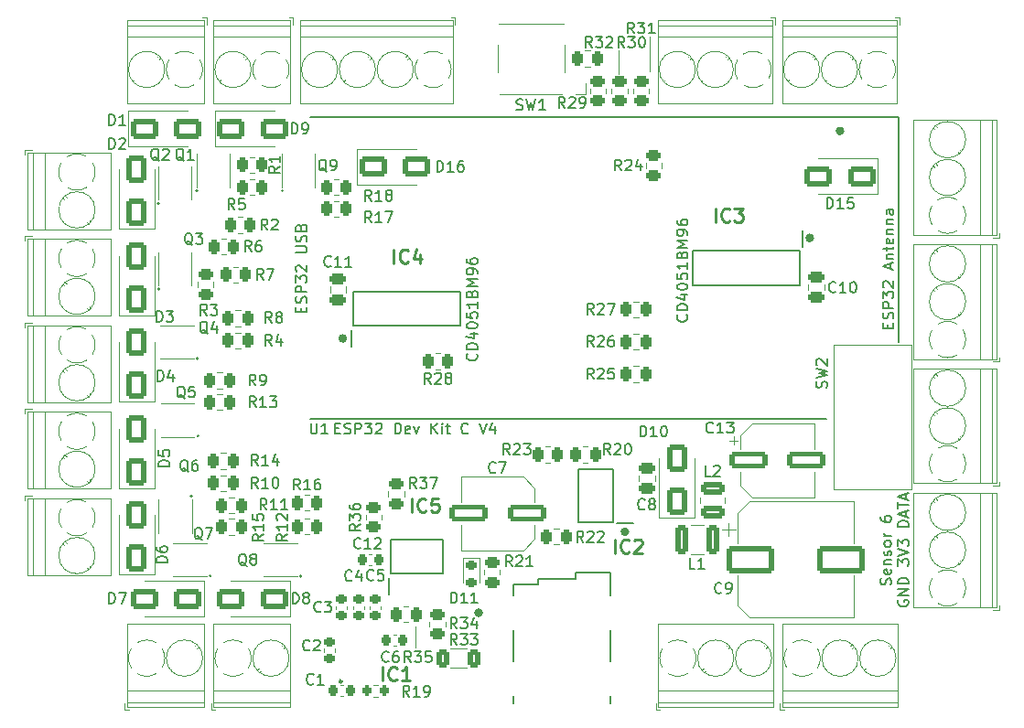
<source format=gto>
G04 #@! TF.GenerationSoftware,KiCad,Pcbnew,7.0.7*
G04 #@! TF.CreationDate,2023-09-27T11:52:32+02:00*
G04 #@! TF.ProjectId,PCB_Layout_MOSFET,5043425f-4c61-4796-9f75-745f4d4f5346,rev?*
G04 #@! TF.SameCoordinates,Original*
G04 #@! TF.FileFunction,Legend,Top*
G04 #@! TF.FilePolarity,Positive*
%FSLAX46Y46*%
G04 Gerber Fmt 4.6, Leading zero omitted, Abs format (unit mm)*
G04 Created by KiCad (PCBNEW 7.0.7) date 2023-09-27 11:52:32*
%MOMM*%
%LPD*%
G01*
G04 APERTURE LIST*
G04 Aperture macros list*
%AMRoundRect*
0 Rectangle with rounded corners*
0 $1 Rounding radius*
0 $2 $3 $4 $5 $6 $7 $8 $9 X,Y pos of 4 corners*
0 Add a 4 corners polygon primitive as box body*
4,1,4,$2,$3,$4,$5,$6,$7,$8,$9,$2,$3,0*
0 Add four circle primitives for the rounded corners*
1,1,$1+$1,$2,$3*
1,1,$1+$1,$4,$5*
1,1,$1+$1,$6,$7*
1,1,$1+$1,$8,$9*
0 Add four rect primitives between the rounded corners*
20,1,$1+$1,$2,$3,$4,$5,0*
20,1,$1+$1,$4,$5,$6,$7,0*
20,1,$1+$1,$6,$7,$8,$9,0*
20,1,$1+$1,$8,$9,$2,$3,0*%
G04 Aperture macros list end*
%ADD10C,0.391228*%
%ADD11C,0.100000*%
%ADD12C,0.150000*%
%ADD13C,0.254000*%
%ADD14C,0.127000*%
%ADD15C,0.400000*%
%ADD16C,0.120000*%
%ADD17C,0.200000*%
%ADD18C,0.160000*%
%ADD19C,0.250000*%
%ADD20C,1.700000*%
%ADD21C,1.800000*%
%ADD22R,2.400000X2.800000*%
%ADD23R,1.560000X1.560000*%
%ADD24C,1.560000*%
%ADD25RoundRect,0.250000X1.500000X0.550000X-1.500000X0.550000X-1.500000X-0.550000X1.500000X-0.550000X0*%
%ADD26RoundRect,0.250000X-1.500000X-0.550000X1.500000X-0.550000X1.500000X0.550000X-1.500000X0.550000X0*%
%ADD27R,1.528000X0.650000*%
%ADD28R,0.650000X1.528000*%
%ADD29R,1.600000X1.400000*%
%ADD30RoundRect,0.250000X-0.312500X-0.625000X0.312500X-0.625000X0.312500X0.625000X-0.312500X0.625000X0*%
%ADD31RoundRect,0.250000X1.000000X0.650000X-1.000000X0.650000X-1.000000X-0.650000X1.000000X-0.650000X0*%
%ADD32RoundRect,0.250000X0.650000X-1.000000X0.650000X1.000000X-0.650000X1.000000X-0.650000X-1.000000X0*%
%ADD33RoundRect,0.250000X-1.000000X-0.650000X1.000000X-0.650000X1.000000X0.650000X-1.000000X0.650000X0*%
%ADD34R,0.400000X0.400000*%
%ADD35R,0.400000X0.300000*%
%ADD36R,2.650000X2.200000*%
%ADD37R,0.300000X0.400000*%
%ADD38R,2.200000X2.650000*%
%ADD39R,0.300000X0.750000*%
%ADD40R,2.550000X1.850000*%
%ADD41RoundRect,0.250000X-0.262500X-0.450000X0.262500X-0.450000X0.262500X0.450000X-0.262500X0.450000X0*%
%ADD42C,2.500000*%
%ADD43R,2.400000X2.400000*%
%ADD44C,2.400000*%
%ADD45RoundRect,0.250000X0.262500X0.450000X-0.262500X0.450000X-0.262500X-0.450000X0.262500X-0.450000X0*%
%ADD46RoundRect,0.250000X-0.450000X0.262500X-0.450000X-0.262500X0.450000X-0.262500X0.450000X0.262500X0*%
%ADD47R,0.700000X1.550000*%
%ADD48C,4.300000*%
%ADD49RoundRect,0.250000X0.375000X1.075000X-0.375000X1.075000X-0.375000X-1.075000X0.375000X-1.075000X0*%
%ADD50RoundRect,0.225000X-0.225000X-0.250000X0.225000X-0.250000X0.225000X0.250000X-0.225000X0.250000X0*%
%ADD51RoundRect,0.250000X0.475000X-0.250000X0.475000X0.250000X-0.475000X0.250000X-0.475000X-0.250000X0*%
%ADD52RoundRect,0.250000X-1.950000X-1.000000X1.950000X-1.000000X1.950000X1.000000X-1.950000X1.000000X0*%
%ADD53RoundRect,0.250000X-0.475000X0.250000X-0.475000X-0.250000X0.475000X-0.250000X0.475000X0.250000X0*%
%ADD54RoundRect,0.225000X0.250000X-0.225000X0.250000X0.225000X-0.250000X0.225000X-0.250000X-0.225000X0*%
%ADD55RoundRect,0.250000X-0.850000X0.375000X-0.850000X-0.375000X0.850000X-0.375000X0.850000X0.375000X0*%
%ADD56RoundRect,0.218750X-0.256250X0.218750X-0.256250X-0.218750X0.256250X-0.218750X0.256250X0.218750X0*%
%ADD57RoundRect,0.250000X0.450000X-0.262500X0.450000X0.262500X-0.450000X0.262500X-0.450000X-0.262500X0*%
%ADD58RoundRect,0.200000X0.200000X0.275000X-0.200000X0.275000X-0.200000X-0.275000X0.200000X-0.275000X0*%
%ADD59RoundRect,0.225000X0.225000X0.250000X-0.225000X0.250000X-0.225000X-0.250000X0.225000X-0.250000X0*%
%ADD60RoundRect,0.225000X-0.250000X0.225000X-0.250000X-0.225000X0.250000X-0.225000X0.250000X0.225000X0*%
G04 APERTURE END LIST*
D10*
X171895614Y-97400000D02*
G75*
G03*
X171895614Y-97400000I-195614J0D01*
G01*
X154795614Y-124600000D02*
G75*
G03*
X154795614Y-124600000I-195614J0D01*
G01*
D11*
X154000000Y-80000000D02*
X154000000Y-82200000D01*
D10*
X174695614Y-87500000D02*
G75*
G03*
X174695614Y-87500000I-195614J0D01*
G01*
X128695614Y-106700000D02*
G75*
G03*
X128695614Y-106700000I-195614J0D01*
G01*
D11*
X156900000Y-78800000D02*
X156900000Y-82000000D01*
X135250000Y-135350000D02*
X135250000Y-133350000D01*
D12*
X178931009Y-105726190D02*
X178931009Y-105392857D01*
X179454819Y-105250000D02*
X179454819Y-105726190D01*
X179454819Y-105726190D02*
X178454819Y-105726190D01*
X178454819Y-105726190D02*
X178454819Y-105250000D01*
X179407200Y-104869047D02*
X179454819Y-104726190D01*
X179454819Y-104726190D02*
X179454819Y-104488095D01*
X179454819Y-104488095D02*
X179407200Y-104392857D01*
X179407200Y-104392857D02*
X179359580Y-104345238D01*
X179359580Y-104345238D02*
X179264342Y-104297619D01*
X179264342Y-104297619D02*
X179169104Y-104297619D01*
X179169104Y-104297619D02*
X179073866Y-104345238D01*
X179073866Y-104345238D02*
X179026247Y-104392857D01*
X179026247Y-104392857D02*
X178978628Y-104488095D01*
X178978628Y-104488095D02*
X178931009Y-104678571D01*
X178931009Y-104678571D02*
X178883390Y-104773809D01*
X178883390Y-104773809D02*
X178835771Y-104821428D01*
X178835771Y-104821428D02*
X178740533Y-104869047D01*
X178740533Y-104869047D02*
X178645295Y-104869047D01*
X178645295Y-104869047D02*
X178550057Y-104821428D01*
X178550057Y-104821428D02*
X178502438Y-104773809D01*
X178502438Y-104773809D02*
X178454819Y-104678571D01*
X178454819Y-104678571D02*
X178454819Y-104440476D01*
X178454819Y-104440476D02*
X178502438Y-104297619D01*
X179454819Y-103869047D02*
X178454819Y-103869047D01*
X178454819Y-103869047D02*
X178454819Y-103488095D01*
X178454819Y-103488095D02*
X178502438Y-103392857D01*
X178502438Y-103392857D02*
X178550057Y-103345238D01*
X178550057Y-103345238D02*
X178645295Y-103297619D01*
X178645295Y-103297619D02*
X178788152Y-103297619D01*
X178788152Y-103297619D02*
X178883390Y-103345238D01*
X178883390Y-103345238D02*
X178931009Y-103392857D01*
X178931009Y-103392857D02*
X178978628Y-103488095D01*
X178978628Y-103488095D02*
X178978628Y-103869047D01*
X178454819Y-102964285D02*
X178454819Y-102345238D01*
X178454819Y-102345238D02*
X178835771Y-102678571D01*
X178835771Y-102678571D02*
X178835771Y-102535714D01*
X178835771Y-102535714D02*
X178883390Y-102440476D01*
X178883390Y-102440476D02*
X178931009Y-102392857D01*
X178931009Y-102392857D02*
X179026247Y-102345238D01*
X179026247Y-102345238D02*
X179264342Y-102345238D01*
X179264342Y-102345238D02*
X179359580Y-102392857D01*
X179359580Y-102392857D02*
X179407200Y-102440476D01*
X179407200Y-102440476D02*
X179454819Y-102535714D01*
X179454819Y-102535714D02*
X179454819Y-102821428D01*
X179454819Y-102821428D02*
X179407200Y-102916666D01*
X179407200Y-102916666D02*
X179359580Y-102964285D01*
X178550057Y-101964285D02*
X178502438Y-101916666D01*
X178502438Y-101916666D02*
X178454819Y-101821428D01*
X178454819Y-101821428D02*
X178454819Y-101583333D01*
X178454819Y-101583333D02*
X178502438Y-101488095D01*
X178502438Y-101488095D02*
X178550057Y-101440476D01*
X178550057Y-101440476D02*
X178645295Y-101392857D01*
X178645295Y-101392857D02*
X178740533Y-101392857D01*
X178740533Y-101392857D02*
X178883390Y-101440476D01*
X178883390Y-101440476D02*
X179454819Y-102011904D01*
X179454819Y-102011904D02*
X179454819Y-101392857D01*
X179169104Y-100249999D02*
X179169104Y-99773809D01*
X179454819Y-100345237D02*
X178454819Y-100011904D01*
X178454819Y-100011904D02*
X179454819Y-99678571D01*
X178788152Y-99345237D02*
X179454819Y-99345237D01*
X178883390Y-99345237D02*
X178835771Y-99297618D01*
X178835771Y-99297618D02*
X178788152Y-99202380D01*
X178788152Y-99202380D02*
X178788152Y-99059523D01*
X178788152Y-99059523D02*
X178835771Y-98964285D01*
X178835771Y-98964285D02*
X178931009Y-98916666D01*
X178931009Y-98916666D02*
X179454819Y-98916666D01*
X178788152Y-98583332D02*
X178788152Y-98202380D01*
X178454819Y-98440475D02*
X179311961Y-98440475D01*
X179311961Y-98440475D02*
X179407200Y-98392856D01*
X179407200Y-98392856D02*
X179454819Y-98297618D01*
X179454819Y-98297618D02*
X179454819Y-98202380D01*
X179407200Y-97488094D02*
X179454819Y-97583332D01*
X179454819Y-97583332D02*
X179454819Y-97773808D01*
X179454819Y-97773808D02*
X179407200Y-97869046D01*
X179407200Y-97869046D02*
X179311961Y-97916665D01*
X179311961Y-97916665D02*
X178931009Y-97916665D01*
X178931009Y-97916665D02*
X178835771Y-97869046D01*
X178835771Y-97869046D02*
X178788152Y-97773808D01*
X178788152Y-97773808D02*
X178788152Y-97583332D01*
X178788152Y-97583332D02*
X178835771Y-97488094D01*
X178835771Y-97488094D02*
X178931009Y-97440475D01*
X178931009Y-97440475D02*
X179026247Y-97440475D01*
X179026247Y-97440475D02*
X179121485Y-97916665D01*
X178788152Y-97011903D02*
X179454819Y-97011903D01*
X178883390Y-97011903D02*
X178835771Y-96964284D01*
X178835771Y-96964284D02*
X178788152Y-96869046D01*
X178788152Y-96869046D02*
X178788152Y-96726189D01*
X178788152Y-96726189D02*
X178835771Y-96630951D01*
X178835771Y-96630951D02*
X178931009Y-96583332D01*
X178931009Y-96583332D02*
X179454819Y-96583332D01*
X178788152Y-96107141D02*
X179454819Y-96107141D01*
X178883390Y-96107141D02*
X178835771Y-96059522D01*
X178835771Y-96059522D02*
X178788152Y-95964284D01*
X178788152Y-95964284D02*
X178788152Y-95821427D01*
X178788152Y-95821427D02*
X178835771Y-95726189D01*
X178835771Y-95726189D02*
X178931009Y-95678570D01*
X178931009Y-95678570D02*
X179454819Y-95678570D01*
X179454819Y-94773808D02*
X178931009Y-94773808D01*
X178931009Y-94773808D02*
X178835771Y-94821427D01*
X178835771Y-94821427D02*
X178788152Y-94916665D01*
X178788152Y-94916665D02*
X178788152Y-95107141D01*
X178788152Y-95107141D02*
X178835771Y-95202379D01*
X179407200Y-94773808D02*
X179454819Y-94869046D01*
X179454819Y-94869046D02*
X179454819Y-95107141D01*
X179454819Y-95107141D02*
X179407200Y-95202379D01*
X179407200Y-95202379D02*
X179311961Y-95249998D01*
X179311961Y-95249998D02*
X179216723Y-95249998D01*
X179216723Y-95249998D02*
X179121485Y-95202379D01*
X179121485Y-95202379D02*
X179073866Y-95107141D01*
X179073866Y-95107141D02*
X179073866Y-94869046D01*
X179073866Y-94869046D02*
X179026247Y-94773808D01*
X140859580Y-108119047D02*
X140907200Y-108166666D01*
X140907200Y-108166666D02*
X140954819Y-108309523D01*
X140954819Y-108309523D02*
X140954819Y-108404761D01*
X140954819Y-108404761D02*
X140907200Y-108547618D01*
X140907200Y-108547618D02*
X140811961Y-108642856D01*
X140811961Y-108642856D02*
X140716723Y-108690475D01*
X140716723Y-108690475D02*
X140526247Y-108738094D01*
X140526247Y-108738094D02*
X140383390Y-108738094D01*
X140383390Y-108738094D02*
X140192914Y-108690475D01*
X140192914Y-108690475D02*
X140097676Y-108642856D01*
X140097676Y-108642856D02*
X140002438Y-108547618D01*
X140002438Y-108547618D02*
X139954819Y-108404761D01*
X139954819Y-108404761D02*
X139954819Y-108309523D01*
X139954819Y-108309523D02*
X140002438Y-108166666D01*
X140002438Y-108166666D02*
X140050057Y-108119047D01*
X140954819Y-107690475D02*
X139954819Y-107690475D01*
X139954819Y-107690475D02*
X139954819Y-107452380D01*
X139954819Y-107452380D02*
X140002438Y-107309523D01*
X140002438Y-107309523D02*
X140097676Y-107214285D01*
X140097676Y-107214285D02*
X140192914Y-107166666D01*
X140192914Y-107166666D02*
X140383390Y-107119047D01*
X140383390Y-107119047D02*
X140526247Y-107119047D01*
X140526247Y-107119047D02*
X140716723Y-107166666D01*
X140716723Y-107166666D02*
X140811961Y-107214285D01*
X140811961Y-107214285D02*
X140907200Y-107309523D01*
X140907200Y-107309523D02*
X140954819Y-107452380D01*
X140954819Y-107452380D02*
X140954819Y-107690475D01*
X140288152Y-106261904D02*
X140954819Y-106261904D01*
X139907200Y-106499999D02*
X140621485Y-106738094D01*
X140621485Y-106738094D02*
X140621485Y-106119047D01*
X139954819Y-105547618D02*
X139954819Y-105452380D01*
X139954819Y-105452380D02*
X140002438Y-105357142D01*
X140002438Y-105357142D02*
X140050057Y-105309523D01*
X140050057Y-105309523D02*
X140145295Y-105261904D01*
X140145295Y-105261904D02*
X140335771Y-105214285D01*
X140335771Y-105214285D02*
X140573866Y-105214285D01*
X140573866Y-105214285D02*
X140764342Y-105261904D01*
X140764342Y-105261904D02*
X140859580Y-105309523D01*
X140859580Y-105309523D02*
X140907200Y-105357142D01*
X140907200Y-105357142D02*
X140954819Y-105452380D01*
X140954819Y-105452380D02*
X140954819Y-105547618D01*
X140954819Y-105547618D02*
X140907200Y-105642856D01*
X140907200Y-105642856D02*
X140859580Y-105690475D01*
X140859580Y-105690475D02*
X140764342Y-105738094D01*
X140764342Y-105738094D02*
X140573866Y-105785713D01*
X140573866Y-105785713D02*
X140335771Y-105785713D01*
X140335771Y-105785713D02*
X140145295Y-105738094D01*
X140145295Y-105738094D02*
X140050057Y-105690475D01*
X140050057Y-105690475D02*
X140002438Y-105642856D01*
X140002438Y-105642856D02*
X139954819Y-105547618D01*
X139954819Y-104309523D02*
X139954819Y-104785713D01*
X139954819Y-104785713D02*
X140431009Y-104833332D01*
X140431009Y-104833332D02*
X140383390Y-104785713D01*
X140383390Y-104785713D02*
X140335771Y-104690475D01*
X140335771Y-104690475D02*
X140335771Y-104452380D01*
X140335771Y-104452380D02*
X140383390Y-104357142D01*
X140383390Y-104357142D02*
X140431009Y-104309523D01*
X140431009Y-104309523D02*
X140526247Y-104261904D01*
X140526247Y-104261904D02*
X140764342Y-104261904D01*
X140764342Y-104261904D02*
X140859580Y-104309523D01*
X140859580Y-104309523D02*
X140907200Y-104357142D01*
X140907200Y-104357142D02*
X140954819Y-104452380D01*
X140954819Y-104452380D02*
X140954819Y-104690475D01*
X140954819Y-104690475D02*
X140907200Y-104785713D01*
X140907200Y-104785713D02*
X140859580Y-104833332D01*
X140954819Y-103309523D02*
X140954819Y-103880951D01*
X140954819Y-103595237D02*
X139954819Y-103595237D01*
X139954819Y-103595237D02*
X140097676Y-103690475D01*
X140097676Y-103690475D02*
X140192914Y-103785713D01*
X140192914Y-103785713D02*
X140240533Y-103880951D01*
X140431009Y-102547618D02*
X140478628Y-102404761D01*
X140478628Y-102404761D02*
X140526247Y-102357142D01*
X140526247Y-102357142D02*
X140621485Y-102309523D01*
X140621485Y-102309523D02*
X140764342Y-102309523D01*
X140764342Y-102309523D02*
X140859580Y-102357142D01*
X140859580Y-102357142D02*
X140907200Y-102404761D01*
X140907200Y-102404761D02*
X140954819Y-102499999D01*
X140954819Y-102499999D02*
X140954819Y-102880951D01*
X140954819Y-102880951D02*
X139954819Y-102880951D01*
X139954819Y-102880951D02*
X139954819Y-102547618D01*
X139954819Y-102547618D02*
X140002438Y-102452380D01*
X140002438Y-102452380D02*
X140050057Y-102404761D01*
X140050057Y-102404761D02*
X140145295Y-102357142D01*
X140145295Y-102357142D02*
X140240533Y-102357142D01*
X140240533Y-102357142D02*
X140335771Y-102404761D01*
X140335771Y-102404761D02*
X140383390Y-102452380D01*
X140383390Y-102452380D02*
X140431009Y-102547618D01*
X140431009Y-102547618D02*
X140431009Y-102880951D01*
X140954819Y-101880951D02*
X139954819Y-101880951D01*
X139954819Y-101880951D02*
X140669104Y-101547618D01*
X140669104Y-101547618D02*
X139954819Y-101214285D01*
X139954819Y-101214285D02*
X140954819Y-101214285D01*
X140954819Y-100690475D02*
X140954819Y-100499999D01*
X140954819Y-100499999D02*
X140907200Y-100404761D01*
X140907200Y-100404761D02*
X140859580Y-100357142D01*
X140859580Y-100357142D02*
X140716723Y-100261904D01*
X140716723Y-100261904D02*
X140526247Y-100214285D01*
X140526247Y-100214285D02*
X140145295Y-100214285D01*
X140145295Y-100214285D02*
X140050057Y-100261904D01*
X140050057Y-100261904D02*
X140002438Y-100309523D01*
X140002438Y-100309523D02*
X139954819Y-100404761D01*
X139954819Y-100404761D02*
X139954819Y-100595237D01*
X139954819Y-100595237D02*
X140002438Y-100690475D01*
X140002438Y-100690475D02*
X140050057Y-100738094D01*
X140050057Y-100738094D02*
X140145295Y-100785713D01*
X140145295Y-100785713D02*
X140383390Y-100785713D01*
X140383390Y-100785713D02*
X140478628Y-100738094D01*
X140478628Y-100738094D02*
X140526247Y-100690475D01*
X140526247Y-100690475D02*
X140573866Y-100595237D01*
X140573866Y-100595237D02*
X140573866Y-100404761D01*
X140573866Y-100404761D02*
X140526247Y-100309523D01*
X140526247Y-100309523D02*
X140478628Y-100261904D01*
X140478628Y-100261904D02*
X140383390Y-100214285D01*
X139954819Y-99357142D02*
X139954819Y-99547618D01*
X139954819Y-99547618D02*
X140002438Y-99642856D01*
X140002438Y-99642856D02*
X140050057Y-99690475D01*
X140050057Y-99690475D02*
X140192914Y-99785713D01*
X140192914Y-99785713D02*
X140383390Y-99833332D01*
X140383390Y-99833332D02*
X140764342Y-99833332D01*
X140764342Y-99833332D02*
X140859580Y-99785713D01*
X140859580Y-99785713D02*
X140907200Y-99738094D01*
X140907200Y-99738094D02*
X140954819Y-99642856D01*
X140954819Y-99642856D02*
X140954819Y-99452380D01*
X140954819Y-99452380D02*
X140907200Y-99357142D01*
X140907200Y-99357142D02*
X140859580Y-99309523D01*
X140859580Y-99309523D02*
X140764342Y-99261904D01*
X140764342Y-99261904D02*
X140526247Y-99261904D01*
X140526247Y-99261904D02*
X140431009Y-99309523D01*
X140431009Y-99309523D02*
X140383390Y-99357142D01*
X140383390Y-99357142D02*
X140335771Y-99452380D01*
X140335771Y-99452380D02*
X140335771Y-99642856D01*
X140335771Y-99642856D02*
X140383390Y-99738094D01*
X140383390Y-99738094D02*
X140431009Y-99785713D01*
X140431009Y-99785713D02*
X140526247Y-99833332D01*
X179202200Y-129490476D02*
X179249819Y-129347619D01*
X179249819Y-129347619D02*
X179249819Y-129109524D01*
X179249819Y-129109524D02*
X179202200Y-129014286D01*
X179202200Y-129014286D02*
X179154580Y-128966667D01*
X179154580Y-128966667D02*
X179059342Y-128919048D01*
X179059342Y-128919048D02*
X178964104Y-128919048D01*
X178964104Y-128919048D02*
X178868866Y-128966667D01*
X178868866Y-128966667D02*
X178821247Y-129014286D01*
X178821247Y-129014286D02*
X178773628Y-129109524D01*
X178773628Y-129109524D02*
X178726009Y-129300000D01*
X178726009Y-129300000D02*
X178678390Y-129395238D01*
X178678390Y-129395238D02*
X178630771Y-129442857D01*
X178630771Y-129442857D02*
X178535533Y-129490476D01*
X178535533Y-129490476D02*
X178440295Y-129490476D01*
X178440295Y-129490476D02*
X178345057Y-129442857D01*
X178345057Y-129442857D02*
X178297438Y-129395238D01*
X178297438Y-129395238D02*
X178249819Y-129300000D01*
X178249819Y-129300000D02*
X178249819Y-129061905D01*
X178249819Y-129061905D02*
X178297438Y-128919048D01*
X179202200Y-128109524D02*
X179249819Y-128204762D01*
X179249819Y-128204762D02*
X179249819Y-128395238D01*
X179249819Y-128395238D02*
X179202200Y-128490476D01*
X179202200Y-128490476D02*
X179106961Y-128538095D01*
X179106961Y-128538095D02*
X178726009Y-128538095D01*
X178726009Y-128538095D02*
X178630771Y-128490476D01*
X178630771Y-128490476D02*
X178583152Y-128395238D01*
X178583152Y-128395238D02*
X178583152Y-128204762D01*
X178583152Y-128204762D02*
X178630771Y-128109524D01*
X178630771Y-128109524D02*
X178726009Y-128061905D01*
X178726009Y-128061905D02*
X178821247Y-128061905D01*
X178821247Y-128061905D02*
X178916485Y-128538095D01*
X178583152Y-127633333D02*
X179249819Y-127633333D01*
X178678390Y-127633333D02*
X178630771Y-127585714D01*
X178630771Y-127585714D02*
X178583152Y-127490476D01*
X178583152Y-127490476D02*
X178583152Y-127347619D01*
X178583152Y-127347619D02*
X178630771Y-127252381D01*
X178630771Y-127252381D02*
X178726009Y-127204762D01*
X178726009Y-127204762D02*
X179249819Y-127204762D01*
X179202200Y-126776190D02*
X179249819Y-126680952D01*
X179249819Y-126680952D02*
X179249819Y-126490476D01*
X179249819Y-126490476D02*
X179202200Y-126395238D01*
X179202200Y-126395238D02*
X179106961Y-126347619D01*
X179106961Y-126347619D02*
X179059342Y-126347619D01*
X179059342Y-126347619D02*
X178964104Y-126395238D01*
X178964104Y-126395238D02*
X178916485Y-126490476D01*
X178916485Y-126490476D02*
X178916485Y-126633333D01*
X178916485Y-126633333D02*
X178868866Y-126728571D01*
X178868866Y-126728571D02*
X178773628Y-126776190D01*
X178773628Y-126776190D02*
X178726009Y-126776190D01*
X178726009Y-126776190D02*
X178630771Y-126728571D01*
X178630771Y-126728571D02*
X178583152Y-126633333D01*
X178583152Y-126633333D02*
X178583152Y-126490476D01*
X178583152Y-126490476D02*
X178630771Y-126395238D01*
X179249819Y-125776190D02*
X179202200Y-125871428D01*
X179202200Y-125871428D02*
X179154580Y-125919047D01*
X179154580Y-125919047D02*
X179059342Y-125966666D01*
X179059342Y-125966666D02*
X178773628Y-125966666D01*
X178773628Y-125966666D02*
X178678390Y-125919047D01*
X178678390Y-125919047D02*
X178630771Y-125871428D01*
X178630771Y-125871428D02*
X178583152Y-125776190D01*
X178583152Y-125776190D02*
X178583152Y-125633333D01*
X178583152Y-125633333D02*
X178630771Y-125538095D01*
X178630771Y-125538095D02*
X178678390Y-125490476D01*
X178678390Y-125490476D02*
X178773628Y-125442857D01*
X178773628Y-125442857D02*
X179059342Y-125442857D01*
X179059342Y-125442857D02*
X179154580Y-125490476D01*
X179154580Y-125490476D02*
X179202200Y-125538095D01*
X179202200Y-125538095D02*
X179249819Y-125633333D01*
X179249819Y-125633333D02*
X179249819Y-125776190D01*
X179249819Y-125014285D02*
X178583152Y-125014285D01*
X178773628Y-125014285D02*
X178678390Y-124966666D01*
X178678390Y-124966666D02*
X178630771Y-124919047D01*
X178630771Y-124919047D02*
X178583152Y-124823809D01*
X178583152Y-124823809D02*
X178583152Y-124728571D01*
X178249819Y-123204761D02*
X178249819Y-123395237D01*
X178249819Y-123395237D02*
X178297438Y-123490475D01*
X178297438Y-123490475D02*
X178345057Y-123538094D01*
X178345057Y-123538094D02*
X178487914Y-123633332D01*
X178487914Y-123633332D02*
X178678390Y-123680951D01*
X178678390Y-123680951D02*
X179059342Y-123680951D01*
X179059342Y-123680951D02*
X179154580Y-123633332D01*
X179154580Y-123633332D02*
X179202200Y-123585713D01*
X179202200Y-123585713D02*
X179249819Y-123490475D01*
X179249819Y-123490475D02*
X179249819Y-123299999D01*
X179249819Y-123299999D02*
X179202200Y-123204761D01*
X179202200Y-123204761D02*
X179154580Y-123157142D01*
X179154580Y-123157142D02*
X179059342Y-123109523D01*
X179059342Y-123109523D02*
X178821247Y-123109523D01*
X178821247Y-123109523D02*
X178726009Y-123157142D01*
X178726009Y-123157142D02*
X178678390Y-123204761D01*
X178678390Y-123204761D02*
X178630771Y-123299999D01*
X178630771Y-123299999D02*
X178630771Y-123490475D01*
X178630771Y-123490475D02*
X178678390Y-123585713D01*
X178678390Y-123585713D02*
X178726009Y-123633332D01*
X178726009Y-123633332D02*
X178821247Y-123680951D01*
X179907438Y-130942857D02*
X179859819Y-131038095D01*
X179859819Y-131038095D02*
X179859819Y-131180952D01*
X179859819Y-131180952D02*
X179907438Y-131323809D01*
X179907438Y-131323809D02*
X180002676Y-131419047D01*
X180002676Y-131419047D02*
X180097914Y-131466666D01*
X180097914Y-131466666D02*
X180288390Y-131514285D01*
X180288390Y-131514285D02*
X180431247Y-131514285D01*
X180431247Y-131514285D02*
X180621723Y-131466666D01*
X180621723Y-131466666D02*
X180716961Y-131419047D01*
X180716961Y-131419047D02*
X180812200Y-131323809D01*
X180812200Y-131323809D02*
X180859819Y-131180952D01*
X180859819Y-131180952D02*
X180859819Y-131085714D01*
X180859819Y-131085714D02*
X180812200Y-130942857D01*
X180812200Y-130942857D02*
X180764580Y-130895238D01*
X180764580Y-130895238D02*
X180431247Y-130895238D01*
X180431247Y-130895238D02*
X180431247Y-131085714D01*
X180859819Y-130466666D02*
X179859819Y-130466666D01*
X179859819Y-130466666D02*
X180859819Y-129895238D01*
X180859819Y-129895238D02*
X179859819Y-129895238D01*
X180859819Y-129419047D02*
X179859819Y-129419047D01*
X179859819Y-129419047D02*
X179859819Y-129180952D01*
X179859819Y-129180952D02*
X179907438Y-129038095D01*
X179907438Y-129038095D02*
X180002676Y-128942857D01*
X180002676Y-128942857D02*
X180097914Y-128895238D01*
X180097914Y-128895238D02*
X180288390Y-128847619D01*
X180288390Y-128847619D02*
X180431247Y-128847619D01*
X180431247Y-128847619D02*
X180621723Y-128895238D01*
X180621723Y-128895238D02*
X180716961Y-128942857D01*
X180716961Y-128942857D02*
X180812200Y-129038095D01*
X180812200Y-129038095D02*
X180859819Y-129180952D01*
X180859819Y-129180952D02*
X180859819Y-129419047D01*
X179859819Y-127752380D02*
X179859819Y-127133333D01*
X179859819Y-127133333D02*
X180240771Y-127466666D01*
X180240771Y-127466666D02*
X180240771Y-127323809D01*
X180240771Y-127323809D02*
X180288390Y-127228571D01*
X180288390Y-127228571D02*
X180336009Y-127180952D01*
X180336009Y-127180952D02*
X180431247Y-127133333D01*
X180431247Y-127133333D02*
X180669342Y-127133333D01*
X180669342Y-127133333D02*
X180764580Y-127180952D01*
X180764580Y-127180952D02*
X180812200Y-127228571D01*
X180812200Y-127228571D02*
X180859819Y-127323809D01*
X180859819Y-127323809D02*
X180859819Y-127609523D01*
X180859819Y-127609523D02*
X180812200Y-127704761D01*
X180812200Y-127704761D02*
X180764580Y-127752380D01*
X179859819Y-126847618D02*
X180859819Y-126514285D01*
X180859819Y-126514285D02*
X179859819Y-126180952D01*
X179859819Y-125942856D02*
X179859819Y-125323809D01*
X179859819Y-125323809D02*
X180240771Y-125657142D01*
X180240771Y-125657142D02*
X180240771Y-125514285D01*
X180240771Y-125514285D02*
X180288390Y-125419047D01*
X180288390Y-125419047D02*
X180336009Y-125371428D01*
X180336009Y-125371428D02*
X180431247Y-125323809D01*
X180431247Y-125323809D02*
X180669342Y-125323809D01*
X180669342Y-125323809D02*
X180764580Y-125371428D01*
X180764580Y-125371428D02*
X180812200Y-125419047D01*
X180812200Y-125419047D02*
X180859819Y-125514285D01*
X180859819Y-125514285D02*
X180859819Y-125799999D01*
X180859819Y-125799999D02*
X180812200Y-125895237D01*
X180812200Y-125895237D02*
X180764580Y-125942856D01*
X180859819Y-124133332D02*
X179859819Y-124133332D01*
X179859819Y-124133332D02*
X179859819Y-123895237D01*
X179859819Y-123895237D02*
X179907438Y-123752380D01*
X179907438Y-123752380D02*
X180002676Y-123657142D01*
X180002676Y-123657142D02*
X180097914Y-123609523D01*
X180097914Y-123609523D02*
X180288390Y-123561904D01*
X180288390Y-123561904D02*
X180431247Y-123561904D01*
X180431247Y-123561904D02*
X180621723Y-123609523D01*
X180621723Y-123609523D02*
X180716961Y-123657142D01*
X180716961Y-123657142D02*
X180812200Y-123752380D01*
X180812200Y-123752380D02*
X180859819Y-123895237D01*
X180859819Y-123895237D02*
X180859819Y-124133332D01*
X180574104Y-123180951D02*
X180574104Y-122704761D01*
X180859819Y-123276189D02*
X179859819Y-122942856D01*
X179859819Y-122942856D02*
X180859819Y-122609523D01*
X179859819Y-122419046D02*
X179859819Y-121847618D01*
X180859819Y-122133332D02*
X179859819Y-122133332D01*
X180574104Y-121561903D02*
X180574104Y-121085713D01*
X180859819Y-121657141D02*
X179859819Y-121323808D01*
X179859819Y-121323808D02*
X180859819Y-120990475D01*
X160309580Y-104519047D02*
X160357200Y-104566666D01*
X160357200Y-104566666D02*
X160404819Y-104709523D01*
X160404819Y-104709523D02*
X160404819Y-104804761D01*
X160404819Y-104804761D02*
X160357200Y-104947618D01*
X160357200Y-104947618D02*
X160261961Y-105042856D01*
X160261961Y-105042856D02*
X160166723Y-105090475D01*
X160166723Y-105090475D02*
X159976247Y-105138094D01*
X159976247Y-105138094D02*
X159833390Y-105138094D01*
X159833390Y-105138094D02*
X159642914Y-105090475D01*
X159642914Y-105090475D02*
X159547676Y-105042856D01*
X159547676Y-105042856D02*
X159452438Y-104947618D01*
X159452438Y-104947618D02*
X159404819Y-104804761D01*
X159404819Y-104804761D02*
X159404819Y-104709523D01*
X159404819Y-104709523D02*
X159452438Y-104566666D01*
X159452438Y-104566666D02*
X159500057Y-104519047D01*
X160404819Y-104090475D02*
X159404819Y-104090475D01*
X159404819Y-104090475D02*
X159404819Y-103852380D01*
X159404819Y-103852380D02*
X159452438Y-103709523D01*
X159452438Y-103709523D02*
X159547676Y-103614285D01*
X159547676Y-103614285D02*
X159642914Y-103566666D01*
X159642914Y-103566666D02*
X159833390Y-103519047D01*
X159833390Y-103519047D02*
X159976247Y-103519047D01*
X159976247Y-103519047D02*
X160166723Y-103566666D01*
X160166723Y-103566666D02*
X160261961Y-103614285D01*
X160261961Y-103614285D02*
X160357200Y-103709523D01*
X160357200Y-103709523D02*
X160404819Y-103852380D01*
X160404819Y-103852380D02*
X160404819Y-104090475D01*
X159738152Y-102661904D02*
X160404819Y-102661904D01*
X159357200Y-102899999D02*
X160071485Y-103138094D01*
X160071485Y-103138094D02*
X160071485Y-102519047D01*
X159404819Y-101947618D02*
X159404819Y-101852380D01*
X159404819Y-101852380D02*
X159452438Y-101757142D01*
X159452438Y-101757142D02*
X159500057Y-101709523D01*
X159500057Y-101709523D02*
X159595295Y-101661904D01*
X159595295Y-101661904D02*
X159785771Y-101614285D01*
X159785771Y-101614285D02*
X160023866Y-101614285D01*
X160023866Y-101614285D02*
X160214342Y-101661904D01*
X160214342Y-101661904D02*
X160309580Y-101709523D01*
X160309580Y-101709523D02*
X160357200Y-101757142D01*
X160357200Y-101757142D02*
X160404819Y-101852380D01*
X160404819Y-101852380D02*
X160404819Y-101947618D01*
X160404819Y-101947618D02*
X160357200Y-102042856D01*
X160357200Y-102042856D02*
X160309580Y-102090475D01*
X160309580Y-102090475D02*
X160214342Y-102138094D01*
X160214342Y-102138094D02*
X160023866Y-102185713D01*
X160023866Y-102185713D02*
X159785771Y-102185713D01*
X159785771Y-102185713D02*
X159595295Y-102138094D01*
X159595295Y-102138094D02*
X159500057Y-102090475D01*
X159500057Y-102090475D02*
X159452438Y-102042856D01*
X159452438Y-102042856D02*
X159404819Y-101947618D01*
X159404819Y-100709523D02*
X159404819Y-101185713D01*
X159404819Y-101185713D02*
X159881009Y-101233332D01*
X159881009Y-101233332D02*
X159833390Y-101185713D01*
X159833390Y-101185713D02*
X159785771Y-101090475D01*
X159785771Y-101090475D02*
X159785771Y-100852380D01*
X159785771Y-100852380D02*
X159833390Y-100757142D01*
X159833390Y-100757142D02*
X159881009Y-100709523D01*
X159881009Y-100709523D02*
X159976247Y-100661904D01*
X159976247Y-100661904D02*
X160214342Y-100661904D01*
X160214342Y-100661904D02*
X160309580Y-100709523D01*
X160309580Y-100709523D02*
X160357200Y-100757142D01*
X160357200Y-100757142D02*
X160404819Y-100852380D01*
X160404819Y-100852380D02*
X160404819Y-101090475D01*
X160404819Y-101090475D02*
X160357200Y-101185713D01*
X160357200Y-101185713D02*
X160309580Y-101233332D01*
X160404819Y-99709523D02*
X160404819Y-100280951D01*
X160404819Y-99995237D02*
X159404819Y-99995237D01*
X159404819Y-99995237D02*
X159547676Y-100090475D01*
X159547676Y-100090475D02*
X159642914Y-100185713D01*
X159642914Y-100185713D02*
X159690533Y-100280951D01*
X159881009Y-98947618D02*
X159928628Y-98804761D01*
X159928628Y-98804761D02*
X159976247Y-98757142D01*
X159976247Y-98757142D02*
X160071485Y-98709523D01*
X160071485Y-98709523D02*
X160214342Y-98709523D01*
X160214342Y-98709523D02*
X160309580Y-98757142D01*
X160309580Y-98757142D02*
X160357200Y-98804761D01*
X160357200Y-98804761D02*
X160404819Y-98899999D01*
X160404819Y-98899999D02*
X160404819Y-99280951D01*
X160404819Y-99280951D02*
X159404819Y-99280951D01*
X159404819Y-99280951D02*
X159404819Y-98947618D01*
X159404819Y-98947618D02*
X159452438Y-98852380D01*
X159452438Y-98852380D02*
X159500057Y-98804761D01*
X159500057Y-98804761D02*
X159595295Y-98757142D01*
X159595295Y-98757142D02*
X159690533Y-98757142D01*
X159690533Y-98757142D02*
X159785771Y-98804761D01*
X159785771Y-98804761D02*
X159833390Y-98852380D01*
X159833390Y-98852380D02*
X159881009Y-98947618D01*
X159881009Y-98947618D02*
X159881009Y-99280951D01*
X160404819Y-98280951D02*
X159404819Y-98280951D01*
X159404819Y-98280951D02*
X160119104Y-97947618D01*
X160119104Y-97947618D02*
X159404819Y-97614285D01*
X159404819Y-97614285D02*
X160404819Y-97614285D01*
X160404819Y-97090475D02*
X160404819Y-96899999D01*
X160404819Y-96899999D02*
X160357200Y-96804761D01*
X160357200Y-96804761D02*
X160309580Y-96757142D01*
X160309580Y-96757142D02*
X160166723Y-96661904D01*
X160166723Y-96661904D02*
X159976247Y-96614285D01*
X159976247Y-96614285D02*
X159595295Y-96614285D01*
X159595295Y-96614285D02*
X159500057Y-96661904D01*
X159500057Y-96661904D02*
X159452438Y-96709523D01*
X159452438Y-96709523D02*
X159404819Y-96804761D01*
X159404819Y-96804761D02*
X159404819Y-96995237D01*
X159404819Y-96995237D02*
X159452438Y-97090475D01*
X159452438Y-97090475D02*
X159500057Y-97138094D01*
X159500057Y-97138094D02*
X159595295Y-97185713D01*
X159595295Y-97185713D02*
X159833390Y-97185713D01*
X159833390Y-97185713D02*
X159928628Y-97138094D01*
X159928628Y-97138094D02*
X159976247Y-97090475D01*
X159976247Y-97090475D02*
X160023866Y-96995237D01*
X160023866Y-96995237D02*
X160023866Y-96804761D01*
X160023866Y-96804761D02*
X159976247Y-96709523D01*
X159976247Y-96709523D02*
X159928628Y-96661904D01*
X159928628Y-96661904D02*
X159833390Y-96614285D01*
X159404819Y-95757142D02*
X159404819Y-95947618D01*
X159404819Y-95947618D02*
X159452438Y-96042856D01*
X159452438Y-96042856D02*
X159500057Y-96090475D01*
X159500057Y-96090475D02*
X159642914Y-96185713D01*
X159642914Y-96185713D02*
X159833390Y-96233332D01*
X159833390Y-96233332D02*
X160214342Y-96233332D01*
X160214342Y-96233332D02*
X160309580Y-96185713D01*
X160309580Y-96185713D02*
X160357200Y-96138094D01*
X160357200Y-96138094D02*
X160404819Y-96042856D01*
X160404819Y-96042856D02*
X160404819Y-95852380D01*
X160404819Y-95852380D02*
X160357200Y-95757142D01*
X160357200Y-95757142D02*
X160309580Y-95709523D01*
X160309580Y-95709523D02*
X160214342Y-95661904D01*
X160214342Y-95661904D02*
X159976247Y-95661904D01*
X159976247Y-95661904D02*
X159881009Y-95709523D01*
X159881009Y-95709523D02*
X159833390Y-95757142D01*
X159833390Y-95757142D02*
X159785771Y-95852380D01*
X159785771Y-95852380D02*
X159785771Y-96042856D01*
X159785771Y-96042856D02*
X159833390Y-96138094D01*
X159833390Y-96138094D02*
X159881009Y-96185713D01*
X159881009Y-96185713D02*
X159976247Y-96233332D01*
X127795237Y-115006009D02*
X128128570Y-115006009D01*
X128271427Y-115529819D02*
X127795237Y-115529819D01*
X127795237Y-115529819D02*
X127795237Y-114529819D01*
X127795237Y-114529819D02*
X128271427Y-114529819D01*
X128652380Y-115482200D02*
X128795237Y-115529819D01*
X128795237Y-115529819D02*
X129033332Y-115529819D01*
X129033332Y-115529819D02*
X129128570Y-115482200D01*
X129128570Y-115482200D02*
X129176189Y-115434580D01*
X129176189Y-115434580D02*
X129223808Y-115339342D01*
X129223808Y-115339342D02*
X129223808Y-115244104D01*
X129223808Y-115244104D02*
X129176189Y-115148866D01*
X129176189Y-115148866D02*
X129128570Y-115101247D01*
X129128570Y-115101247D02*
X129033332Y-115053628D01*
X129033332Y-115053628D02*
X128842856Y-115006009D01*
X128842856Y-115006009D02*
X128747618Y-114958390D01*
X128747618Y-114958390D02*
X128699999Y-114910771D01*
X128699999Y-114910771D02*
X128652380Y-114815533D01*
X128652380Y-114815533D02*
X128652380Y-114720295D01*
X128652380Y-114720295D02*
X128699999Y-114625057D01*
X128699999Y-114625057D02*
X128747618Y-114577438D01*
X128747618Y-114577438D02*
X128842856Y-114529819D01*
X128842856Y-114529819D02*
X129080951Y-114529819D01*
X129080951Y-114529819D02*
X129223808Y-114577438D01*
X129652380Y-115529819D02*
X129652380Y-114529819D01*
X129652380Y-114529819D02*
X130033332Y-114529819D01*
X130033332Y-114529819D02*
X130128570Y-114577438D01*
X130128570Y-114577438D02*
X130176189Y-114625057D01*
X130176189Y-114625057D02*
X130223808Y-114720295D01*
X130223808Y-114720295D02*
X130223808Y-114863152D01*
X130223808Y-114863152D02*
X130176189Y-114958390D01*
X130176189Y-114958390D02*
X130128570Y-115006009D01*
X130128570Y-115006009D02*
X130033332Y-115053628D01*
X130033332Y-115053628D02*
X129652380Y-115053628D01*
X130557142Y-114529819D02*
X131176189Y-114529819D01*
X131176189Y-114529819D02*
X130842856Y-114910771D01*
X130842856Y-114910771D02*
X130985713Y-114910771D01*
X130985713Y-114910771D02*
X131080951Y-114958390D01*
X131080951Y-114958390D02*
X131128570Y-115006009D01*
X131128570Y-115006009D02*
X131176189Y-115101247D01*
X131176189Y-115101247D02*
X131176189Y-115339342D01*
X131176189Y-115339342D02*
X131128570Y-115434580D01*
X131128570Y-115434580D02*
X131080951Y-115482200D01*
X131080951Y-115482200D02*
X130985713Y-115529819D01*
X130985713Y-115529819D02*
X130699999Y-115529819D01*
X130699999Y-115529819D02*
X130604761Y-115482200D01*
X130604761Y-115482200D02*
X130557142Y-115434580D01*
X131557142Y-114625057D02*
X131604761Y-114577438D01*
X131604761Y-114577438D02*
X131699999Y-114529819D01*
X131699999Y-114529819D02*
X131938094Y-114529819D01*
X131938094Y-114529819D02*
X132033332Y-114577438D01*
X132033332Y-114577438D02*
X132080951Y-114625057D01*
X132080951Y-114625057D02*
X132128570Y-114720295D01*
X132128570Y-114720295D02*
X132128570Y-114815533D01*
X132128570Y-114815533D02*
X132080951Y-114958390D01*
X132080951Y-114958390D02*
X131509523Y-115529819D01*
X131509523Y-115529819D02*
X132128570Y-115529819D01*
X133319047Y-115529819D02*
X133319047Y-114529819D01*
X133319047Y-114529819D02*
X133557142Y-114529819D01*
X133557142Y-114529819D02*
X133699999Y-114577438D01*
X133699999Y-114577438D02*
X133795237Y-114672676D01*
X133795237Y-114672676D02*
X133842856Y-114767914D01*
X133842856Y-114767914D02*
X133890475Y-114958390D01*
X133890475Y-114958390D02*
X133890475Y-115101247D01*
X133890475Y-115101247D02*
X133842856Y-115291723D01*
X133842856Y-115291723D02*
X133795237Y-115386961D01*
X133795237Y-115386961D02*
X133699999Y-115482200D01*
X133699999Y-115482200D02*
X133557142Y-115529819D01*
X133557142Y-115529819D02*
X133319047Y-115529819D01*
X134699999Y-115482200D02*
X134604761Y-115529819D01*
X134604761Y-115529819D02*
X134414285Y-115529819D01*
X134414285Y-115529819D02*
X134319047Y-115482200D01*
X134319047Y-115482200D02*
X134271428Y-115386961D01*
X134271428Y-115386961D02*
X134271428Y-115006009D01*
X134271428Y-115006009D02*
X134319047Y-114910771D01*
X134319047Y-114910771D02*
X134414285Y-114863152D01*
X134414285Y-114863152D02*
X134604761Y-114863152D01*
X134604761Y-114863152D02*
X134699999Y-114910771D01*
X134699999Y-114910771D02*
X134747618Y-115006009D01*
X134747618Y-115006009D02*
X134747618Y-115101247D01*
X134747618Y-115101247D02*
X134271428Y-115196485D01*
X135080952Y-114863152D02*
X135319047Y-115529819D01*
X135319047Y-115529819D02*
X135557142Y-114863152D01*
X136700000Y-115529819D02*
X136700000Y-114529819D01*
X137271428Y-115529819D02*
X136842857Y-114958390D01*
X137271428Y-114529819D02*
X136700000Y-115101247D01*
X137700000Y-115529819D02*
X137700000Y-114863152D01*
X137700000Y-114529819D02*
X137652381Y-114577438D01*
X137652381Y-114577438D02*
X137700000Y-114625057D01*
X137700000Y-114625057D02*
X137747619Y-114577438D01*
X137747619Y-114577438D02*
X137700000Y-114529819D01*
X137700000Y-114529819D02*
X137700000Y-114625057D01*
X138033333Y-114863152D02*
X138414285Y-114863152D01*
X138176190Y-114529819D02*
X138176190Y-115386961D01*
X138176190Y-115386961D02*
X138223809Y-115482200D01*
X138223809Y-115482200D02*
X138319047Y-115529819D01*
X138319047Y-115529819D02*
X138414285Y-115529819D01*
X140080952Y-115434580D02*
X140033333Y-115482200D01*
X140033333Y-115482200D02*
X139890476Y-115529819D01*
X139890476Y-115529819D02*
X139795238Y-115529819D01*
X139795238Y-115529819D02*
X139652381Y-115482200D01*
X139652381Y-115482200D02*
X139557143Y-115386961D01*
X139557143Y-115386961D02*
X139509524Y-115291723D01*
X139509524Y-115291723D02*
X139461905Y-115101247D01*
X139461905Y-115101247D02*
X139461905Y-114958390D01*
X139461905Y-114958390D02*
X139509524Y-114767914D01*
X139509524Y-114767914D02*
X139557143Y-114672676D01*
X139557143Y-114672676D02*
X139652381Y-114577438D01*
X139652381Y-114577438D02*
X139795238Y-114529819D01*
X139795238Y-114529819D02*
X139890476Y-114529819D01*
X139890476Y-114529819D02*
X140033333Y-114577438D01*
X140033333Y-114577438D02*
X140080952Y-114625057D01*
X141128572Y-114529819D02*
X141461905Y-115529819D01*
X141461905Y-115529819D02*
X141795238Y-114529819D01*
X142557143Y-114863152D02*
X142557143Y-115529819D01*
X142319048Y-114482200D02*
X142080953Y-115196485D01*
X142080953Y-115196485D02*
X142700000Y-115196485D01*
X124631009Y-104273809D02*
X124631009Y-103940476D01*
X125154819Y-103797619D02*
X125154819Y-104273809D01*
X125154819Y-104273809D02*
X124154819Y-104273809D01*
X124154819Y-104273809D02*
X124154819Y-103797619D01*
X125107200Y-103416666D02*
X125154819Y-103273809D01*
X125154819Y-103273809D02*
X125154819Y-103035714D01*
X125154819Y-103035714D02*
X125107200Y-102940476D01*
X125107200Y-102940476D02*
X125059580Y-102892857D01*
X125059580Y-102892857D02*
X124964342Y-102845238D01*
X124964342Y-102845238D02*
X124869104Y-102845238D01*
X124869104Y-102845238D02*
X124773866Y-102892857D01*
X124773866Y-102892857D02*
X124726247Y-102940476D01*
X124726247Y-102940476D02*
X124678628Y-103035714D01*
X124678628Y-103035714D02*
X124631009Y-103226190D01*
X124631009Y-103226190D02*
X124583390Y-103321428D01*
X124583390Y-103321428D02*
X124535771Y-103369047D01*
X124535771Y-103369047D02*
X124440533Y-103416666D01*
X124440533Y-103416666D02*
X124345295Y-103416666D01*
X124345295Y-103416666D02*
X124250057Y-103369047D01*
X124250057Y-103369047D02*
X124202438Y-103321428D01*
X124202438Y-103321428D02*
X124154819Y-103226190D01*
X124154819Y-103226190D02*
X124154819Y-102988095D01*
X124154819Y-102988095D02*
X124202438Y-102845238D01*
X125154819Y-102416666D02*
X124154819Y-102416666D01*
X124154819Y-102416666D02*
X124154819Y-102035714D01*
X124154819Y-102035714D02*
X124202438Y-101940476D01*
X124202438Y-101940476D02*
X124250057Y-101892857D01*
X124250057Y-101892857D02*
X124345295Y-101845238D01*
X124345295Y-101845238D02*
X124488152Y-101845238D01*
X124488152Y-101845238D02*
X124583390Y-101892857D01*
X124583390Y-101892857D02*
X124631009Y-101940476D01*
X124631009Y-101940476D02*
X124678628Y-102035714D01*
X124678628Y-102035714D02*
X124678628Y-102416666D01*
X124154819Y-101511904D02*
X124154819Y-100892857D01*
X124154819Y-100892857D02*
X124535771Y-101226190D01*
X124535771Y-101226190D02*
X124535771Y-101083333D01*
X124535771Y-101083333D02*
X124583390Y-100988095D01*
X124583390Y-100988095D02*
X124631009Y-100940476D01*
X124631009Y-100940476D02*
X124726247Y-100892857D01*
X124726247Y-100892857D02*
X124964342Y-100892857D01*
X124964342Y-100892857D02*
X125059580Y-100940476D01*
X125059580Y-100940476D02*
X125107200Y-100988095D01*
X125107200Y-100988095D02*
X125154819Y-101083333D01*
X125154819Y-101083333D02*
X125154819Y-101369047D01*
X125154819Y-101369047D02*
X125107200Y-101464285D01*
X125107200Y-101464285D02*
X125059580Y-101511904D01*
X124250057Y-100511904D02*
X124202438Y-100464285D01*
X124202438Y-100464285D02*
X124154819Y-100369047D01*
X124154819Y-100369047D02*
X124154819Y-100130952D01*
X124154819Y-100130952D02*
X124202438Y-100035714D01*
X124202438Y-100035714D02*
X124250057Y-99988095D01*
X124250057Y-99988095D02*
X124345295Y-99940476D01*
X124345295Y-99940476D02*
X124440533Y-99940476D01*
X124440533Y-99940476D02*
X124583390Y-99988095D01*
X124583390Y-99988095D02*
X125154819Y-100559523D01*
X125154819Y-100559523D02*
X125154819Y-99940476D01*
X124154819Y-98749999D02*
X124964342Y-98749999D01*
X124964342Y-98749999D02*
X125059580Y-98702380D01*
X125059580Y-98702380D02*
X125107200Y-98654761D01*
X125107200Y-98654761D02*
X125154819Y-98559523D01*
X125154819Y-98559523D02*
X125154819Y-98369047D01*
X125154819Y-98369047D02*
X125107200Y-98273809D01*
X125107200Y-98273809D02*
X125059580Y-98226190D01*
X125059580Y-98226190D02*
X124964342Y-98178571D01*
X124964342Y-98178571D02*
X124154819Y-98178571D01*
X125107200Y-97749999D02*
X125154819Y-97607142D01*
X125154819Y-97607142D02*
X125154819Y-97369047D01*
X125154819Y-97369047D02*
X125107200Y-97273809D01*
X125107200Y-97273809D02*
X125059580Y-97226190D01*
X125059580Y-97226190D02*
X124964342Y-97178571D01*
X124964342Y-97178571D02*
X124869104Y-97178571D01*
X124869104Y-97178571D02*
X124773866Y-97226190D01*
X124773866Y-97226190D02*
X124726247Y-97273809D01*
X124726247Y-97273809D02*
X124678628Y-97369047D01*
X124678628Y-97369047D02*
X124631009Y-97559523D01*
X124631009Y-97559523D02*
X124583390Y-97654761D01*
X124583390Y-97654761D02*
X124535771Y-97702380D01*
X124535771Y-97702380D02*
X124440533Y-97749999D01*
X124440533Y-97749999D02*
X124345295Y-97749999D01*
X124345295Y-97749999D02*
X124250057Y-97702380D01*
X124250057Y-97702380D02*
X124202438Y-97654761D01*
X124202438Y-97654761D02*
X124154819Y-97559523D01*
X124154819Y-97559523D02*
X124154819Y-97321428D01*
X124154819Y-97321428D02*
X124202438Y-97178571D01*
X124631009Y-96416666D02*
X124678628Y-96273809D01*
X124678628Y-96273809D02*
X124726247Y-96226190D01*
X124726247Y-96226190D02*
X124821485Y-96178571D01*
X124821485Y-96178571D02*
X124964342Y-96178571D01*
X124964342Y-96178571D02*
X125059580Y-96226190D01*
X125059580Y-96226190D02*
X125107200Y-96273809D01*
X125107200Y-96273809D02*
X125154819Y-96369047D01*
X125154819Y-96369047D02*
X125154819Y-96749999D01*
X125154819Y-96749999D02*
X124154819Y-96749999D01*
X124154819Y-96749999D02*
X124154819Y-96416666D01*
X124154819Y-96416666D02*
X124202438Y-96321428D01*
X124202438Y-96321428D02*
X124250057Y-96273809D01*
X124250057Y-96273809D02*
X124345295Y-96226190D01*
X124345295Y-96226190D02*
X124440533Y-96226190D01*
X124440533Y-96226190D02*
X124535771Y-96273809D01*
X124535771Y-96273809D02*
X124583390Y-96321428D01*
X124583390Y-96321428D02*
X124631009Y-96416666D01*
X124631009Y-96416666D02*
X124631009Y-96749999D01*
X125538095Y-114529819D02*
X125538095Y-115339342D01*
X125538095Y-115339342D02*
X125585714Y-115434580D01*
X125585714Y-115434580D02*
X125633333Y-115482200D01*
X125633333Y-115482200D02*
X125728571Y-115529819D01*
X125728571Y-115529819D02*
X125919047Y-115529819D01*
X125919047Y-115529819D02*
X126014285Y-115482200D01*
X126014285Y-115482200D02*
X126061904Y-115434580D01*
X126061904Y-115434580D02*
X126109523Y-115339342D01*
X126109523Y-115339342D02*
X126109523Y-114529819D01*
X127109523Y-115529819D02*
X126538095Y-115529819D01*
X126823809Y-115529819D02*
X126823809Y-114529819D01*
X126823809Y-114529819D02*
X126728571Y-114672676D01*
X126728571Y-114672676D02*
X126633333Y-114767914D01*
X126633333Y-114767914D02*
X126538095Y-114815533D01*
X142633333Y-119059580D02*
X142585714Y-119107200D01*
X142585714Y-119107200D02*
X142442857Y-119154819D01*
X142442857Y-119154819D02*
X142347619Y-119154819D01*
X142347619Y-119154819D02*
X142204762Y-119107200D01*
X142204762Y-119107200D02*
X142109524Y-119011961D01*
X142109524Y-119011961D02*
X142061905Y-118916723D01*
X142061905Y-118916723D02*
X142014286Y-118726247D01*
X142014286Y-118726247D02*
X142014286Y-118583390D01*
X142014286Y-118583390D02*
X142061905Y-118392914D01*
X142061905Y-118392914D02*
X142109524Y-118297676D01*
X142109524Y-118297676D02*
X142204762Y-118202438D01*
X142204762Y-118202438D02*
X142347619Y-118154819D01*
X142347619Y-118154819D02*
X142442857Y-118154819D01*
X142442857Y-118154819D02*
X142585714Y-118202438D01*
X142585714Y-118202438D02*
X142633333Y-118250057D01*
X142966667Y-118154819D02*
X143633333Y-118154819D01*
X143633333Y-118154819D02*
X143204762Y-119154819D01*
X162757142Y-115359580D02*
X162709523Y-115407200D01*
X162709523Y-115407200D02*
X162566666Y-115454819D01*
X162566666Y-115454819D02*
X162471428Y-115454819D01*
X162471428Y-115454819D02*
X162328571Y-115407200D01*
X162328571Y-115407200D02*
X162233333Y-115311961D01*
X162233333Y-115311961D02*
X162185714Y-115216723D01*
X162185714Y-115216723D02*
X162138095Y-115026247D01*
X162138095Y-115026247D02*
X162138095Y-114883390D01*
X162138095Y-114883390D02*
X162185714Y-114692914D01*
X162185714Y-114692914D02*
X162233333Y-114597676D01*
X162233333Y-114597676D02*
X162328571Y-114502438D01*
X162328571Y-114502438D02*
X162471428Y-114454819D01*
X162471428Y-114454819D02*
X162566666Y-114454819D01*
X162566666Y-114454819D02*
X162709523Y-114502438D01*
X162709523Y-114502438D02*
X162757142Y-114550057D01*
X163709523Y-115454819D02*
X163138095Y-115454819D01*
X163423809Y-115454819D02*
X163423809Y-114454819D01*
X163423809Y-114454819D02*
X163328571Y-114597676D01*
X163328571Y-114597676D02*
X163233333Y-114692914D01*
X163233333Y-114692914D02*
X163138095Y-114740533D01*
X164042857Y-114454819D02*
X164661904Y-114454819D01*
X164661904Y-114454819D02*
X164328571Y-114835771D01*
X164328571Y-114835771D02*
X164471428Y-114835771D01*
X164471428Y-114835771D02*
X164566666Y-114883390D01*
X164566666Y-114883390D02*
X164614285Y-114931009D01*
X164614285Y-114931009D02*
X164661904Y-115026247D01*
X164661904Y-115026247D02*
X164661904Y-115264342D01*
X164661904Y-115264342D02*
X164614285Y-115359580D01*
X164614285Y-115359580D02*
X164566666Y-115407200D01*
X164566666Y-115407200D02*
X164471428Y-115454819D01*
X164471428Y-115454819D02*
X164185714Y-115454819D01*
X164185714Y-115454819D02*
X164090476Y-115407200D01*
X164090476Y-115407200D02*
X164042857Y-115359580D01*
D13*
X153660237Y-126574318D02*
X153660237Y-125304318D01*
X154990714Y-126453365D02*
X154930238Y-126513842D01*
X154930238Y-126513842D02*
X154748809Y-126574318D01*
X154748809Y-126574318D02*
X154627857Y-126574318D01*
X154627857Y-126574318D02*
X154446428Y-126513842D01*
X154446428Y-126513842D02*
X154325476Y-126392889D01*
X154325476Y-126392889D02*
X154264999Y-126271937D01*
X154264999Y-126271937D02*
X154204523Y-126030032D01*
X154204523Y-126030032D02*
X154204523Y-125848603D01*
X154204523Y-125848603D02*
X154264999Y-125606699D01*
X154264999Y-125606699D02*
X154325476Y-125485746D01*
X154325476Y-125485746D02*
X154446428Y-125364794D01*
X154446428Y-125364794D02*
X154627857Y-125304318D01*
X154627857Y-125304318D02*
X154748809Y-125304318D01*
X154748809Y-125304318D02*
X154930238Y-125364794D01*
X154930238Y-125364794D02*
X154990714Y-125425270D01*
X155474523Y-125425270D02*
X155534999Y-125364794D01*
X155534999Y-125364794D02*
X155655952Y-125304318D01*
X155655952Y-125304318D02*
X155958333Y-125304318D01*
X155958333Y-125304318D02*
X156079285Y-125364794D01*
X156079285Y-125364794D02*
X156139761Y-125425270D01*
X156139761Y-125425270D02*
X156200238Y-125546222D01*
X156200238Y-125546222D02*
X156200238Y-125667175D01*
X156200238Y-125667175D02*
X156139761Y-125848603D01*
X156139761Y-125848603D02*
X155414047Y-126574318D01*
X155414047Y-126574318D02*
X156200238Y-126574318D01*
X134860237Y-122774318D02*
X134860237Y-121504318D01*
X136190714Y-122653365D02*
X136130238Y-122713842D01*
X136130238Y-122713842D02*
X135948809Y-122774318D01*
X135948809Y-122774318D02*
X135827857Y-122774318D01*
X135827857Y-122774318D02*
X135646428Y-122713842D01*
X135646428Y-122713842D02*
X135525476Y-122592889D01*
X135525476Y-122592889D02*
X135464999Y-122471937D01*
X135464999Y-122471937D02*
X135404523Y-122230032D01*
X135404523Y-122230032D02*
X135404523Y-122048603D01*
X135404523Y-122048603D02*
X135464999Y-121806699D01*
X135464999Y-121806699D02*
X135525476Y-121685746D01*
X135525476Y-121685746D02*
X135646428Y-121564794D01*
X135646428Y-121564794D02*
X135827857Y-121504318D01*
X135827857Y-121504318D02*
X135948809Y-121504318D01*
X135948809Y-121504318D02*
X136130238Y-121564794D01*
X136130238Y-121564794D02*
X136190714Y-121625270D01*
X137339761Y-121504318D02*
X136734999Y-121504318D01*
X136734999Y-121504318D02*
X136674523Y-122109080D01*
X136674523Y-122109080D02*
X136734999Y-122048603D01*
X136734999Y-122048603D02*
X136855952Y-121988127D01*
X136855952Y-121988127D02*
X137158333Y-121988127D01*
X137158333Y-121988127D02*
X137279285Y-122048603D01*
X137279285Y-122048603D02*
X137339761Y-122109080D01*
X137339761Y-122109080D02*
X137400238Y-122230032D01*
X137400238Y-122230032D02*
X137400238Y-122532413D01*
X137400238Y-122532413D02*
X137339761Y-122653365D01*
X137339761Y-122653365D02*
X137279285Y-122713842D01*
X137279285Y-122713842D02*
X137158333Y-122774318D01*
X137158333Y-122774318D02*
X136855952Y-122774318D01*
X136855952Y-122774318D02*
X136734999Y-122713842D01*
X136734999Y-122713842D02*
X136674523Y-122653365D01*
D12*
X144566667Y-85507200D02*
X144709524Y-85554819D01*
X144709524Y-85554819D02*
X144947619Y-85554819D01*
X144947619Y-85554819D02*
X145042857Y-85507200D01*
X145042857Y-85507200D02*
X145090476Y-85459580D01*
X145090476Y-85459580D02*
X145138095Y-85364342D01*
X145138095Y-85364342D02*
X145138095Y-85269104D01*
X145138095Y-85269104D02*
X145090476Y-85173866D01*
X145090476Y-85173866D02*
X145042857Y-85126247D01*
X145042857Y-85126247D02*
X144947619Y-85078628D01*
X144947619Y-85078628D02*
X144757143Y-85031009D01*
X144757143Y-85031009D02*
X144661905Y-84983390D01*
X144661905Y-84983390D02*
X144614286Y-84935771D01*
X144614286Y-84935771D02*
X144566667Y-84840533D01*
X144566667Y-84840533D02*
X144566667Y-84745295D01*
X144566667Y-84745295D02*
X144614286Y-84650057D01*
X144614286Y-84650057D02*
X144661905Y-84602438D01*
X144661905Y-84602438D02*
X144757143Y-84554819D01*
X144757143Y-84554819D02*
X144995238Y-84554819D01*
X144995238Y-84554819D02*
X145138095Y-84602438D01*
X145471429Y-84554819D02*
X145709524Y-85554819D01*
X145709524Y-85554819D02*
X145900000Y-84840533D01*
X145900000Y-84840533D02*
X146090476Y-85554819D01*
X146090476Y-85554819D02*
X146328572Y-84554819D01*
X147233333Y-85554819D02*
X146661905Y-85554819D01*
X146947619Y-85554819D02*
X146947619Y-84554819D01*
X146947619Y-84554819D02*
X146852381Y-84697676D01*
X146852381Y-84697676D02*
X146757143Y-84792914D01*
X146757143Y-84792914D02*
X146661905Y-84840533D01*
X139057142Y-135054819D02*
X138723809Y-134578628D01*
X138485714Y-135054819D02*
X138485714Y-134054819D01*
X138485714Y-134054819D02*
X138866666Y-134054819D01*
X138866666Y-134054819D02*
X138961904Y-134102438D01*
X138961904Y-134102438D02*
X139009523Y-134150057D01*
X139009523Y-134150057D02*
X139057142Y-134245295D01*
X139057142Y-134245295D02*
X139057142Y-134388152D01*
X139057142Y-134388152D02*
X139009523Y-134483390D01*
X139009523Y-134483390D02*
X138961904Y-134531009D01*
X138961904Y-134531009D02*
X138866666Y-134578628D01*
X138866666Y-134578628D02*
X138485714Y-134578628D01*
X139390476Y-134054819D02*
X140009523Y-134054819D01*
X140009523Y-134054819D02*
X139676190Y-134435771D01*
X139676190Y-134435771D02*
X139819047Y-134435771D01*
X139819047Y-134435771D02*
X139914285Y-134483390D01*
X139914285Y-134483390D02*
X139961904Y-134531009D01*
X139961904Y-134531009D02*
X140009523Y-134626247D01*
X140009523Y-134626247D02*
X140009523Y-134864342D01*
X140009523Y-134864342D02*
X139961904Y-134959580D01*
X139961904Y-134959580D02*
X139914285Y-135007200D01*
X139914285Y-135007200D02*
X139819047Y-135054819D01*
X139819047Y-135054819D02*
X139533333Y-135054819D01*
X139533333Y-135054819D02*
X139438095Y-135007200D01*
X139438095Y-135007200D02*
X139390476Y-134959580D01*
X140342857Y-134054819D02*
X140961904Y-134054819D01*
X140961904Y-134054819D02*
X140628571Y-134435771D01*
X140628571Y-134435771D02*
X140771428Y-134435771D01*
X140771428Y-134435771D02*
X140866666Y-134483390D01*
X140866666Y-134483390D02*
X140914285Y-134531009D01*
X140914285Y-134531009D02*
X140961904Y-134626247D01*
X140961904Y-134626247D02*
X140961904Y-134864342D01*
X140961904Y-134864342D02*
X140914285Y-134959580D01*
X140914285Y-134959580D02*
X140866666Y-135007200D01*
X140866666Y-135007200D02*
X140771428Y-135054819D01*
X140771428Y-135054819D02*
X140485714Y-135054819D01*
X140485714Y-135054819D02*
X140390476Y-135007200D01*
X140390476Y-135007200D02*
X140342857Y-134959580D01*
X123861905Y-131254819D02*
X123861905Y-130254819D01*
X123861905Y-130254819D02*
X124100000Y-130254819D01*
X124100000Y-130254819D02*
X124242857Y-130302438D01*
X124242857Y-130302438D02*
X124338095Y-130397676D01*
X124338095Y-130397676D02*
X124385714Y-130492914D01*
X124385714Y-130492914D02*
X124433333Y-130683390D01*
X124433333Y-130683390D02*
X124433333Y-130826247D01*
X124433333Y-130826247D02*
X124385714Y-131016723D01*
X124385714Y-131016723D02*
X124338095Y-131111961D01*
X124338095Y-131111961D02*
X124242857Y-131207200D01*
X124242857Y-131207200D02*
X124100000Y-131254819D01*
X124100000Y-131254819D02*
X123861905Y-131254819D01*
X125004762Y-130683390D02*
X124909524Y-130635771D01*
X124909524Y-130635771D02*
X124861905Y-130588152D01*
X124861905Y-130588152D02*
X124814286Y-130492914D01*
X124814286Y-130492914D02*
X124814286Y-130445295D01*
X124814286Y-130445295D02*
X124861905Y-130350057D01*
X124861905Y-130350057D02*
X124909524Y-130302438D01*
X124909524Y-130302438D02*
X125004762Y-130254819D01*
X125004762Y-130254819D02*
X125195238Y-130254819D01*
X125195238Y-130254819D02*
X125290476Y-130302438D01*
X125290476Y-130302438D02*
X125338095Y-130350057D01*
X125338095Y-130350057D02*
X125385714Y-130445295D01*
X125385714Y-130445295D02*
X125385714Y-130492914D01*
X125385714Y-130492914D02*
X125338095Y-130588152D01*
X125338095Y-130588152D02*
X125290476Y-130635771D01*
X125290476Y-130635771D02*
X125195238Y-130683390D01*
X125195238Y-130683390D02*
X125004762Y-130683390D01*
X125004762Y-130683390D02*
X124909524Y-130731009D01*
X124909524Y-130731009D02*
X124861905Y-130778628D01*
X124861905Y-130778628D02*
X124814286Y-130873866D01*
X124814286Y-130873866D02*
X124814286Y-131064342D01*
X124814286Y-131064342D02*
X124861905Y-131159580D01*
X124861905Y-131159580D02*
X124909524Y-131207200D01*
X124909524Y-131207200D02*
X125004762Y-131254819D01*
X125004762Y-131254819D02*
X125195238Y-131254819D01*
X125195238Y-131254819D02*
X125290476Y-131207200D01*
X125290476Y-131207200D02*
X125338095Y-131159580D01*
X125338095Y-131159580D02*
X125385714Y-131064342D01*
X125385714Y-131064342D02*
X125385714Y-130873866D01*
X125385714Y-130873866D02*
X125338095Y-130778628D01*
X125338095Y-130778628D02*
X125290476Y-130731009D01*
X125290476Y-130731009D02*
X125195238Y-130683390D01*
X156015714Y-115784819D02*
X156015714Y-114784819D01*
X156015714Y-114784819D02*
X156253809Y-114784819D01*
X156253809Y-114784819D02*
X156396666Y-114832438D01*
X156396666Y-114832438D02*
X156491904Y-114927676D01*
X156491904Y-114927676D02*
X156539523Y-115022914D01*
X156539523Y-115022914D02*
X156587142Y-115213390D01*
X156587142Y-115213390D02*
X156587142Y-115356247D01*
X156587142Y-115356247D02*
X156539523Y-115546723D01*
X156539523Y-115546723D02*
X156491904Y-115641961D01*
X156491904Y-115641961D02*
X156396666Y-115737200D01*
X156396666Y-115737200D02*
X156253809Y-115784819D01*
X156253809Y-115784819D02*
X156015714Y-115784819D01*
X157539523Y-115784819D02*
X156968095Y-115784819D01*
X157253809Y-115784819D02*
X157253809Y-114784819D01*
X157253809Y-114784819D02*
X157158571Y-114927676D01*
X157158571Y-114927676D02*
X157063333Y-115022914D01*
X157063333Y-115022914D02*
X156968095Y-115070533D01*
X158158571Y-114784819D02*
X158253809Y-114784819D01*
X158253809Y-114784819D02*
X158349047Y-114832438D01*
X158349047Y-114832438D02*
X158396666Y-114880057D01*
X158396666Y-114880057D02*
X158444285Y-114975295D01*
X158444285Y-114975295D02*
X158491904Y-115165771D01*
X158491904Y-115165771D02*
X158491904Y-115403866D01*
X158491904Y-115403866D02*
X158444285Y-115594342D01*
X158444285Y-115594342D02*
X158396666Y-115689580D01*
X158396666Y-115689580D02*
X158349047Y-115737200D01*
X158349047Y-115737200D02*
X158253809Y-115784819D01*
X158253809Y-115784819D02*
X158158571Y-115784819D01*
X158158571Y-115784819D02*
X158063333Y-115737200D01*
X158063333Y-115737200D02*
X158015714Y-115689580D01*
X158015714Y-115689580D02*
X157968095Y-115594342D01*
X157968095Y-115594342D02*
X157920476Y-115403866D01*
X157920476Y-115403866D02*
X157920476Y-115165771D01*
X157920476Y-115165771D02*
X157968095Y-114975295D01*
X157968095Y-114975295D02*
X158015714Y-114880057D01*
X158015714Y-114880057D02*
X158063333Y-114832438D01*
X158063333Y-114832438D02*
X158158571Y-114784819D01*
X111261905Y-105154819D02*
X111261905Y-104154819D01*
X111261905Y-104154819D02*
X111500000Y-104154819D01*
X111500000Y-104154819D02*
X111642857Y-104202438D01*
X111642857Y-104202438D02*
X111738095Y-104297676D01*
X111738095Y-104297676D02*
X111785714Y-104392914D01*
X111785714Y-104392914D02*
X111833333Y-104583390D01*
X111833333Y-104583390D02*
X111833333Y-104726247D01*
X111833333Y-104726247D02*
X111785714Y-104916723D01*
X111785714Y-104916723D02*
X111738095Y-105011961D01*
X111738095Y-105011961D02*
X111642857Y-105107200D01*
X111642857Y-105107200D02*
X111500000Y-105154819D01*
X111500000Y-105154819D02*
X111261905Y-105154819D01*
X112166667Y-104154819D02*
X112785714Y-104154819D01*
X112785714Y-104154819D02*
X112452381Y-104535771D01*
X112452381Y-104535771D02*
X112595238Y-104535771D01*
X112595238Y-104535771D02*
X112690476Y-104583390D01*
X112690476Y-104583390D02*
X112738095Y-104631009D01*
X112738095Y-104631009D02*
X112785714Y-104726247D01*
X112785714Y-104726247D02*
X112785714Y-104964342D01*
X112785714Y-104964342D02*
X112738095Y-105059580D01*
X112738095Y-105059580D02*
X112690476Y-105107200D01*
X112690476Y-105107200D02*
X112595238Y-105154819D01*
X112595238Y-105154819D02*
X112309524Y-105154819D01*
X112309524Y-105154819D02*
X112214286Y-105107200D01*
X112214286Y-105107200D02*
X112166667Y-105059580D01*
X123761905Y-87754819D02*
X123761905Y-86754819D01*
X123761905Y-86754819D02*
X124000000Y-86754819D01*
X124000000Y-86754819D02*
X124142857Y-86802438D01*
X124142857Y-86802438D02*
X124238095Y-86897676D01*
X124238095Y-86897676D02*
X124285714Y-86992914D01*
X124285714Y-86992914D02*
X124333333Y-87183390D01*
X124333333Y-87183390D02*
X124333333Y-87326247D01*
X124333333Y-87326247D02*
X124285714Y-87516723D01*
X124285714Y-87516723D02*
X124238095Y-87611961D01*
X124238095Y-87611961D02*
X124142857Y-87707200D01*
X124142857Y-87707200D02*
X124000000Y-87754819D01*
X124000000Y-87754819D02*
X123761905Y-87754819D01*
X124809524Y-87754819D02*
X125000000Y-87754819D01*
X125000000Y-87754819D02*
X125095238Y-87707200D01*
X125095238Y-87707200D02*
X125142857Y-87659580D01*
X125142857Y-87659580D02*
X125238095Y-87516723D01*
X125238095Y-87516723D02*
X125285714Y-87326247D01*
X125285714Y-87326247D02*
X125285714Y-86945295D01*
X125285714Y-86945295D02*
X125238095Y-86850057D01*
X125238095Y-86850057D02*
X125190476Y-86802438D01*
X125190476Y-86802438D02*
X125095238Y-86754819D01*
X125095238Y-86754819D02*
X124904762Y-86754819D01*
X124904762Y-86754819D02*
X124809524Y-86802438D01*
X124809524Y-86802438D02*
X124761905Y-86850057D01*
X124761905Y-86850057D02*
X124714286Y-86945295D01*
X124714286Y-86945295D02*
X124714286Y-87183390D01*
X124714286Y-87183390D02*
X124761905Y-87278628D01*
X124761905Y-87278628D02*
X124809524Y-87326247D01*
X124809524Y-87326247D02*
X124904762Y-87373866D01*
X124904762Y-87373866D02*
X125095238Y-87373866D01*
X125095238Y-87373866D02*
X125190476Y-87326247D01*
X125190476Y-87326247D02*
X125238095Y-87278628D01*
X125238095Y-87278628D02*
X125285714Y-87183390D01*
X106861905Y-131254819D02*
X106861905Y-130254819D01*
X106861905Y-130254819D02*
X107100000Y-130254819D01*
X107100000Y-130254819D02*
X107242857Y-130302438D01*
X107242857Y-130302438D02*
X107338095Y-130397676D01*
X107338095Y-130397676D02*
X107385714Y-130492914D01*
X107385714Y-130492914D02*
X107433333Y-130683390D01*
X107433333Y-130683390D02*
X107433333Y-130826247D01*
X107433333Y-130826247D02*
X107385714Y-131016723D01*
X107385714Y-131016723D02*
X107338095Y-131111961D01*
X107338095Y-131111961D02*
X107242857Y-131207200D01*
X107242857Y-131207200D02*
X107100000Y-131254819D01*
X107100000Y-131254819D02*
X106861905Y-131254819D01*
X107766667Y-130254819D02*
X108433333Y-130254819D01*
X108433333Y-130254819D02*
X108004762Y-131254819D01*
X112454819Y-118538094D02*
X111454819Y-118538094D01*
X111454819Y-118538094D02*
X111454819Y-118299999D01*
X111454819Y-118299999D02*
X111502438Y-118157142D01*
X111502438Y-118157142D02*
X111597676Y-118061904D01*
X111597676Y-118061904D02*
X111692914Y-118014285D01*
X111692914Y-118014285D02*
X111883390Y-117966666D01*
X111883390Y-117966666D02*
X112026247Y-117966666D01*
X112026247Y-117966666D02*
X112216723Y-118014285D01*
X112216723Y-118014285D02*
X112311961Y-118061904D01*
X112311961Y-118061904D02*
X112407200Y-118157142D01*
X112407200Y-118157142D02*
X112454819Y-118299999D01*
X112454819Y-118299999D02*
X112454819Y-118538094D01*
X111454819Y-117061904D02*
X111454819Y-117538094D01*
X111454819Y-117538094D02*
X111931009Y-117585713D01*
X111931009Y-117585713D02*
X111883390Y-117538094D01*
X111883390Y-117538094D02*
X111835771Y-117442856D01*
X111835771Y-117442856D02*
X111835771Y-117204761D01*
X111835771Y-117204761D02*
X111883390Y-117109523D01*
X111883390Y-117109523D02*
X111931009Y-117061904D01*
X111931009Y-117061904D02*
X112026247Y-117014285D01*
X112026247Y-117014285D02*
X112264342Y-117014285D01*
X112264342Y-117014285D02*
X112359580Y-117061904D01*
X112359580Y-117061904D02*
X112407200Y-117109523D01*
X112407200Y-117109523D02*
X112454819Y-117204761D01*
X112454819Y-117204761D02*
X112454819Y-117442856D01*
X112454819Y-117442856D02*
X112407200Y-117538094D01*
X112407200Y-117538094D02*
X112359580Y-117585713D01*
X137226203Y-91264330D02*
X137226203Y-90264330D01*
X137226203Y-90264330D02*
X137464298Y-90264330D01*
X137464298Y-90264330D02*
X137607155Y-90311949D01*
X137607155Y-90311949D02*
X137702393Y-90407187D01*
X137702393Y-90407187D02*
X137750012Y-90502425D01*
X137750012Y-90502425D02*
X137797631Y-90692901D01*
X137797631Y-90692901D02*
X137797631Y-90835758D01*
X137797631Y-90835758D02*
X137750012Y-91026234D01*
X137750012Y-91026234D02*
X137702393Y-91121472D01*
X137702393Y-91121472D02*
X137607155Y-91216711D01*
X137607155Y-91216711D02*
X137464298Y-91264330D01*
X137464298Y-91264330D02*
X137226203Y-91264330D01*
X138750012Y-91264330D02*
X138178584Y-91264330D01*
X138464298Y-91264330D02*
X138464298Y-90264330D01*
X138464298Y-90264330D02*
X138369060Y-90407187D01*
X138369060Y-90407187D02*
X138273822Y-90502425D01*
X138273822Y-90502425D02*
X138178584Y-90550044D01*
X139607155Y-90264330D02*
X139416679Y-90264330D01*
X139416679Y-90264330D02*
X139321441Y-90311949D01*
X139321441Y-90311949D02*
X139273822Y-90359568D01*
X139273822Y-90359568D02*
X139178584Y-90502425D01*
X139178584Y-90502425D02*
X139130965Y-90692901D01*
X139130965Y-90692901D02*
X139130965Y-91073853D01*
X139130965Y-91073853D02*
X139178584Y-91169091D01*
X139178584Y-91169091D02*
X139226203Y-91216711D01*
X139226203Y-91216711D02*
X139321441Y-91264330D01*
X139321441Y-91264330D02*
X139511917Y-91264330D01*
X139511917Y-91264330D02*
X139607155Y-91216711D01*
X139607155Y-91216711D02*
X139654774Y-91169091D01*
X139654774Y-91169091D02*
X139702393Y-91073853D01*
X139702393Y-91073853D02*
X139702393Y-90835758D01*
X139702393Y-90835758D02*
X139654774Y-90740520D01*
X139654774Y-90740520D02*
X139607155Y-90692901D01*
X139607155Y-90692901D02*
X139511917Y-90645282D01*
X139511917Y-90645282D02*
X139321441Y-90645282D01*
X139321441Y-90645282D02*
X139226203Y-90692901D01*
X139226203Y-90692901D02*
X139178584Y-90740520D01*
X139178584Y-90740520D02*
X139130965Y-90835758D01*
X173295714Y-94664330D02*
X173295714Y-93664330D01*
X173295714Y-93664330D02*
X173533809Y-93664330D01*
X173533809Y-93664330D02*
X173676666Y-93711949D01*
X173676666Y-93711949D02*
X173771904Y-93807187D01*
X173771904Y-93807187D02*
X173819523Y-93902425D01*
X173819523Y-93902425D02*
X173867142Y-94092901D01*
X173867142Y-94092901D02*
X173867142Y-94235758D01*
X173867142Y-94235758D02*
X173819523Y-94426234D01*
X173819523Y-94426234D02*
X173771904Y-94521472D01*
X173771904Y-94521472D02*
X173676666Y-94616711D01*
X173676666Y-94616711D02*
X173533809Y-94664330D01*
X173533809Y-94664330D02*
X173295714Y-94664330D01*
X174819523Y-94664330D02*
X174248095Y-94664330D01*
X174533809Y-94664330D02*
X174533809Y-93664330D01*
X174533809Y-93664330D02*
X174438571Y-93807187D01*
X174438571Y-93807187D02*
X174343333Y-93902425D01*
X174343333Y-93902425D02*
X174248095Y-93950044D01*
X175724285Y-93664330D02*
X175248095Y-93664330D01*
X175248095Y-93664330D02*
X175200476Y-94140520D01*
X175200476Y-94140520D02*
X175248095Y-94092901D01*
X175248095Y-94092901D02*
X175343333Y-94045282D01*
X175343333Y-94045282D02*
X175581428Y-94045282D01*
X175581428Y-94045282D02*
X175676666Y-94092901D01*
X175676666Y-94092901D02*
X175724285Y-94140520D01*
X175724285Y-94140520D02*
X175771904Y-94235758D01*
X175771904Y-94235758D02*
X175771904Y-94473853D01*
X175771904Y-94473853D02*
X175724285Y-94569091D01*
X175724285Y-94569091D02*
X175676666Y-94616711D01*
X175676666Y-94616711D02*
X175581428Y-94664330D01*
X175581428Y-94664330D02*
X175343333Y-94664330D01*
X175343333Y-94664330D02*
X175248095Y-94616711D01*
X175248095Y-94616711D02*
X175200476Y-94569091D01*
X106861905Y-86954819D02*
X106861905Y-85954819D01*
X106861905Y-85954819D02*
X107100000Y-85954819D01*
X107100000Y-85954819D02*
X107242857Y-86002438D01*
X107242857Y-86002438D02*
X107338095Y-86097676D01*
X107338095Y-86097676D02*
X107385714Y-86192914D01*
X107385714Y-86192914D02*
X107433333Y-86383390D01*
X107433333Y-86383390D02*
X107433333Y-86526247D01*
X107433333Y-86526247D02*
X107385714Y-86716723D01*
X107385714Y-86716723D02*
X107338095Y-86811961D01*
X107338095Y-86811961D02*
X107242857Y-86907200D01*
X107242857Y-86907200D02*
X107100000Y-86954819D01*
X107100000Y-86954819D02*
X106861905Y-86954819D01*
X108385714Y-86954819D02*
X107814286Y-86954819D01*
X108100000Y-86954819D02*
X108100000Y-85954819D01*
X108100000Y-85954819D02*
X108004762Y-86097676D01*
X108004762Y-86097676D02*
X107909524Y-86192914D01*
X107909524Y-86192914D02*
X107814286Y-86240533D01*
X106861905Y-89154819D02*
X106861905Y-88154819D01*
X106861905Y-88154819D02*
X107100000Y-88154819D01*
X107100000Y-88154819D02*
X107242857Y-88202438D01*
X107242857Y-88202438D02*
X107338095Y-88297676D01*
X107338095Y-88297676D02*
X107385714Y-88392914D01*
X107385714Y-88392914D02*
X107433333Y-88583390D01*
X107433333Y-88583390D02*
X107433333Y-88726247D01*
X107433333Y-88726247D02*
X107385714Y-88916723D01*
X107385714Y-88916723D02*
X107338095Y-89011961D01*
X107338095Y-89011961D02*
X107242857Y-89107200D01*
X107242857Y-89107200D02*
X107100000Y-89154819D01*
X107100000Y-89154819D02*
X106861905Y-89154819D01*
X107814286Y-88250057D02*
X107861905Y-88202438D01*
X107861905Y-88202438D02*
X107957143Y-88154819D01*
X107957143Y-88154819D02*
X108195238Y-88154819D01*
X108195238Y-88154819D02*
X108290476Y-88202438D01*
X108290476Y-88202438D02*
X108338095Y-88250057D01*
X108338095Y-88250057D02*
X108385714Y-88345295D01*
X108385714Y-88345295D02*
X108385714Y-88440533D01*
X108385714Y-88440533D02*
X108338095Y-88583390D01*
X108338095Y-88583390D02*
X107766667Y-89154819D01*
X107766667Y-89154819D02*
X108385714Y-89154819D01*
X112254819Y-127438094D02*
X111254819Y-127438094D01*
X111254819Y-127438094D02*
X111254819Y-127199999D01*
X111254819Y-127199999D02*
X111302438Y-127057142D01*
X111302438Y-127057142D02*
X111397676Y-126961904D01*
X111397676Y-126961904D02*
X111492914Y-126914285D01*
X111492914Y-126914285D02*
X111683390Y-126866666D01*
X111683390Y-126866666D02*
X111826247Y-126866666D01*
X111826247Y-126866666D02*
X112016723Y-126914285D01*
X112016723Y-126914285D02*
X112111961Y-126961904D01*
X112111961Y-126961904D02*
X112207200Y-127057142D01*
X112207200Y-127057142D02*
X112254819Y-127199999D01*
X112254819Y-127199999D02*
X112254819Y-127438094D01*
X111254819Y-126009523D02*
X111254819Y-126199999D01*
X111254819Y-126199999D02*
X111302438Y-126295237D01*
X111302438Y-126295237D02*
X111350057Y-126342856D01*
X111350057Y-126342856D02*
X111492914Y-126438094D01*
X111492914Y-126438094D02*
X111683390Y-126485713D01*
X111683390Y-126485713D02*
X112064342Y-126485713D01*
X112064342Y-126485713D02*
X112159580Y-126438094D01*
X112159580Y-126438094D02*
X112207200Y-126390475D01*
X112207200Y-126390475D02*
X112254819Y-126295237D01*
X112254819Y-126295237D02*
X112254819Y-126104761D01*
X112254819Y-126104761D02*
X112207200Y-126009523D01*
X112207200Y-126009523D02*
X112159580Y-125961904D01*
X112159580Y-125961904D02*
X112064342Y-125914285D01*
X112064342Y-125914285D02*
X111826247Y-125914285D01*
X111826247Y-125914285D02*
X111731009Y-125961904D01*
X111731009Y-125961904D02*
X111683390Y-126009523D01*
X111683390Y-126009523D02*
X111635771Y-126104761D01*
X111635771Y-126104761D02*
X111635771Y-126295237D01*
X111635771Y-126295237D02*
X111683390Y-126390475D01*
X111683390Y-126390475D02*
X111731009Y-126438094D01*
X111731009Y-126438094D02*
X111826247Y-126485713D01*
X111361905Y-110654819D02*
X111361905Y-109654819D01*
X111361905Y-109654819D02*
X111600000Y-109654819D01*
X111600000Y-109654819D02*
X111742857Y-109702438D01*
X111742857Y-109702438D02*
X111838095Y-109797676D01*
X111838095Y-109797676D02*
X111885714Y-109892914D01*
X111885714Y-109892914D02*
X111933333Y-110083390D01*
X111933333Y-110083390D02*
X111933333Y-110226247D01*
X111933333Y-110226247D02*
X111885714Y-110416723D01*
X111885714Y-110416723D02*
X111838095Y-110511961D01*
X111838095Y-110511961D02*
X111742857Y-110607200D01*
X111742857Y-110607200D02*
X111600000Y-110654819D01*
X111600000Y-110654819D02*
X111361905Y-110654819D01*
X112790476Y-109988152D02*
X112790476Y-110654819D01*
X112552381Y-109607200D02*
X112314286Y-110321485D01*
X112314286Y-110321485D02*
X112933333Y-110321485D01*
X127004761Y-91250057D02*
X126909523Y-91202438D01*
X126909523Y-91202438D02*
X126814285Y-91107200D01*
X126814285Y-91107200D02*
X126671428Y-90964342D01*
X126671428Y-90964342D02*
X126576190Y-90916723D01*
X126576190Y-90916723D02*
X126480952Y-90916723D01*
X126528571Y-91154819D02*
X126433333Y-91107200D01*
X126433333Y-91107200D02*
X126338095Y-91011961D01*
X126338095Y-91011961D02*
X126290476Y-90821485D01*
X126290476Y-90821485D02*
X126290476Y-90488152D01*
X126290476Y-90488152D02*
X126338095Y-90297676D01*
X126338095Y-90297676D02*
X126433333Y-90202438D01*
X126433333Y-90202438D02*
X126528571Y-90154819D01*
X126528571Y-90154819D02*
X126719047Y-90154819D01*
X126719047Y-90154819D02*
X126814285Y-90202438D01*
X126814285Y-90202438D02*
X126909523Y-90297676D01*
X126909523Y-90297676D02*
X126957142Y-90488152D01*
X126957142Y-90488152D02*
X126957142Y-90821485D01*
X126957142Y-90821485D02*
X126909523Y-91011961D01*
X126909523Y-91011961D02*
X126814285Y-91107200D01*
X126814285Y-91107200D02*
X126719047Y-91154819D01*
X126719047Y-91154819D02*
X126528571Y-91154819D01*
X127433333Y-91154819D02*
X127623809Y-91154819D01*
X127623809Y-91154819D02*
X127719047Y-91107200D01*
X127719047Y-91107200D02*
X127766666Y-91059580D01*
X127766666Y-91059580D02*
X127861904Y-90916723D01*
X127861904Y-90916723D02*
X127909523Y-90726247D01*
X127909523Y-90726247D02*
X127909523Y-90345295D01*
X127909523Y-90345295D02*
X127861904Y-90250057D01*
X127861904Y-90250057D02*
X127814285Y-90202438D01*
X127814285Y-90202438D02*
X127719047Y-90154819D01*
X127719047Y-90154819D02*
X127528571Y-90154819D01*
X127528571Y-90154819D02*
X127433333Y-90202438D01*
X127433333Y-90202438D02*
X127385714Y-90250057D01*
X127385714Y-90250057D02*
X127338095Y-90345295D01*
X127338095Y-90345295D02*
X127338095Y-90583390D01*
X127338095Y-90583390D02*
X127385714Y-90678628D01*
X127385714Y-90678628D02*
X127433333Y-90726247D01*
X127433333Y-90726247D02*
X127528571Y-90773866D01*
X127528571Y-90773866D02*
X127719047Y-90773866D01*
X127719047Y-90773866D02*
X127814285Y-90726247D01*
X127814285Y-90726247D02*
X127861904Y-90678628D01*
X127861904Y-90678628D02*
X127909523Y-90583390D01*
X119604761Y-127750057D02*
X119509523Y-127702438D01*
X119509523Y-127702438D02*
X119414285Y-127607200D01*
X119414285Y-127607200D02*
X119271428Y-127464342D01*
X119271428Y-127464342D02*
X119176190Y-127416723D01*
X119176190Y-127416723D02*
X119080952Y-127416723D01*
X119128571Y-127654819D02*
X119033333Y-127607200D01*
X119033333Y-127607200D02*
X118938095Y-127511961D01*
X118938095Y-127511961D02*
X118890476Y-127321485D01*
X118890476Y-127321485D02*
X118890476Y-126988152D01*
X118890476Y-126988152D02*
X118938095Y-126797676D01*
X118938095Y-126797676D02*
X119033333Y-126702438D01*
X119033333Y-126702438D02*
X119128571Y-126654819D01*
X119128571Y-126654819D02*
X119319047Y-126654819D01*
X119319047Y-126654819D02*
X119414285Y-126702438D01*
X119414285Y-126702438D02*
X119509523Y-126797676D01*
X119509523Y-126797676D02*
X119557142Y-126988152D01*
X119557142Y-126988152D02*
X119557142Y-127321485D01*
X119557142Y-127321485D02*
X119509523Y-127511961D01*
X119509523Y-127511961D02*
X119414285Y-127607200D01*
X119414285Y-127607200D02*
X119319047Y-127654819D01*
X119319047Y-127654819D02*
X119128571Y-127654819D01*
X120128571Y-127083390D02*
X120033333Y-127035771D01*
X120033333Y-127035771D02*
X119985714Y-126988152D01*
X119985714Y-126988152D02*
X119938095Y-126892914D01*
X119938095Y-126892914D02*
X119938095Y-126845295D01*
X119938095Y-126845295D02*
X119985714Y-126750057D01*
X119985714Y-126750057D02*
X120033333Y-126702438D01*
X120033333Y-126702438D02*
X120128571Y-126654819D01*
X120128571Y-126654819D02*
X120319047Y-126654819D01*
X120319047Y-126654819D02*
X120414285Y-126702438D01*
X120414285Y-126702438D02*
X120461904Y-126750057D01*
X120461904Y-126750057D02*
X120509523Y-126845295D01*
X120509523Y-126845295D02*
X120509523Y-126892914D01*
X120509523Y-126892914D02*
X120461904Y-126988152D01*
X120461904Y-126988152D02*
X120414285Y-127035771D01*
X120414285Y-127035771D02*
X120319047Y-127083390D01*
X120319047Y-127083390D02*
X120128571Y-127083390D01*
X120128571Y-127083390D02*
X120033333Y-127131009D01*
X120033333Y-127131009D02*
X119985714Y-127178628D01*
X119985714Y-127178628D02*
X119938095Y-127273866D01*
X119938095Y-127273866D02*
X119938095Y-127464342D01*
X119938095Y-127464342D02*
X119985714Y-127559580D01*
X119985714Y-127559580D02*
X120033333Y-127607200D01*
X120033333Y-127607200D02*
X120128571Y-127654819D01*
X120128571Y-127654819D02*
X120319047Y-127654819D01*
X120319047Y-127654819D02*
X120414285Y-127607200D01*
X120414285Y-127607200D02*
X120461904Y-127559580D01*
X120461904Y-127559580D02*
X120509523Y-127464342D01*
X120509523Y-127464342D02*
X120509523Y-127273866D01*
X120509523Y-127273866D02*
X120461904Y-127178628D01*
X120461904Y-127178628D02*
X120414285Y-127131009D01*
X120414285Y-127131009D02*
X120319047Y-127083390D01*
X115504761Y-125350057D02*
X115409523Y-125302438D01*
X115409523Y-125302438D02*
X115314285Y-125207200D01*
X115314285Y-125207200D02*
X115171428Y-125064342D01*
X115171428Y-125064342D02*
X115076190Y-125016723D01*
X115076190Y-125016723D02*
X114980952Y-125016723D01*
X115028571Y-125254819D02*
X114933333Y-125207200D01*
X114933333Y-125207200D02*
X114838095Y-125111961D01*
X114838095Y-125111961D02*
X114790476Y-124921485D01*
X114790476Y-124921485D02*
X114790476Y-124588152D01*
X114790476Y-124588152D02*
X114838095Y-124397676D01*
X114838095Y-124397676D02*
X114933333Y-124302438D01*
X114933333Y-124302438D02*
X115028571Y-124254819D01*
X115028571Y-124254819D02*
X115219047Y-124254819D01*
X115219047Y-124254819D02*
X115314285Y-124302438D01*
X115314285Y-124302438D02*
X115409523Y-124397676D01*
X115409523Y-124397676D02*
X115457142Y-124588152D01*
X115457142Y-124588152D02*
X115457142Y-124921485D01*
X115457142Y-124921485D02*
X115409523Y-125111961D01*
X115409523Y-125111961D02*
X115314285Y-125207200D01*
X115314285Y-125207200D02*
X115219047Y-125254819D01*
X115219047Y-125254819D02*
X115028571Y-125254819D01*
X115790476Y-124254819D02*
X116457142Y-124254819D01*
X116457142Y-124254819D02*
X116028571Y-125254819D01*
X114204761Y-119050057D02*
X114109523Y-119002438D01*
X114109523Y-119002438D02*
X114014285Y-118907200D01*
X114014285Y-118907200D02*
X113871428Y-118764342D01*
X113871428Y-118764342D02*
X113776190Y-118716723D01*
X113776190Y-118716723D02*
X113680952Y-118716723D01*
X113728571Y-118954819D02*
X113633333Y-118907200D01*
X113633333Y-118907200D02*
X113538095Y-118811961D01*
X113538095Y-118811961D02*
X113490476Y-118621485D01*
X113490476Y-118621485D02*
X113490476Y-118288152D01*
X113490476Y-118288152D02*
X113538095Y-118097676D01*
X113538095Y-118097676D02*
X113633333Y-118002438D01*
X113633333Y-118002438D02*
X113728571Y-117954819D01*
X113728571Y-117954819D02*
X113919047Y-117954819D01*
X113919047Y-117954819D02*
X114014285Y-118002438D01*
X114014285Y-118002438D02*
X114109523Y-118097676D01*
X114109523Y-118097676D02*
X114157142Y-118288152D01*
X114157142Y-118288152D02*
X114157142Y-118621485D01*
X114157142Y-118621485D02*
X114109523Y-118811961D01*
X114109523Y-118811961D02*
X114014285Y-118907200D01*
X114014285Y-118907200D02*
X113919047Y-118954819D01*
X113919047Y-118954819D02*
X113728571Y-118954819D01*
X115014285Y-117954819D02*
X114823809Y-117954819D01*
X114823809Y-117954819D02*
X114728571Y-118002438D01*
X114728571Y-118002438D02*
X114680952Y-118050057D01*
X114680952Y-118050057D02*
X114585714Y-118192914D01*
X114585714Y-118192914D02*
X114538095Y-118383390D01*
X114538095Y-118383390D02*
X114538095Y-118764342D01*
X114538095Y-118764342D02*
X114585714Y-118859580D01*
X114585714Y-118859580D02*
X114633333Y-118907200D01*
X114633333Y-118907200D02*
X114728571Y-118954819D01*
X114728571Y-118954819D02*
X114919047Y-118954819D01*
X114919047Y-118954819D02*
X115014285Y-118907200D01*
X115014285Y-118907200D02*
X115061904Y-118859580D01*
X115061904Y-118859580D02*
X115109523Y-118764342D01*
X115109523Y-118764342D02*
X115109523Y-118526247D01*
X115109523Y-118526247D02*
X115061904Y-118431009D01*
X115061904Y-118431009D02*
X115014285Y-118383390D01*
X115014285Y-118383390D02*
X114919047Y-118335771D01*
X114919047Y-118335771D02*
X114728571Y-118335771D01*
X114728571Y-118335771D02*
X114633333Y-118383390D01*
X114633333Y-118383390D02*
X114585714Y-118431009D01*
X114585714Y-118431009D02*
X114538095Y-118526247D01*
X113904761Y-112250057D02*
X113809523Y-112202438D01*
X113809523Y-112202438D02*
X113714285Y-112107200D01*
X113714285Y-112107200D02*
X113571428Y-111964342D01*
X113571428Y-111964342D02*
X113476190Y-111916723D01*
X113476190Y-111916723D02*
X113380952Y-111916723D01*
X113428571Y-112154819D02*
X113333333Y-112107200D01*
X113333333Y-112107200D02*
X113238095Y-112011961D01*
X113238095Y-112011961D02*
X113190476Y-111821485D01*
X113190476Y-111821485D02*
X113190476Y-111488152D01*
X113190476Y-111488152D02*
X113238095Y-111297676D01*
X113238095Y-111297676D02*
X113333333Y-111202438D01*
X113333333Y-111202438D02*
X113428571Y-111154819D01*
X113428571Y-111154819D02*
X113619047Y-111154819D01*
X113619047Y-111154819D02*
X113714285Y-111202438D01*
X113714285Y-111202438D02*
X113809523Y-111297676D01*
X113809523Y-111297676D02*
X113857142Y-111488152D01*
X113857142Y-111488152D02*
X113857142Y-111821485D01*
X113857142Y-111821485D02*
X113809523Y-112011961D01*
X113809523Y-112011961D02*
X113714285Y-112107200D01*
X113714285Y-112107200D02*
X113619047Y-112154819D01*
X113619047Y-112154819D02*
X113428571Y-112154819D01*
X114761904Y-111154819D02*
X114285714Y-111154819D01*
X114285714Y-111154819D02*
X114238095Y-111631009D01*
X114238095Y-111631009D02*
X114285714Y-111583390D01*
X114285714Y-111583390D02*
X114380952Y-111535771D01*
X114380952Y-111535771D02*
X114619047Y-111535771D01*
X114619047Y-111535771D02*
X114714285Y-111583390D01*
X114714285Y-111583390D02*
X114761904Y-111631009D01*
X114761904Y-111631009D02*
X114809523Y-111726247D01*
X114809523Y-111726247D02*
X114809523Y-111964342D01*
X114809523Y-111964342D02*
X114761904Y-112059580D01*
X114761904Y-112059580D02*
X114714285Y-112107200D01*
X114714285Y-112107200D02*
X114619047Y-112154819D01*
X114619047Y-112154819D02*
X114380952Y-112154819D01*
X114380952Y-112154819D02*
X114285714Y-112107200D01*
X114285714Y-112107200D02*
X114238095Y-112059580D01*
X116004761Y-106250057D02*
X115909523Y-106202438D01*
X115909523Y-106202438D02*
X115814285Y-106107200D01*
X115814285Y-106107200D02*
X115671428Y-105964342D01*
X115671428Y-105964342D02*
X115576190Y-105916723D01*
X115576190Y-105916723D02*
X115480952Y-105916723D01*
X115528571Y-106154819D02*
X115433333Y-106107200D01*
X115433333Y-106107200D02*
X115338095Y-106011961D01*
X115338095Y-106011961D02*
X115290476Y-105821485D01*
X115290476Y-105821485D02*
X115290476Y-105488152D01*
X115290476Y-105488152D02*
X115338095Y-105297676D01*
X115338095Y-105297676D02*
X115433333Y-105202438D01*
X115433333Y-105202438D02*
X115528571Y-105154819D01*
X115528571Y-105154819D02*
X115719047Y-105154819D01*
X115719047Y-105154819D02*
X115814285Y-105202438D01*
X115814285Y-105202438D02*
X115909523Y-105297676D01*
X115909523Y-105297676D02*
X115957142Y-105488152D01*
X115957142Y-105488152D02*
X115957142Y-105821485D01*
X115957142Y-105821485D02*
X115909523Y-106011961D01*
X115909523Y-106011961D02*
X115814285Y-106107200D01*
X115814285Y-106107200D02*
X115719047Y-106154819D01*
X115719047Y-106154819D02*
X115528571Y-106154819D01*
X116814285Y-105488152D02*
X116814285Y-106154819D01*
X116576190Y-105107200D02*
X116338095Y-105821485D01*
X116338095Y-105821485D02*
X116957142Y-105821485D01*
X114604761Y-98050057D02*
X114509523Y-98002438D01*
X114509523Y-98002438D02*
X114414285Y-97907200D01*
X114414285Y-97907200D02*
X114271428Y-97764342D01*
X114271428Y-97764342D02*
X114176190Y-97716723D01*
X114176190Y-97716723D02*
X114080952Y-97716723D01*
X114128571Y-97954819D02*
X114033333Y-97907200D01*
X114033333Y-97907200D02*
X113938095Y-97811961D01*
X113938095Y-97811961D02*
X113890476Y-97621485D01*
X113890476Y-97621485D02*
X113890476Y-97288152D01*
X113890476Y-97288152D02*
X113938095Y-97097676D01*
X113938095Y-97097676D02*
X114033333Y-97002438D01*
X114033333Y-97002438D02*
X114128571Y-96954819D01*
X114128571Y-96954819D02*
X114319047Y-96954819D01*
X114319047Y-96954819D02*
X114414285Y-97002438D01*
X114414285Y-97002438D02*
X114509523Y-97097676D01*
X114509523Y-97097676D02*
X114557142Y-97288152D01*
X114557142Y-97288152D02*
X114557142Y-97621485D01*
X114557142Y-97621485D02*
X114509523Y-97811961D01*
X114509523Y-97811961D02*
X114414285Y-97907200D01*
X114414285Y-97907200D02*
X114319047Y-97954819D01*
X114319047Y-97954819D02*
X114128571Y-97954819D01*
X114890476Y-96954819D02*
X115509523Y-96954819D01*
X115509523Y-96954819D02*
X115176190Y-97335771D01*
X115176190Y-97335771D02*
X115319047Y-97335771D01*
X115319047Y-97335771D02*
X115414285Y-97383390D01*
X115414285Y-97383390D02*
X115461904Y-97431009D01*
X115461904Y-97431009D02*
X115509523Y-97526247D01*
X115509523Y-97526247D02*
X115509523Y-97764342D01*
X115509523Y-97764342D02*
X115461904Y-97859580D01*
X115461904Y-97859580D02*
X115414285Y-97907200D01*
X115414285Y-97907200D02*
X115319047Y-97954819D01*
X115319047Y-97954819D02*
X115033333Y-97954819D01*
X115033333Y-97954819D02*
X114938095Y-97907200D01*
X114938095Y-97907200D02*
X114890476Y-97859580D01*
X111504761Y-90250057D02*
X111409523Y-90202438D01*
X111409523Y-90202438D02*
X111314285Y-90107200D01*
X111314285Y-90107200D02*
X111171428Y-89964342D01*
X111171428Y-89964342D02*
X111076190Y-89916723D01*
X111076190Y-89916723D02*
X110980952Y-89916723D01*
X111028571Y-90154819D02*
X110933333Y-90107200D01*
X110933333Y-90107200D02*
X110838095Y-90011961D01*
X110838095Y-90011961D02*
X110790476Y-89821485D01*
X110790476Y-89821485D02*
X110790476Y-89488152D01*
X110790476Y-89488152D02*
X110838095Y-89297676D01*
X110838095Y-89297676D02*
X110933333Y-89202438D01*
X110933333Y-89202438D02*
X111028571Y-89154819D01*
X111028571Y-89154819D02*
X111219047Y-89154819D01*
X111219047Y-89154819D02*
X111314285Y-89202438D01*
X111314285Y-89202438D02*
X111409523Y-89297676D01*
X111409523Y-89297676D02*
X111457142Y-89488152D01*
X111457142Y-89488152D02*
X111457142Y-89821485D01*
X111457142Y-89821485D02*
X111409523Y-90011961D01*
X111409523Y-90011961D02*
X111314285Y-90107200D01*
X111314285Y-90107200D02*
X111219047Y-90154819D01*
X111219047Y-90154819D02*
X111028571Y-90154819D01*
X111838095Y-89250057D02*
X111885714Y-89202438D01*
X111885714Y-89202438D02*
X111980952Y-89154819D01*
X111980952Y-89154819D02*
X112219047Y-89154819D01*
X112219047Y-89154819D02*
X112314285Y-89202438D01*
X112314285Y-89202438D02*
X112361904Y-89250057D01*
X112361904Y-89250057D02*
X112409523Y-89345295D01*
X112409523Y-89345295D02*
X112409523Y-89440533D01*
X112409523Y-89440533D02*
X112361904Y-89583390D01*
X112361904Y-89583390D02*
X111790476Y-90154819D01*
X111790476Y-90154819D02*
X112409523Y-90154819D01*
X113804761Y-90250057D02*
X113709523Y-90202438D01*
X113709523Y-90202438D02*
X113614285Y-90107200D01*
X113614285Y-90107200D02*
X113471428Y-89964342D01*
X113471428Y-89964342D02*
X113376190Y-89916723D01*
X113376190Y-89916723D02*
X113280952Y-89916723D01*
X113328571Y-90154819D02*
X113233333Y-90107200D01*
X113233333Y-90107200D02*
X113138095Y-90011961D01*
X113138095Y-90011961D02*
X113090476Y-89821485D01*
X113090476Y-89821485D02*
X113090476Y-89488152D01*
X113090476Y-89488152D02*
X113138095Y-89297676D01*
X113138095Y-89297676D02*
X113233333Y-89202438D01*
X113233333Y-89202438D02*
X113328571Y-89154819D01*
X113328571Y-89154819D02*
X113519047Y-89154819D01*
X113519047Y-89154819D02*
X113614285Y-89202438D01*
X113614285Y-89202438D02*
X113709523Y-89297676D01*
X113709523Y-89297676D02*
X113757142Y-89488152D01*
X113757142Y-89488152D02*
X113757142Y-89821485D01*
X113757142Y-89821485D02*
X113709523Y-90011961D01*
X113709523Y-90011961D02*
X113614285Y-90107200D01*
X113614285Y-90107200D02*
X113519047Y-90154819D01*
X113519047Y-90154819D02*
X113328571Y-90154819D01*
X114709523Y-90154819D02*
X114138095Y-90154819D01*
X114423809Y-90154819D02*
X114423809Y-89154819D01*
X114423809Y-89154819D02*
X114328571Y-89297676D01*
X114328571Y-89297676D02*
X114233333Y-89392914D01*
X114233333Y-89392914D02*
X114138095Y-89440533D01*
D13*
X132160237Y-138374318D02*
X132160237Y-137104318D01*
X133490714Y-138253365D02*
X133430238Y-138313842D01*
X133430238Y-138313842D02*
X133248809Y-138374318D01*
X133248809Y-138374318D02*
X133127857Y-138374318D01*
X133127857Y-138374318D02*
X132946428Y-138313842D01*
X132946428Y-138313842D02*
X132825476Y-138192889D01*
X132825476Y-138192889D02*
X132764999Y-138071937D01*
X132764999Y-138071937D02*
X132704523Y-137830032D01*
X132704523Y-137830032D02*
X132704523Y-137648603D01*
X132704523Y-137648603D02*
X132764999Y-137406699D01*
X132764999Y-137406699D02*
X132825476Y-137285746D01*
X132825476Y-137285746D02*
X132946428Y-137164794D01*
X132946428Y-137164794D02*
X133127857Y-137104318D01*
X133127857Y-137104318D02*
X133248809Y-137104318D01*
X133248809Y-137104318D02*
X133430238Y-137164794D01*
X133430238Y-137164794D02*
X133490714Y-137225270D01*
X134700238Y-138374318D02*
X133974523Y-138374318D01*
X134337380Y-138374318D02*
X134337380Y-137104318D01*
X134337380Y-137104318D02*
X134216428Y-137285746D01*
X134216428Y-137285746D02*
X134095476Y-137406699D01*
X134095476Y-137406699D02*
X133974523Y-137467175D01*
D12*
X120433333Y-111054819D02*
X120100000Y-110578628D01*
X119861905Y-111054819D02*
X119861905Y-110054819D01*
X119861905Y-110054819D02*
X120242857Y-110054819D01*
X120242857Y-110054819D02*
X120338095Y-110102438D01*
X120338095Y-110102438D02*
X120385714Y-110150057D01*
X120385714Y-110150057D02*
X120433333Y-110245295D01*
X120433333Y-110245295D02*
X120433333Y-110388152D01*
X120433333Y-110388152D02*
X120385714Y-110483390D01*
X120385714Y-110483390D02*
X120338095Y-110531009D01*
X120338095Y-110531009D02*
X120242857Y-110578628D01*
X120242857Y-110578628D02*
X119861905Y-110578628D01*
X120909524Y-111054819D02*
X121100000Y-111054819D01*
X121100000Y-111054819D02*
X121195238Y-111007200D01*
X121195238Y-111007200D02*
X121242857Y-110959580D01*
X121242857Y-110959580D02*
X121338095Y-110816723D01*
X121338095Y-110816723D02*
X121385714Y-110626247D01*
X121385714Y-110626247D02*
X121385714Y-110245295D01*
X121385714Y-110245295D02*
X121338095Y-110150057D01*
X121338095Y-110150057D02*
X121290476Y-110102438D01*
X121290476Y-110102438D02*
X121195238Y-110054819D01*
X121195238Y-110054819D02*
X121004762Y-110054819D01*
X121004762Y-110054819D02*
X120909524Y-110102438D01*
X120909524Y-110102438D02*
X120861905Y-110150057D01*
X120861905Y-110150057D02*
X120814286Y-110245295D01*
X120814286Y-110245295D02*
X120814286Y-110483390D01*
X120814286Y-110483390D02*
X120861905Y-110578628D01*
X120861905Y-110578628D02*
X120909524Y-110626247D01*
X120909524Y-110626247D02*
X121004762Y-110673866D01*
X121004762Y-110673866D02*
X121195238Y-110673866D01*
X121195238Y-110673866D02*
X121290476Y-110626247D01*
X121290476Y-110626247D02*
X121338095Y-110578628D01*
X121338095Y-110578628D02*
X121385714Y-110483390D01*
X173247200Y-111263332D02*
X173294819Y-111120475D01*
X173294819Y-111120475D02*
X173294819Y-110882380D01*
X173294819Y-110882380D02*
X173247200Y-110787142D01*
X173247200Y-110787142D02*
X173199580Y-110739523D01*
X173199580Y-110739523D02*
X173104342Y-110691904D01*
X173104342Y-110691904D02*
X173009104Y-110691904D01*
X173009104Y-110691904D02*
X172913866Y-110739523D01*
X172913866Y-110739523D02*
X172866247Y-110787142D01*
X172866247Y-110787142D02*
X172818628Y-110882380D01*
X172818628Y-110882380D02*
X172771009Y-111072856D01*
X172771009Y-111072856D02*
X172723390Y-111168094D01*
X172723390Y-111168094D02*
X172675771Y-111215713D01*
X172675771Y-111215713D02*
X172580533Y-111263332D01*
X172580533Y-111263332D02*
X172485295Y-111263332D01*
X172485295Y-111263332D02*
X172390057Y-111215713D01*
X172390057Y-111215713D02*
X172342438Y-111168094D01*
X172342438Y-111168094D02*
X172294819Y-111072856D01*
X172294819Y-111072856D02*
X172294819Y-110834761D01*
X172294819Y-110834761D02*
X172342438Y-110691904D01*
X172294819Y-110358570D02*
X173294819Y-110120475D01*
X173294819Y-110120475D02*
X172580533Y-109929999D01*
X172580533Y-109929999D02*
X173294819Y-109739523D01*
X173294819Y-109739523D02*
X172294819Y-109501428D01*
X172390057Y-109168094D02*
X172342438Y-109120475D01*
X172342438Y-109120475D02*
X172294819Y-109025237D01*
X172294819Y-109025237D02*
X172294819Y-108787142D01*
X172294819Y-108787142D02*
X172342438Y-108691904D01*
X172342438Y-108691904D02*
X172390057Y-108644285D01*
X172390057Y-108644285D02*
X172485295Y-108596666D01*
X172485295Y-108596666D02*
X172580533Y-108596666D01*
X172580533Y-108596666D02*
X172723390Y-108644285D01*
X172723390Y-108644285D02*
X173294819Y-109215713D01*
X173294819Y-109215713D02*
X173294819Y-108596666D01*
X121457142Y-122554819D02*
X121123809Y-122078628D01*
X120885714Y-122554819D02*
X120885714Y-121554819D01*
X120885714Y-121554819D02*
X121266666Y-121554819D01*
X121266666Y-121554819D02*
X121361904Y-121602438D01*
X121361904Y-121602438D02*
X121409523Y-121650057D01*
X121409523Y-121650057D02*
X121457142Y-121745295D01*
X121457142Y-121745295D02*
X121457142Y-121888152D01*
X121457142Y-121888152D02*
X121409523Y-121983390D01*
X121409523Y-121983390D02*
X121361904Y-122031009D01*
X121361904Y-122031009D02*
X121266666Y-122078628D01*
X121266666Y-122078628D02*
X120885714Y-122078628D01*
X122409523Y-122554819D02*
X121838095Y-122554819D01*
X122123809Y-122554819D02*
X122123809Y-121554819D01*
X122123809Y-121554819D02*
X122028571Y-121697676D01*
X122028571Y-121697676D02*
X121933333Y-121792914D01*
X121933333Y-121792914D02*
X121838095Y-121840533D01*
X123361904Y-122554819D02*
X122790476Y-122554819D01*
X123076190Y-122554819D02*
X123076190Y-121554819D01*
X123076190Y-121554819D02*
X122980952Y-121697676D01*
X122980952Y-121697676D02*
X122885714Y-121792914D01*
X122885714Y-121792914D02*
X122790476Y-121840533D01*
X118483333Y-94754819D02*
X118150000Y-94278628D01*
X117911905Y-94754819D02*
X117911905Y-93754819D01*
X117911905Y-93754819D02*
X118292857Y-93754819D01*
X118292857Y-93754819D02*
X118388095Y-93802438D01*
X118388095Y-93802438D02*
X118435714Y-93850057D01*
X118435714Y-93850057D02*
X118483333Y-93945295D01*
X118483333Y-93945295D02*
X118483333Y-94088152D01*
X118483333Y-94088152D02*
X118435714Y-94183390D01*
X118435714Y-94183390D02*
X118388095Y-94231009D01*
X118388095Y-94231009D02*
X118292857Y-94278628D01*
X118292857Y-94278628D02*
X117911905Y-94278628D01*
X119388095Y-93754819D02*
X118911905Y-93754819D01*
X118911905Y-93754819D02*
X118864286Y-94231009D01*
X118864286Y-94231009D02*
X118911905Y-94183390D01*
X118911905Y-94183390D02*
X119007143Y-94135771D01*
X119007143Y-94135771D02*
X119245238Y-94135771D01*
X119245238Y-94135771D02*
X119340476Y-94183390D01*
X119340476Y-94183390D02*
X119388095Y-94231009D01*
X119388095Y-94231009D02*
X119435714Y-94326247D01*
X119435714Y-94326247D02*
X119435714Y-94564342D01*
X119435714Y-94564342D02*
X119388095Y-94659580D01*
X119388095Y-94659580D02*
X119340476Y-94707200D01*
X119340476Y-94707200D02*
X119245238Y-94754819D01*
X119245238Y-94754819D02*
X119007143Y-94754819D01*
X119007143Y-94754819D02*
X118911905Y-94707200D01*
X118911905Y-94707200D02*
X118864286Y-94659580D01*
X150757142Y-125554819D02*
X150423809Y-125078628D01*
X150185714Y-125554819D02*
X150185714Y-124554819D01*
X150185714Y-124554819D02*
X150566666Y-124554819D01*
X150566666Y-124554819D02*
X150661904Y-124602438D01*
X150661904Y-124602438D02*
X150709523Y-124650057D01*
X150709523Y-124650057D02*
X150757142Y-124745295D01*
X150757142Y-124745295D02*
X150757142Y-124888152D01*
X150757142Y-124888152D02*
X150709523Y-124983390D01*
X150709523Y-124983390D02*
X150661904Y-125031009D01*
X150661904Y-125031009D02*
X150566666Y-125078628D01*
X150566666Y-125078628D02*
X150185714Y-125078628D01*
X151138095Y-124650057D02*
X151185714Y-124602438D01*
X151185714Y-124602438D02*
X151280952Y-124554819D01*
X151280952Y-124554819D02*
X151519047Y-124554819D01*
X151519047Y-124554819D02*
X151614285Y-124602438D01*
X151614285Y-124602438D02*
X151661904Y-124650057D01*
X151661904Y-124650057D02*
X151709523Y-124745295D01*
X151709523Y-124745295D02*
X151709523Y-124840533D01*
X151709523Y-124840533D02*
X151661904Y-124983390D01*
X151661904Y-124983390D02*
X151090476Y-125554819D01*
X151090476Y-125554819D02*
X151709523Y-125554819D01*
X152090476Y-124650057D02*
X152138095Y-124602438D01*
X152138095Y-124602438D02*
X152233333Y-124554819D01*
X152233333Y-124554819D02*
X152471428Y-124554819D01*
X152471428Y-124554819D02*
X152566666Y-124602438D01*
X152566666Y-124602438D02*
X152614285Y-124650057D01*
X152614285Y-124650057D02*
X152661904Y-124745295D01*
X152661904Y-124745295D02*
X152661904Y-124840533D01*
X152661904Y-124840533D02*
X152614285Y-124983390D01*
X152614285Y-124983390D02*
X152042857Y-125554819D01*
X152042857Y-125554819D02*
X152661904Y-125554819D01*
X151697631Y-104464330D02*
X151364298Y-103988139D01*
X151126203Y-104464330D02*
X151126203Y-103464330D01*
X151126203Y-103464330D02*
X151507155Y-103464330D01*
X151507155Y-103464330D02*
X151602393Y-103511949D01*
X151602393Y-103511949D02*
X151650012Y-103559568D01*
X151650012Y-103559568D02*
X151697631Y-103654806D01*
X151697631Y-103654806D02*
X151697631Y-103797663D01*
X151697631Y-103797663D02*
X151650012Y-103892901D01*
X151650012Y-103892901D02*
X151602393Y-103940520D01*
X151602393Y-103940520D02*
X151507155Y-103988139D01*
X151507155Y-103988139D02*
X151126203Y-103988139D01*
X152078584Y-103559568D02*
X152126203Y-103511949D01*
X152126203Y-103511949D02*
X152221441Y-103464330D01*
X152221441Y-103464330D02*
X152459536Y-103464330D01*
X152459536Y-103464330D02*
X152554774Y-103511949D01*
X152554774Y-103511949D02*
X152602393Y-103559568D01*
X152602393Y-103559568D02*
X152650012Y-103654806D01*
X152650012Y-103654806D02*
X152650012Y-103750044D01*
X152650012Y-103750044D02*
X152602393Y-103892901D01*
X152602393Y-103892901D02*
X152030965Y-104464330D01*
X152030965Y-104464330D02*
X152650012Y-104464330D01*
X152983346Y-103464330D02*
X153650012Y-103464330D01*
X153650012Y-103464330D02*
X153221441Y-104464330D01*
X121933333Y-105254819D02*
X121600000Y-104778628D01*
X121361905Y-105254819D02*
X121361905Y-104254819D01*
X121361905Y-104254819D02*
X121742857Y-104254819D01*
X121742857Y-104254819D02*
X121838095Y-104302438D01*
X121838095Y-104302438D02*
X121885714Y-104350057D01*
X121885714Y-104350057D02*
X121933333Y-104445295D01*
X121933333Y-104445295D02*
X121933333Y-104588152D01*
X121933333Y-104588152D02*
X121885714Y-104683390D01*
X121885714Y-104683390D02*
X121838095Y-104731009D01*
X121838095Y-104731009D02*
X121742857Y-104778628D01*
X121742857Y-104778628D02*
X121361905Y-104778628D01*
X122504762Y-104683390D02*
X122409524Y-104635771D01*
X122409524Y-104635771D02*
X122361905Y-104588152D01*
X122361905Y-104588152D02*
X122314286Y-104492914D01*
X122314286Y-104492914D02*
X122314286Y-104445295D01*
X122314286Y-104445295D02*
X122361905Y-104350057D01*
X122361905Y-104350057D02*
X122409524Y-104302438D01*
X122409524Y-104302438D02*
X122504762Y-104254819D01*
X122504762Y-104254819D02*
X122695238Y-104254819D01*
X122695238Y-104254819D02*
X122790476Y-104302438D01*
X122790476Y-104302438D02*
X122838095Y-104350057D01*
X122838095Y-104350057D02*
X122885714Y-104445295D01*
X122885714Y-104445295D02*
X122885714Y-104492914D01*
X122885714Y-104492914D02*
X122838095Y-104588152D01*
X122838095Y-104588152D02*
X122790476Y-104635771D01*
X122790476Y-104635771D02*
X122695238Y-104683390D01*
X122695238Y-104683390D02*
X122504762Y-104683390D01*
X122504762Y-104683390D02*
X122409524Y-104731009D01*
X122409524Y-104731009D02*
X122361905Y-104778628D01*
X122361905Y-104778628D02*
X122314286Y-104873866D01*
X122314286Y-104873866D02*
X122314286Y-105064342D01*
X122314286Y-105064342D02*
X122361905Y-105159580D01*
X122361905Y-105159580D02*
X122409524Y-105207200D01*
X122409524Y-105207200D02*
X122504762Y-105254819D01*
X122504762Y-105254819D02*
X122695238Y-105254819D01*
X122695238Y-105254819D02*
X122790476Y-105207200D01*
X122790476Y-105207200D02*
X122838095Y-105159580D01*
X122838095Y-105159580D02*
X122885714Y-105064342D01*
X122885714Y-105064342D02*
X122885714Y-104873866D01*
X122885714Y-104873866D02*
X122838095Y-104778628D01*
X122838095Y-104778628D02*
X122790476Y-104731009D01*
X122790476Y-104731009D02*
X122695238Y-104683390D01*
X115933333Y-104554819D02*
X115600000Y-104078628D01*
X115361905Y-104554819D02*
X115361905Y-103554819D01*
X115361905Y-103554819D02*
X115742857Y-103554819D01*
X115742857Y-103554819D02*
X115838095Y-103602438D01*
X115838095Y-103602438D02*
X115885714Y-103650057D01*
X115885714Y-103650057D02*
X115933333Y-103745295D01*
X115933333Y-103745295D02*
X115933333Y-103888152D01*
X115933333Y-103888152D02*
X115885714Y-103983390D01*
X115885714Y-103983390D02*
X115838095Y-104031009D01*
X115838095Y-104031009D02*
X115742857Y-104078628D01*
X115742857Y-104078628D02*
X115361905Y-104078628D01*
X116266667Y-103554819D02*
X116885714Y-103554819D01*
X116885714Y-103554819D02*
X116552381Y-103935771D01*
X116552381Y-103935771D02*
X116695238Y-103935771D01*
X116695238Y-103935771D02*
X116790476Y-103983390D01*
X116790476Y-103983390D02*
X116838095Y-104031009D01*
X116838095Y-104031009D02*
X116885714Y-104126247D01*
X116885714Y-104126247D02*
X116885714Y-104364342D01*
X116885714Y-104364342D02*
X116838095Y-104459580D01*
X116838095Y-104459580D02*
X116790476Y-104507200D01*
X116790476Y-104507200D02*
X116695238Y-104554819D01*
X116695238Y-104554819D02*
X116409524Y-104554819D01*
X116409524Y-104554819D02*
X116314286Y-104507200D01*
X116314286Y-104507200D02*
X116266667Y-104459580D01*
D13*
X133210237Y-99724318D02*
X133210237Y-98454318D01*
X134540714Y-99603365D02*
X134480238Y-99663842D01*
X134480238Y-99663842D02*
X134298809Y-99724318D01*
X134298809Y-99724318D02*
X134177857Y-99724318D01*
X134177857Y-99724318D02*
X133996428Y-99663842D01*
X133996428Y-99663842D02*
X133875476Y-99542889D01*
X133875476Y-99542889D02*
X133814999Y-99421937D01*
X133814999Y-99421937D02*
X133754523Y-99180032D01*
X133754523Y-99180032D02*
X133754523Y-98998603D01*
X133754523Y-98998603D02*
X133814999Y-98756699D01*
X133814999Y-98756699D02*
X133875476Y-98635746D01*
X133875476Y-98635746D02*
X133996428Y-98514794D01*
X133996428Y-98514794D02*
X134177857Y-98454318D01*
X134177857Y-98454318D02*
X134298809Y-98454318D01*
X134298809Y-98454318D02*
X134480238Y-98514794D01*
X134480238Y-98514794D02*
X134540714Y-98575270D01*
X135629285Y-98877651D02*
X135629285Y-99724318D01*
X135326904Y-98393842D02*
X135024523Y-99300984D01*
X135024523Y-99300984D02*
X135810714Y-99300984D01*
D12*
X161083333Y-128004819D02*
X160607143Y-128004819D01*
X160607143Y-128004819D02*
X160607143Y-127004819D01*
X161940476Y-128004819D02*
X161369048Y-128004819D01*
X161654762Y-128004819D02*
X161654762Y-127004819D01*
X161654762Y-127004819D02*
X161559524Y-127147676D01*
X161559524Y-127147676D02*
X161464286Y-127242914D01*
X161464286Y-127242914D02*
X161369048Y-127290533D01*
X130132142Y-126059580D02*
X130084523Y-126107200D01*
X130084523Y-126107200D02*
X129941666Y-126154819D01*
X129941666Y-126154819D02*
X129846428Y-126154819D01*
X129846428Y-126154819D02*
X129703571Y-126107200D01*
X129703571Y-126107200D02*
X129608333Y-126011961D01*
X129608333Y-126011961D02*
X129560714Y-125916723D01*
X129560714Y-125916723D02*
X129513095Y-125726247D01*
X129513095Y-125726247D02*
X129513095Y-125583390D01*
X129513095Y-125583390D02*
X129560714Y-125392914D01*
X129560714Y-125392914D02*
X129608333Y-125297676D01*
X129608333Y-125297676D02*
X129703571Y-125202438D01*
X129703571Y-125202438D02*
X129846428Y-125154819D01*
X129846428Y-125154819D02*
X129941666Y-125154819D01*
X129941666Y-125154819D02*
X130084523Y-125202438D01*
X130084523Y-125202438D02*
X130132142Y-125250057D01*
X131084523Y-126154819D02*
X130513095Y-126154819D01*
X130798809Y-126154819D02*
X130798809Y-125154819D01*
X130798809Y-125154819D02*
X130703571Y-125297676D01*
X130703571Y-125297676D02*
X130608333Y-125392914D01*
X130608333Y-125392914D02*
X130513095Y-125440533D01*
X131465476Y-125250057D02*
X131513095Y-125202438D01*
X131513095Y-125202438D02*
X131608333Y-125154819D01*
X131608333Y-125154819D02*
X131846428Y-125154819D01*
X131846428Y-125154819D02*
X131941666Y-125202438D01*
X131941666Y-125202438D02*
X131989285Y-125250057D01*
X131989285Y-125250057D02*
X132036904Y-125345295D01*
X132036904Y-125345295D02*
X132036904Y-125440533D01*
X132036904Y-125440533D02*
X131989285Y-125583390D01*
X131989285Y-125583390D02*
X131417857Y-126154819D01*
X131417857Y-126154819D02*
X132036904Y-126154819D01*
X155457142Y-78454819D02*
X155123809Y-77978628D01*
X154885714Y-78454819D02*
X154885714Y-77454819D01*
X154885714Y-77454819D02*
X155266666Y-77454819D01*
X155266666Y-77454819D02*
X155361904Y-77502438D01*
X155361904Y-77502438D02*
X155409523Y-77550057D01*
X155409523Y-77550057D02*
X155457142Y-77645295D01*
X155457142Y-77645295D02*
X155457142Y-77788152D01*
X155457142Y-77788152D02*
X155409523Y-77883390D01*
X155409523Y-77883390D02*
X155361904Y-77931009D01*
X155361904Y-77931009D02*
X155266666Y-77978628D01*
X155266666Y-77978628D02*
X154885714Y-77978628D01*
X155790476Y-77454819D02*
X156409523Y-77454819D01*
X156409523Y-77454819D02*
X156076190Y-77835771D01*
X156076190Y-77835771D02*
X156219047Y-77835771D01*
X156219047Y-77835771D02*
X156314285Y-77883390D01*
X156314285Y-77883390D02*
X156361904Y-77931009D01*
X156361904Y-77931009D02*
X156409523Y-78026247D01*
X156409523Y-78026247D02*
X156409523Y-78264342D01*
X156409523Y-78264342D02*
X156361904Y-78359580D01*
X156361904Y-78359580D02*
X156314285Y-78407200D01*
X156314285Y-78407200D02*
X156219047Y-78454819D01*
X156219047Y-78454819D02*
X155933333Y-78454819D01*
X155933333Y-78454819D02*
X155838095Y-78407200D01*
X155838095Y-78407200D02*
X155790476Y-78359580D01*
X157361904Y-78454819D02*
X156790476Y-78454819D01*
X157076190Y-78454819D02*
X157076190Y-77454819D01*
X157076190Y-77454819D02*
X156980952Y-77597676D01*
X156980952Y-77597676D02*
X156885714Y-77692914D01*
X156885714Y-77692914D02*
X156790476Y-77740533D01*
X127397631Y-99969091D02*
X127350012Y-100016711D01*
X127350012Y-100016711D02*
X127207155Y-100064330D01*
X127207155Y-100064330D02*
X127111917Y-100064330D01*
X127111917Y-100064330D02*
X126969060Y-100016711D01*
X126969060Y-100016711D02*
X126873822Y-99921472D01*
X126873822Y-99921472D02*
X126826203Y-99826234D01*
X126826203Y-99826234D02*
X126778584Y-99635758D01*
X126778584Y-99635758D02*
X126778584Y-99492901D01*
X126778584Y-99492901D02*
X126826203Y-99302425D01*
X126826203Y-99302425D02*
X126873822Y-99207187D01*
X126873822Y-99207187D02*
X126969060Y-99111949D01*
X126969060Y-99111949D02*
X127111917Y-99064330D01*
X127111917Y-99064330D02*
X127207155Y-99064330D01*
X127207155Y-99064330D02*
X127350012Y-99111949D01*
X127350012Y-99111949D02*
X127397631Y-99159568D01*
X128350012Y-100064330D02*
X127778584Y-100064330D01*
X128064298Y-100064330D02*
X128064298Y-99064330D01*
X128064298Y-99064330D02*
X127969060Y-99207187D01*
X127969060Y-99207187D02*
X127873822Y-99302425D01*
X127873822Y-99302425D02*
X127778584Y-99350044D01*
X129302393Y-100064330D02*
X128730965Y-100064330D01*
X129016679Y-100064330D02*
X129016679Y-99064330D01*
X129016679Y-99064330D02*
X128921441Y-99207187D01*
X128921441Y-99207187D02*
X128826203Y-99302425D01*
X128826203Y-99302425D02*
X128730965Y-99350044D01*
X163533333Y-130209580D02*
X163485714Y-130257200D01*
X163485714Y-130257200D02*
X163342857Y-130304819D01*
X163342857Y-130304819D02*
X163247619Y-130304819D01*
X163247619Y-130304819D02*
X163104762Y-130257200D01*
X163104762Y-130257200D02*
X163009524Y-130161961D01*
X163009524Y-130161961D02*
X162961905Y-130066723D01*
X162961905Y-130066723D02*
X162914286Y-129876247D01*
X162914286Y-129876247D02*
X162914286Y-129733390D01*
X162914286Y-129733390D02*
X162961905Y-129542914D01*
X162961905Y-129542914D02*
X163009524Y-129447676D01*
X163009524Y-129447676D02*
X163104762Y-129352438D01*
X163104762Y-129352438D02*
X163247619Y-129304819D01*
X163247619Y-129304819D02*
X163342857Y-129304819D01*
X163342857Y-129304819D02*
X163485714Y-129352438D01*
X163485714Y-129352438D02*
X163533333Y-129400057D01*
X164009524Y-130304819D02*
X164200000Y-130304819D01*
X164200000Y-130304819D02*
X164295238Y-130257200D01*
X164295238Y-130257200D02*
X164342857Y-130209580D01*
X164342857Y-130209580D02*
X164438095Y-130066723D01*
X164438095Y-130066723D02*
X164485714Y-129876247D01*
X164485714Y-129876247D02*
X164485714Y-129495295D01*
X164485714Y-129495295D02*
X164438095Y-129400057D01*
X164438095Y-129400057D02*
X164390476Y-129352438D01*
X164390476Y-129352438D02*
X164295238Y-129304819D01*
X164295238Y-129304819D02*
X164104762Y-129304819D01*
X164104762Y-129304819D02*
X164009524Y-129352438D01*
X164009524Y-129352438D02*
X163961905Y-129400057D01*
X163961905Y-129400057D02*
X163914286Y-129495295D01*
X163914286Y-129495295D02*
X163914286Y-129733390D01*
X163914286Y-129733390D02*
X163961905Y-129828628D01*
X163961905Y-129828628D02*
X164009524Y-129876247D01*
X164009524Y-129876247D02*
X164104762Y-129923866D01*
X164104762Y-129923866D02*
X164295238Y-129923866D01*
X164295238Y-129923866D02*
X164390476Y-129876247D01*
X164390476Y-129876247D02*
X164438095Y-129828628D01*
X164438095Y-129828628D02*
X164485714Y-129733390D01*
X121133333Y-101254819D02*
X120800000Y-100778628D01*
X120561905Y-101254819D02*
X120561905Y-100254819D01*
X120561905Y-100254819D02*
X120942857Y-100254819D01*
X120942857Y-100254819D02*
X121038095Y-100302438D01*
X121038095Y-100302438D02*
X121085714Y-100350057D01*
X121085714Y-100350057D02*
X121133333Y-100445295D01*
X121133333Y-100445295D02*
X121133333Y-100588152D01*
X121133333Y-100588152D02*
X121085714Y-100683390D01*
X121085714Y-100683390D02*
X121038095Y-100731009D01*
X121038095Y-100731009D02*
X120942857Y-100778628D01*
X120942857Y-100778628D02*
X120561905Y-100778628D01*
X121466667Y-100254819D02*
X122133333Y-100254819D01*
X122133333Y-100254819D02*
X121704762Y-101254819D01*
X143957142Y-117454819D02*
X143623809Y-116978628D01*
X143385714Y-117454819D02*
X143385714Y-116454819D01*
X143385714Y-116454819D02*
X143766666Y-116454819D01*
X143766666Y-116454819D02*
X143861904Y-116502438D01*
X143861904Y-116502438D02*
X143909523Y-116550057D01*
X143909523Y-116550057D02*
X143957142Y-116645295D01*
X143957142Y-116645295D02*
X143957142Y-116788152D01*
X143957142Y-116788152D02*
X143909523Y-116883390D01*
X143909523Y-116883390D02*
X143861904Y-116931009D01*
X143861904Y-116931009D02*
X143766666Y-116978628D01*
X143766666Y-116978628D02*
X143385714Y-116978628D01*
X144338095Y-116550057D02*
X144385714Y-116502438D01*
X144385714Y-116502438D02*
X144480952Y-116454819D01*
X144480952Y-116454819D02*
X144719047Y-116454819D01*
X144719047Y-116454819D02*
X144814285Y-116502438D01*
X144814285Y-116502438D02*
X144861904Y-116550057D01*
X144861904Y-116550057D02*
X144909523Y-116645295D01*
X144909523Y-116645295D02*
X144909523Y-116740533D01*
X144909523Y-116740533D02*
X144861904Y-116883390D01*
X144861904Y-116883390D02*
X144290476Y-117454819D01*
X144290476Y-117454819D02*
X144909523Y-117454819D01*
X145242857Y-116454819D02*
X145861904Y-116454819D01*
X145861904Y-116454819D02*
X145528571Y-116835771D01*
X145528571Y-116835771D02*
X145671428Y-116835771D01*
X145671428Y-116835771D02*
X145766666Y-116883390D01*
X145766666Y-116883390D02*
X145814285Y-116931009D01*
X145814285Y-116931009D02*
X145861904Y-117026247D01*
X145861904Y-117026247D02*
X145861904Y-117264342D01*
X145861904Y-117264342D02*
X145814285Y-117359580D01*
X145814285Y-117359580D02*
X145766666Y-117407200D01*
X145766666Y-117407200D02*
X145671428Y-117454819D01*
X145671428Y-117454819D02*
X145385714Y-117454819D01*
X145385714Y-117454819D02*
X145290476Y-117407200D01*
X145290476Y-117407200D02*
X145242857Y-117359580D01*
X120657142Y-120554819D02*
X120323809Y-120078628D01*
X120085714Y-120554819D02*
X120085714Y-119554819D01*
X120085714Y-119554819D02*
X120466666Y-119554819D01*
X120466666Y-119554819D02*
X120561904Y-119602438D01*
X120561904Y-119602438D02*
X120609523Y-119650057D01*
X120609523Y-119650057D02*
X120657142Y-119745295D01*
X120657142Y-119745295D02*
X120657142Y-119888152D01*
X120657142Y-119888152D02*
X120609523Y-119983390D01*
X120609523Y-119983390D02*
X120561904Y-120031009D01*
X120561904Y-120031009D02*
X120466666Y-120078628D01*
X120466666Y-120078628D02*
X120085714Y-120078628D01*
X121609523Y-120554819D02*
X121038095Y-120554819D01*
X121323809Y-120554819D02*
X121323809Y-119554819D01*
X121323809Y-119554819D02*
X121228571Y-119697676D01*
X121228571Y-119697676D02*
X121133333Y-119792914D01*
X121133333Y-119792914D02*
X121038095Y-119840533D01*
X122228571Y-119554819D02*
X122323809Y-119554819D01*
X122323809Y-119554819D02*
X122419047Y-119602438D01*
X122419047Y-119602438D02*
X122466666Y-119650057D01*
X122466666Y-119650057D02*
X122514285Y-119745295D01*
X122514285Y-119745295D02*
X122561904Y-119935771D01*
X122561904Y-119935771D02*
X122561904Y-120173866D01*
X122561904Y-120173866D02*
X122514285Y-120364342D01*
X122514285Y-120364342D02*
X122466666Y-120459580D01*
X122466666Y-120459580D02*
X122419047Y-120507200D01*
X122419047Y-120507200D02*
X122323809Y-120554819D01*
X122323809Y-120554819D02*
X122228571Y-120554819D01*
X122228571Y-120554819D02*
X122133333Y-120507200D01*
X122133333Y-120507200D02*
X122085714Y-120459580D01*
X122085714Y-120459580D02*
X122038095Y-120364342D01*
X122038095Y-120364342D02*
X121990476Y-120173866D01*
X121990476Y-120173866D02*
X121990476Y-119935771D01*
X121990476Y-119935771D02*
X122038095Y-119745295D01*
X122038095Y-119745295D02*
X122085714Y-119650057D01*
X122085714Y-119650057D02*
X122133333Y-119602438D01*
X122133333Y-119602438D02*
X122228571Y-119554819D01*
X174097631Y-102369091D02*
X174050012Y-102416711D01*
X174050012Y-102416711D02*
X173907155Y-102464330D01*
X173907155Y-102464330D02*
X173811917Y-102464330D01*
X173811917Y-102464330D02*
X173669060Y-102416711D01*
X173669060Y-102416711D02*
X173573822Y-102321472D01*
X173573822Y-102321472D02*
X173526203Y-102226234D01*
X173526203Y-102226234D02*
X173478584Y-102035758D01*
X173478584Y-102035758D02*
X173478584Y-101892901D01*
X173478584Y-101892901D02*
X173526203Y-101702425D01*
X173526203Y-101702425D02*
X173573822Y-101607187D01*
X173573822Y-101607187D02*
X173669060Y-101511949D01*
X173669060Y-101511949D02*
X173811917Y-101464330D01*
X173811917Y-101464330D02*
X173907155Y-101464330D01*
X173907155Y-101464330D02*
X174050012Y-101511949D01*
X174050012Y-101511949D02*
X174097631Y-101559568D01*
X175050012Y-102464330D02*
X174478584Y-102464330D01*
X174764298Y-102464330D02*
X174764298Y-101464330D01*
X174764298Y-101464330D02*
X174669060Y-101607187D01*
X174669060Y-101607187D02*
X174573822Y-101702425D01*
X174573822Y-101702425D02*
X174478584Y-101750044D01*
X175669060Y-101464330D02*
X175764298Y-101464330D01*
X175764298Y-101464330D02*
X175859536Y-101511949D01*
X175859536Y-101511949D02*
X175907155Y-101559568D01*
X175907155Y-101559568D02*
X175954774Y-101654806D01*
X175954774Y-101654806D02*
X176002393Y-101845282D01*
X176002393Y-101845282D02*
X176002393Y-102083377D01*
X176002393Y-102083377D02*
X175954774Y-102273853D01*
X175954774Y-102273853D02*
X175907155Y-102369091D01*
X175907155Y-102369091D02*
X175859536Y-102416711D01*
X175859536Y-102416711D02*
X175764298Y-102464330D01*
X175764298Y-102464330D02*
X175669060Y-102464330D01*
X175669060Y-102464330D02*
X175573822Y-102416711D01*
X175573822Y-102416711D02*
X175526203Y-102369091D01*
X175526203Y-102369091D02*
X175478584Y-102273853D01*
X175478584Y-102273853D02*
X175430965Y-102083377D01*
X175430965Y-102083377D02*
X175430965Y-101845282D01*
X175430965Y-101845282D02*
X175478584Y-101654806D01*
X175478584Y-101654806D02*
X175526203Y-101559568D01*
X175526203Y-101559568D02*
X175573822Y-101511949D01*
X175573822Y-101511949D02*
X175669060Y-101464330D01*
X122654819Y-90766666D02*
X122178628Y-91099999D01*
X122654819Y-91338094D02*
X121654819Y-91338094D01*
X121654819Y-91338094D02*
X121654819Y-90957142D01*
X121654819Y-90957142D02*
X121702438Y-90861904D01*
X121702438Y-90861904D02*
X121750057Y-90814285D01*
X121750057Y-90814285D02*
X121845295Y-90766666D01*
X121845295Y-90766666D02*
X121988152Y-90766666D01*
X121988152Y-90766666D02*
X122083390Y-90814285D01*
X122083390Y-90814285D02*
X122131009Y-90861904D01*
X122131009Y-90861904D02*
X122178628Y-90957142D01*
X122178628Y-90957142D02*
X122178628Y-91338094D01*
X122654819Y-89814285D02*
X122654819Y-90385713D01*
X122654819Y-90099999D02*
X121654819Y-90099999D01*
X121654819Y-90099999D02*
X121797676Y-90195237D01*
X121797676Y-90195237D02*
X121892914Y-90290475D01*
X121892914Y-90290475D02*
X121940533Y-90385713D01*
X129333333Y-129059580D02*
X129285714Y-129107200D01*
X129285714Y-129107200D02*
X129142857Y-129154819D01*
X129142857Y-129154819D02*
X129047619Y-129154819D01*
X129047619Y-129154819D02*
X128904762Y-129107200D01*
X128904762Y-129107200D02*
X128809524Y-129011961D01*
X128809524Y-129011961D02*
X128761905Y-128916723D01*
X128761905Y-128916723D02*
X128714286Y-128726247D01*
X128714286Y-128726247D02*
X128714286Y-128583390D01*
X128714286Y-128583390D02*
X128761905Y-128392914D01*
X128761905Y-128392914D02*
X128809524Y-128297676D01*
X128809524Y-128297676D02*
X128904762Y-128202438D01*
X128904762Y-128202438D02*
X129047619Y-128154819D01*
X129047619Y-128154819D02*
X129142857Y-128154819D01*
X129142857Y-128154819D02*
X129285714Y-128202438D01*
X129285714Y-128202438D02*
X129333333Y-128250057D01*
X130190476Y-128488152D02*
X130190476Y-129154819D01*
X129952381Y-128107200D02*
X129714286Y-128821485D01*
X129714286Y-128821485D02*
X130333333Y-128821485D01*
X126483333Y-131959580D02*
X126435714Y-132007200D01*
X126435714Y-132007200D02*
X126292857Y-132054819D01*
X126292857Y-132054819D02*
X126197619Y-132054819D01*
X126197619Y-132054819D02*
X126054762Y-132007200D01*
X126054762Y-132007200D02*
X125959524Y-131911961D01*
X125959524Y-131911961D02*
X125911905Y-131816723D01*
X125911905Y-131816723D02*
X125864286Y-131626247D01*
X125864286Y-131626247D02*
X125864286Y-131483390D01*
X125864286Y-131483390D02*
X125911905Y-131292914D01*
X125911905Y-131292914D02*
X125959524Y-131197676D01*
X125959524Y-131197676D02*
X126054762Y-131102438D01*
X126054762Y-131102438D02*
X126197619Y-131054819D01*
X126197619Y-131054819D02*
X126292857Y-131054819D01*
X126292857Y-131054819D02*
X126435714Y-131102438D01*
X126435714Y-131102438D02*
X126483333Y-131150057D01*
X126816667Y-131054819D02*
X127435714Y-131054819D01*
X127435714Y-131054819D02*
X127102381Y-131435771D01*
X127102381Y-131435771D02*
X127245238Y-131435771D01*
X127245238Y-131435771D02*
X127340476Y-131483390D01*
X127340476Y-131483390D02*
X127388095Y-131531009D01*
X127388095Y-131531009D02*
X127435714Y-131626247D01*
X127435714Y-131626247D02*
X127435714Y-131864342D01*
X127435714Y-131864342D02*
X127388095Y-131959580D01*
X127388095Y-131959580D02*
X127340476Y-132007200D01*
X127340476Y-132007200D02*
X127245238Y-132054819D01*
X127245238Y-132054819D02*
X126959524Y-132054819D01*
X126959524Y-132054819D02*
X126864286Y-132007200D01*
X126864286Y-132007200D02*
X126816667Y-131959580D01*
X120033333Y-98654819D02*
X119700000Y-98178628D01*
X119461905Y-98654819D02*
X119461905Y-97654819D01*
X119461905Y-97654819D02*
X119842857Y-97654819D01*
X119842857Y-97654819D02*
X119938095Y-97702438D01*
X119938095Y-97702438D02*
X119985714Y-97750057D01*
X119985714Y-97750057D02*
X120033333Y-97845295D01*
X120033333Y-97845295D02*
X120033333Y-97988152D01*
X120033333Y-97988152D02*
X119985714Y-98083390D01*
X119985714Y-98083390D02*
X119938095Y-98131009D01*
X119938095Y-98131009D02*
X119842857Y-98178628D01*
X119842857Y-98178628D02*
X119461905Y-98178628D01*
X120890476Y-97654819D02*
X120700000Y-97654819D01*
X120700000Y-97654819D02*
X120604762Y-97702438D01*
X120604762Y-97702438D02*
X120557143Y-97750057D01*
X120557143Y-97750057D02*
X120461905Y-97892914D01*
X120461905Y-97892914D02*
X120414286Y-98083390D01*
X120414286Y-98083390D02*
X120414286Y-98464342D01*
X120414286Y-98464342D02*
X120461905Y-98559580D01*
X120461905Y-98559580D02*
X120509524Y-98607200D01*
X120509524Y-98607200D02*
X120604762Y-98654819D01*
X120604762Y-98654819D02*
X120795238Y-98654819D01*
X120795238Y-98654819D02*
X120890476Y-98607200D01*
X120890476Y-98607200D02*
X120938095Y-98559580D01*
X120938095Y-98559580D02*
X120985714Y-98464342D01*
X120985714Y-98464342D02*
X120985714Y-98226247D01*
X120985714Y-98226247D02*
X120938095Y-98131009D01*
X120938095Y-98131009D02*
X120890476Y-98083390D01*
X120890476Y-98083390D02*
X120795238Y-98035771D01*
X120795238Y-98035771D02*
X120604762Y-98035771D01*
X120604762Y-98035771D02*
X120509524Y-98083390D01*
X120509524Y-98083390D02*
X120461905Y-98131009D01*
X120461905Y-98131009D02*
X120414286Y-98226247D01*
X124544642Y-120704819D02*
X124211309Y-120228628D01*
X123973214Y-120704819D02*
X123973214Y-119704819D01*
X123973214Y-119704819D02*
X124354166Y-119704819D01*
X124354166Y-119704819D02*
X124449404Y-119752438D01*
X124449404Y-119752438D02*
X124497023Y-119800057D01*
X124497023Y-119800057D02*
X124544642Y-119895295D01*
X124544642Y-119895295D02*
X124544642Y-120038152D01*
X124544642Y-120038152D02*
X124497023Y-120133390D01*
X124497023Y-120133390D02*
X124449404Y-120181009D01*
X124449404Y-120181009D02*
X124354166Y-120228628D01*
X124354166Y-120228628D02*
X123973214Y-120228628D01*
X125497023Y-120704819D02*
X124925595Y-120704819D01*
X125211309Y-120704819D02*
X125211309Y-119704819D01*
X125211309Y-119704819D02*
X125116071Y-119847676D01*
X125116071Y-119847676D02*
X125020833Y-119942914D01*
X125020833Y-119942914D02*
X124925595Y-119990533D01*
X126354166Y-119704819D02*
X126163690Y-119704819D01*
X126163690Y-119704819D02*
X126068452Y-119752438D01*
X126068452Y-119752438D02*
X126020833Y-119800057D01*
X126020833Y-119800057D02*
X125925595Y-119942914D01*
X125925595Y-119942914D02*
X125877976Y-120133390D01*
X125877976Y-120133390D02*
X125877976Y-120514342D01*
X125877976Y-120514342D02*
X125925595Y-120609580D01*
X125925595Y-120609580D02*
X125973214Y-120657200D01*
X125973214Y-120657200D02*
X126068452Y-120704819D01*
X126068452Y-120704819D02*
X126258928Y-120704819D01*
X126258928Y-120704819D02*
X126354166Y-120657200D01*
X126354166Y-120657200D02*
X126401785Y-120609580D01*
X126401785Y-120609580D02*
X126449404Y-120514342D01*
X126449404Y-120514342D02*
X126449404Y-120276247D01*
X126449404Y-120276247D02*
X126401785Y-120181009D01*
X126401785Y-120181009D02*
X126354166Y-120133390D01*
X126354166Y-120133390D02*
X126258928Y-120085771D01*
X126258928Y-120085771D02*
X126068452Y-120085771D01*
X126068452Y-120085771D02*
X125973214Y-120133390D01*
X125973214Y-120133390D02*
X125925595Y-120181009D01*
X125925595Y-120181009D02*
X125877976Y-120276247D01*
X156433333Y-122459580D02*
X156385714Y-122507200D01*
X156385714Y-122507200D02*
X156242857Y-122554819D01*
X156242857Y-122554819D02*
X156147619Y-122554819D01*
X156147619Y-122554819D02*
X156004762Y-122507200D01*
X156004762Y-122507200D02*
X155909524Y-122411961D01*
X155909524Y-122411961D02*
X155861905Y-122316723D01*
X155861905Y-122316723D02*
X155814286Y-122126247D01*
X155814286Y-122126247D02*
X155814286Y-121983390D01*
X155814286Y-121983390D02*
X155861905Y-121792914D01*
X155861905Y-121792914D02*
X155909524Y-121697676D01*
X155909524Y-121697676D02*
X156004762Y-121602438D01*
X156004762Y-121602438D02*
X156147619Y-121554819D01*
X156147619Y-121554819D02*
X156242857Y-121554819D01*
X156242857Y-121554819D02*
X156385714Y-121602438D01*
X156385714Y-121602438D02*
X156433333Y-121650057D01*
X157004762Y-121983390D02*
X156909524Y-121935771D01*
X156909524Y-121935771D02*
X156861905Y-121888152D01*
X156861905Y-121888152D02*
X156814286Y-121792914D01*
X156814286Y-121792914D02*
X156814286Y-121745295D01*
X156814286Y-121745295D02*
X156861905Y-121650057D01*
X156861905Y-121650057D02*
X156909524Y-121602438D01*
X156909524Y-121602438D02*
X157004762Y-121554819D01*
X157004762Y-121554819D02*
X157195238Y-121554819D01*
X157195238Y-121554819D02*
X157290476Y-121602438D01*
X157290476Y-121602438D02*
X157338095Y-121650057D01*
X157338095Y-121650057D02*
X157385714Y-121745295D01*
X157385714Y-121745295D02*
X157385714Y-121792914D01*
X157385714Y-121792914D02*
X157338095Y-121888152D01*
X157338095Y-121888152D02*
X157290476Y-121935771D01*
X157290476Y-121935771D02*
X157195238Y-121983390D01*
X157195238Y-121983390D02*
X157004762Y-121983390D01*
X157004762Y-121983390D02*
X156909524Y-122031009D01*
X156909524Y-122031009D02*
X156861905Y-122078628D01*
X156861905Y-122078628D02*
X156814286Y-122173866D01*
X156814286Y-122173866D02*
X156814286Y-122364342D01*
X156814286Y-122364342D02*
X156861905Y-122459580D01*
X156861905Y-122459580D02*
X156909524Y-122507200D01*
X156909524Y-122507200D02*
X157004762Y-122554819D01*
X157004762Y-122554819D02*
X157195238Y-122554819D01*
X157195238Y-122554819D02*
X157290476Y-122507200D01*
X157290476Y-122507200D02*
X157338095Y-122459580D01*
X157338095Y-122459580D02*
X157385714Y-122364342D01*
X157385714Y-122364342D02*
X157385714Y-122173866D01*
X157385714Y-122173866D02*
X157338095Y-122078628D01*
X157338095Y-122078628D02*
X157290476Y-122031009D01*
X157290476Y-122031009D02*
X157195238Y-121983390D01*
X131333333Y-129009580D02*
X131285714Y-129057200D01*
X131285714Y-129057200D02*
X131142857Y-129104819D01*
X131142857Y-129104819D02*
X131047619Y-129104819D01*
X131047619Y-129104819D02*
X130904762Y-129057200D01*
X130904762Y-129057200D02*
X130809524Y-128961961D01*
X130809524Y-128961961D02*
X130761905Y-128866723D01*
X130761905Y-128866723D02*
X130714286Y-128676247D01*
X130714286Y-128676247D02*
X130714286Y-128533390D01*
X130714286Y-128533390D02*
X130761905Y-128342914D01*
X130761905Y-128342914D02*
X130809524Y-128247676D01*
X130809524Y-128247676D02*
X130904762Y-128152438D01*
X130904762Y-128152438D02*
X131047619Y-128104819D01*
X131047619Y-128104819D02*
X131142857Y-128104819D01*
X131142857Y-128104819D02*
X131285714Y-128152438D01*
X131285714Y-128152438D02*
X131333333Y-128200057D01*
X132238095Y-128104819D02*
X131761905Y-128104819D01*
X131761905Y-128104819D02*
X131714286Y-128581009D01*
X131714286Y-128581009D02*
X131761905Y-128533390D01*
X131761905Y-128533390D02*
X131857143Y-128485771D01*
X131857143Y-128485771D02*
X132095238Y-128485771D01*
X132095238Y-128485771D02*
X132190476Y-128533390D01*
X132190476Y-128533390D02*
X132238095Y-128581009D01*
X132238095Y-128581009D02*
X132285714Y-128676247D01*
X132285714Y-128676247D02*
X132285714Y-128914342D01*
X132285714Y-128914342D02*
X132238095Y-129009580D01*
X132238095Y-129009580D02*
X132190476Y-129057200D01*
X132190476Y-129057200D02*
X132095238Y-129104819D01*
X132095238Y-129104819D02*
X131857143Y-129104819D01*
X131857143Y-129104819D02*
X131761905Y-129057200D01*
X131761905Y-129057200D02*
X131714286Y-129009580D01*
X120457142Y-113054819D02*
X120123809Y-112578628D01*
X119885714Y-113054819D02*
X119885714Y-112054819D01*
X119885714Y-112054819D02*
X120266666Y-112054819D01*
X120266666Y-112054819D02*
X120361904Y-112102438D01*
X120361904Y-112102438D02*
X120409523Y-112150057D01*
X120409523Y-112150057D02*
X120457142Y-112245295D01*
X120457142Y-112245295D02*
X120457142Y-112388152D01*
X120457142Y-112388152D02*
X120409523Y-112483390D01*
X120409523Y-112483390D02*
X120361904Y-112531009D01*
X120361904Y-112531009D02*
X120266666Y-112578628D01*
X120266666Y-112578628D02*
X119885714Y-112578628D01*
X121409523Y-113054819D02*
X120838095Y-113054819D01*
X121123809Y-113054819D02*
X121123809Y-112054819D01*
X121123809Y-112054819D02*
X121028571Y-112197676D01*
X121028571Y-112197676D02*
X120933333Y-112292914D01*
X120933333Y-112292914D02*
X120838095Y-112340533D01*
X121742857Y-112054819D02*
X122361904Y-112054819D01*
X122361904Y-112054819D02*
X122028571Y-112435771D01*
X122028571Y-112435771D02*
X122171428Y-112435771D01*
X122171428Y-112435771D02*
X122266666Y-112483390D01*
X122266666Y-112483390D02*
X122314285Y-112531009D01*
X122314285Y-112531009D02*
X122361904Y-112626247D01*
X122361904Y-112626247D02*
X122361904Y-112864342D01*
X122361904Y-112864342D02*
X122314285Y-112959580D01*
X122314285Y-112959580D02*
X122266666Y-113007200D01*
X122266666Y-113007200D02*
X122171428Y-113054819D01*
X122171428Y-113054819D02*
X121885714Y-113054819D01*
X121885714Y-113054819D02*
X121790476Y-113007200D01*
X121790476Y-113007200D02*
X121742857Y-112959580D01*
X121154819Y-124842857D02*
X120678628Y-125176190D01*
X121154819Y-125414285D02*
X120154819Y-125414285D01*
X120154819Y-125414285D02*
X120154819Y-125033333D01*
X120154819Y-125033333D02*
X120202438Y-124938095D01*
X120202438Y-124938095D02*
X120250057Y-124890476D01*
X120250057Y-124890476D02*
X120345295Y-124842857D01*
X120345295Y-124842857D02*
X120488152Y-124842857D01*
X120488152Y-124842857D02*
X120583390Y-124890476D01*
X120583390Y-124890476D02*
X120631009Y-124938095D01*
X120631009Y-124938095D02*
X120678628Y-125033333D01*
X120678628Y-125033333D02*
X120678628Y-125414285D01*
X121154819Y-123890476D02*
X121154819Y-124461904D01*
X121154819Y-124176190D02*
X120154819Y-124176190D01*
X120154819Y-124176190D02*
X120297676Y-124271428D01*
X120297676Y-124271428D02*
X120392914Y-124366666D01*
X120392914Y-124366666D02*
X120440533Y-124461904D01*
X120154819Y-122985714D02*
X120154819Y-123461904D01*
X120154819Y-123461904D02*
X120631009Y-123509523D01*
X120631009Y-123509523D02*
X120583390Y-123461904D01*
X120583390Y-123461904D02*
X120535771Y-123366666D01*
X120535771Y-123366666D02*
X120535771Y-123128571D01*
X120535771Y-123128571D02*
X120583390Y-123033333D01*
X120583390Y-123033333D02*
X120631009Y-122985714D01*
X120631009Y-122985714D02*
X120726247Y-122938095D01*
X120726247Y-122938095D02*
X120964342Y-122938095D01*
X120964342Y-122938095D02*
X121059580Y-122985714D01*
X121059580Y-122985714D02*
X121107200Y-123033333D01*
X121107200Y-123033333D02*
X121154819Y-123128571D01*
X121154819Y-123128571D02*
X121154819Y-123366666D01*
X121154819Y-123366666D02*
X121107200Y-123461904D01*
X121107200Y-123461904D02*
X121059580Y-123509523D01*
D13*
X162968226Y-95924318D02*
X162968226Y-94654318D01*
X164298703Y-95803365D02*
X164238227Y-95863842D01*
X164238227Y-95863842D02*
X164056798Y-95924318D01*
X164056798Y-95924318D02*
X163935846Y-95924318D01*
X163935846Y-95924318D02*
X163754417Y-95863842D01*
X163754417Y-95863842D02*
X163633465Y-95742889D01*
X163633465Y-95742889D02*
X163572988Y-95621937D01*
X163572988Y-95621937D02*
X163512512Y-95380032D01*
X163512512Y-95380032D02*
X163512512Y-95198603D01*
X163512512Y-95198603D02*
X163572988Y-94956699D01*
X163572988Y-94956699D02*
X163633465Y-94835746D01*
X163633465Y-94835746D02*
X163754417Y-94714794D01*
X163754417Y-94714794D02*
X163935846Y-94654318D01*
X163935846Y-94654318D02*
X164056798Y-94654318D01*
X164056798Y-94654318D02*
X164238227Y-94714794D01*
X164238227Y-94714794D02*
X164298703Y-94775270D01*
X164722036Y-94654318D02*
X165508227Y-94654318D01*
X165508227Y-94654318D02*
X165084893Y-95138127D01*
X165084893Y-95138127D02*
X165266322Y-95138127D01*
X165266322Y-95138127D02*
X165387274Y-95198603D01*
X165387274Y-95198603D02*
X165447750Y-95259080D01*
X165447750Y-95259080D02*
X165508227Y-95380032D01*
X165508227Y-95380032D02*
X165508227Y-95682413D01*
X165508227Y-95682413D02*
X165447750Y-95803365D01*
X165447750Y-95803365D02*
X165387274Y-95863842D01*
X165387274Y-95863842D02*
X165266322Y-95924318D01*
X165266322Y-95924318D02*
X164903465Y-95924318D01*
X164903465Y-95924318D02*
X164782512Y-95863842D01*
X164782512Y-95863842D02*
X164722036Y-95803365D01*
D12*
X121933333Y-107354819D02*
X121600000Y-106878628D01*
X121361905Y-107354819D02*
X121361905Y-106354819D01*
X121361905Y-106354819D02*
X121742857Y-106354819D01*
X121742857Y-106354819D02*
X121838095Y-106402438D01*
X121838095Y-106402438D02*
X121885714Y-106450057D01*
X121885714Y-106450057D02*
X121933333Y-106545295D01*
X121933333Y-106545295D02*
X121933333Y-106688152D01*
X121933333Y-106688152D02*
X121885714Y-106783390D01*
X121885714Y-106783390D02*
X121838095Y-106831009D01*
X121838095Y-106831009D02*
X121742857Y-106878628D01*
X121742857Y-106878628D02*
X121361905Y-106878628D01*
X122790476Y-106688152D02*
X122790476Y-107354819D01*
X122552381Y-106307200D02*
X122314286Y-107021485D01*
X122314286Y-107021485D02*
X122933333Y-107021485D01*
X136657142Y-110904819D02*
X136323809Y-110428628D01*
X136085714Y-110904819D02*
X136085714Y-109904819D01*
X136085714Y-109904819D02*
X136466666Y-109904819D01*
X136466666Y-109904819D02*
X136561904Y-109952438D01*
X136561904Y-109952438D02*
X136609523Y-110000057D01*
X136609523Y-110000057D02*
X136657142Y-110095295D01*
X136657142Y-110095295D02*
X136657142Y-110238152D01*
X136657142Y-110238152D02*
X136609523Y-110333390D01*
X136609523Y-110333390D02*
X136561904Y-110381009D01*
X136561904Y-110381009D02*
X136466666Y-110428628D01*
X136466666Y-110428628D02*
X136085714Y-110428628D01*
X137038095Y-110000057D02*
X137085714Y-109952438D01*
X137085714Y-109952438D02*
X137180952Y-109904819D01*
X137180952Y-109904819D02*
X137419047Y-109904819D01*
X137419047Y-109904819D02*
X137514285Y-109952438D01*
X137514285Y-109952438D02*
X137561904Y-110000057D01*
X137561904Y-110000057D02*
X137609523Y-110095295D01*
X137609523Y-110095295D02*
X137609523Y-110190533D01*
X137609523Y-110190533D02*
X137561904Y-110333390D01*
X137561904Y-110333390D02*
X136990476Y-110904819D01*
X136990476Y-110904819D02*
X137609523Y-110904819D01*
X138180952Y-110333390D02*
X138085714Y-110285771D01*
X138085714Y-110285771D02*
X138038095Y-110238152D01*
X138038095Y-110238152D02*
X137990476Y-110142914D01*
X137990476Y-110142914D02*
X137990476Y-110095295D01*
X137990476Y-110095295D02*
X138038095Y-110000057D01*
X138038095Y-110000057D02*
X138085714Y-109952438D01*
X138085714Y-109952438D02*
X138180952Y-109904819D01*
X138180952Y-109904819D02*
X138371428Y-109904819D01*
X138371428Y-109904819D02*
X138466666Y-109952438D01*
X138466666Y-109952438D02*
X138514285Y-110000057D01*
X138514285Y-110000057D02*
X138561904Y-110095295D01*
X138561904Y-110095295D02*
X138561904Y-110142914D01*
X138561904Y-110142914D02*
X138514285Y-110238152D01*
X138514285Y-110238152D02*
X138466666Y-110285771D01*
X138466666Y-110285771D02*
X138371428Y-110333390D01*
X138371428Y-110333390D02*
X138180952Y-110333390D01*
X138180952Y-110333390D02*
X138085714Y-110381009D01*
X138085714Y-110381009D02*
X138038095Y-110428628D01*
X138038095Y-110428628D02*
X137990476Y-110523866D01*
X137990476Y-110523866D02*
X137990476Y-110714342D01*
X137990476Y-110714342D02*
X138038095Y-110809580D01*
X138038095Y-110809580D02*
X138085714Y-110857200D01*
X138085714Y-110857200D02*
X138180952Y-110904819D01*
X138180952Y-110904819D02*
X138371428Y-110904819D01*
X138371428Y-110904819D02*
X138466666Y-110857200D01*
X138466666Y-110857200D02*
X138514285Y-110809580D01*
X138514285Y-110809580D02*
X138561904Y-110714342D01*
X138561904Y-110714342D02*
X138561904Y-110523866D01*
X138561904Y-110523866D02*
X138514285Y-110428628D01*
X138514285Y-110428628D02*
X138466666Y-110381009D01*
X138466666Y-110381009D02*
X138371428Y-110333390D01*
X162533333Y-119454819D02*
X162057143Y-119454819D01*
X162057143Y-119454819D02*
X162057143Y-118454819D01*
X162819048Y-118550057D02*
X162866667Y-118502438D01*
X162866667Y-118502438D02*
X162961905Y-118454819D01*
X162961905Y-118454819D02*
X163200000Y-118454819D01*
X163200000Y-118454819D02*
X163295238Y-118502438D01*
X163295238Y-118502438D02*
X163342857Y-118550057D01*
X163342857Y-118550057D02*
X163390476Y-118645295D01*
X163390476Y-118645295D02*
X163390476Y-118740533D01*
X163390476Y-118740533D02*
X163342857Y-118883390D01*
X163342857Y-118883390D02*
X162771429Y-119454819D01*
X162771429Y-119454819D02*
X163390476Y-119454819D01*
X131157142Y-93964330D02*
X130823809Y-93488139D01*
X130585714Y-93964330D02*
X130585714Y-92964330D01*
X130585714Y-92964330D02*
X130966666Y-92964330D01*
X130966666Y-92964330D02*
X131061904Y-93011949D01*
X131061904Y-93011949D02*
X131109523Y-93059568D01*
X131109523Y-93059568D02*
X131157142Y-93154806D01*
X131157142Y-93154806D02*
X131157142Y-93297663D01*
X131157142Y-93297663D02*
X131109523Y-93392901D01*
X131109523Y-93392901D02*
X131061904Y-93440520D01*
X131061904Y-93440520D02*
X130966666Y-93488139D01*
X130966666Y-93488139D02*
X130585714Y-93488139D01*
X132109523Y-93964330D02*
X131538095Y-93964330D01*
X131823809Y-93964330D02*
X131823809Y-92964330D01*
X131823809Y-92964330D02*
X131728571Y-93107187D01*
X131728571Y-93107187D02*
X131633333Y-93202425D01*
X131633333Y-93202425D02*
X131538095Y-93250044D01*
X132680952Y-93392901D02*
X132585714Y-93345282D01*
X132585714Y-93345282D02*
X132538095Y-93297663D01*
X132538095Y-93297663D02*
X132490476Y-93202425D01*
X132490476Y-93202425D02*
X132490476Y-93154806D01*
X132490476Y-93154806D02*
X132538095Y-93059568D01*
X132538095Y-93059568D02*
X132585714Y-93011949D01*
X132585714Y-93011949D02*
X132680952Y-92964330D01*
X132680952Y-92964330D02*
X132871428Y-92964330D01*
X132871428Y-92964330D02*
X132966666Y-93011949D01*
X132966666Y-93011949D02*
X133014285Y-93059568D01*
X133014285Y-93059568D02*
X133061904Y-93154806D01*
X133061904Y-93154806D02*
X133061904Y-93202425D01*
X133061904Y-93202425D02*
X133014285Y-93297663D01*
X133014285Y-93297663D02*
X132966666Y-93345282D01*
X132966666Y-93345282D02*
X132871428Y-93392901D01*
X132871428Y-93392901D02*
X132680952Y-93392901D01*
X132680952Y-93392901D02*
X132585714Y-93440520D01*
X132585714Y-93440520D02*
X132538095Y-93488139D01*
X132538095Y-93488139D02*
X132490476Y-93583377D01*
X132490476Y-93583377D02*
X132490476Y-93773853D01*
X132490476Y-93773853D02*
X132538095Y-93869091D01*
X132538095Y-93869091D02*
X132585714Y-93916711D01*
X132585714Y-93916711D02*
X132680952Y-93964330D01*
X132680952Y-93964330D02*
X132871428Y-93964330D01*
X132871428Y-93964330D02*
X132966666Y-93916711D01*
X132966666Y-93916711D02*
X133014285Y-93869091D01*
X133014285Y-93869091D02*
X133061904Y-93773853D01*
X133061904Y-93773853D02*
X133061904Y-93583377D01*
X133061904Y-93583377D02*
X133014285Y-93488139D01*
X133014285Y-93488139D02*
X132966666Y-93440520D01*
X132966666Y-93440520D02*
X132871428Y-93392901D01*
X138485714Y-131204819D02*
X138485714Y-130204819D01*
X138485714Y-130204819D02*
X138723809Y-130204819D01*
X138723809Y-130204819D02*
X138866666Y-130252438D01*
X138866666Y-130252438D02*
X138961904Y-130347676D01*
X138961904Y-130347676D02*
X139009523Y-130442914D01*
X139009523Y-130442914D02*
X139057142Y-130633390D01*
X139057142Y-130633390D02*
X139057142Y-130776247D01*
X139057142Y-130776247D02*
X139009523Y-130966723D01*
X139009523Y-130966723D02*
X138961904Y-131061961D01*
X138961904Y-131061961D02*
X138866666Y-131157200D01*
X138866666Y-131157200D02*
X138723809Y-131204819D01*
X138723809Y-131204819D02*
X138485714Y-131204819D01*
X140009523Y-131204819D02*
X139438095Y-131204819D01*
X139723809Y-131204819D02*
X139723809Y-130204819D01*
X139723809Y-130204819D02*
X139628571Y-130347676D01*
X139628571Y-130347676D02*
X139533333Y-130442914D01*
X139533333Y-130442914D02*
X139438095Y-130490533D01*
X140961904Y-131204819D02*
X140390476Y-131204819D01*
X140676190Y-131204819D02*
X140676190Y-130204819D01*
X140676190Y-130204819D02*
X140580952Y-130347676D01*
X140580952Y-130347676D02*
X140485714Y-130442914D01*
X140485714Y-130442914D02*
X140390476Y-130490533D01*
X151557142Y-79754819D02*
X151223809Y-79278628D01*
X150985714Y-79754819D02*
X150985714Y-78754819D01*
X150985714Y-78754819D02*
X151366666Y-78754819D01*
X151366666Y-78754819D02*
X151461904Y-78802438D01*
X151461904Y-78802438D02*
X151509523Y-78850057D01*
X151509523Y-78850057D02*
X151557142Y-78945295D01*
X151557142Y-78945295D02*
X151557142Y-79088152D01*
X151557142Y-79088152D02*
X151509523Y-79183390D01*
X151509523Y-79183390D02*
X151461904Y-79231009D01*
X151461904Y-79231009D02*
X151366666Y-79278628D01*
X151366666Y-79278628D02*
X150985714Y-79278628D01*
X151890476Y-78754819D02*
X152509523Y-78754819D01*
X152509523Y-78754819D02*
X152176190Y-79135771D01*
X152176190Y-79135771D02*
X152319047Y-79135771D01*
X152319047Y-79135771D02*
X152414285Y-79183390D01*
X152414285Y-79183390D02*
X152461904Y-79231009D01*
X152461904Y-79231009D02*
X152509523Y-79326247D01*
X152509523Y-79326247D02*
X152509523Y-79564342D01*
X152509523Y-79564342D02*
X152461904Y-79659580D01*
X152461904Y-79659580D02*
X152414285Y-79707200D01*
X152414285Y-79707200D02*
X152319047Y-79754819D01*
X152319047Y-79754819D02*
X152033333Y-79754819D01*
X152033333Y-79754819D02*
X151938095Y-79707200D01*
X151938095Y-79707200D02*
X151890476Y-79659580D01*
X152890476Y-78850057D02*
X152938095Y-78802438D01*
X152938095Y-78802438D02*
X153033333Y-78754819D01*
X153033333Y-78754819D02*
X153271428Y-78754819D01*
X153271428Y-78754819D02*
X153366666Y-78802438D01*
X153366666Y-78802438D02*
X153414285Y-78850057D01*
X153414285Y-78850057D02*
X153461904Y-78945295D01*
X153461904Y-78945295D02*
X153461904Y-79040533D01*
X153461904Y-79040533D02*
X153414285Y-79183390D01*
X153414285Y-79183390D02*
X152842857Y-79754819D01*
X152842857Y-79754819D02*
X153461904Y-79754819D01*
X154257142Y-91154819D02*
X153923809Y-90678628D01*
X153685714Y-91154819D02*
X153685714Y-90154819D01*
X153685714Y-90154819D02*
X154066666Y-90154819D01*
X154066666Y-90154819D02*
X154161904Y-90202438D01*
X154161904Y-90202438D02*
X154209523Y-90250057D01*
X154209523Y-90250057D02*
X154257142Y-90345295D01*
X154257142Y-90345295D02*
X154257142Y-90488152D01*
X154257142Y-90488152D02*
X154209523Y-90583390D01*
X154209523Y-90583390D02*
X154161904Y-90631009D01*
X154161904Y-90631009D02*
X154066666Y-90678628D01*
X154066666Y-90678628D02*
X153685714Y-90678628D01*
X154638095Y-90250057D02*
X154685714Y-90202438D01*
X154685714Y-90202438D02*
X154780952Y-90154819D01*
X154780952Y-90154819D02*
X155019047Y-90154819D01*
X155019047Y-90154819D02*
X155114285Y-90202438D01*
X155114285Y-90202438D02*
X155161904Y-90250057D01*
X155161904Y-90250057D02*
X155209523Y-90345295D01*
X155209523Y-90345295D02*
X155209523Y-90440533D01*
X155209523Y-90440533D02*
X155161904Y-90583390D01*
X155161904Y-90583390D02*
X154590476Y-91154819D01*
X154590476Y-91154819D02*
X155209523Y-91154819D01*
X156066666Y-90488152D02*
X156066666Y-91154819D01*
X155828571Y-90107200D02*
X155590476Y-90821485D01*
X155590476Y-90821485D02*
X156209523Y-90821485D01*
X151697631Y-107464330D02*
X151364298Y-106988139D01*
X151126203Y-107464330D02*
X151126203Y-106464330D01*
X151126203Y-106464330D02*
X151507155Y-106464330D01*
X151507155Y-106464330D02*
X151602393Y-106511949D01*
X151602393Y-106511949D02*
X151650012Y-106559568D01*
X151650012Y-106559568D02*
X151697631Y-106654806D01*
X151697631Y-106654806D02*
X151697631Y-106797663D01*
X151697631Y-106797663D02*
X151650012Y-106892901D01*
X151650012Y-106892901D02*
X151602393Y-106940520D01*
X151602393Y-106940520D02*
X151507155Y-106988139D01*
X151507155Y-106988139D02*
X151126203Y-106988139D01*
X152078584Y-106559568D02*
X152126203Y-106511949D01*
X152126203Y-106511949D02*
X152221441Y-106464330D01*
X152221441Y-106464330D02*
X152459536Y-106464330D01*
X152459536Y-106464330D02*
X152554774Y-106511949D01*
X152554774Y-106511949D02*
X152602393Y-106559568D01*
X152602393Y-106559568D02*
X152650012Y-106654806D01*
X152650012Y-106654806D02*
X152650012Y-106750044D01*
X152650012Y-106750044D02*
X152602393Y-106892901D01*
X152602393Y-106892901D02*
X152030965Y-107464330D01*
X152030965Y-107464330D02*
X152650012Y-107464330D01*
X153507155Y-106464330D02*
X153316679Y-106464330D01*
X153316679Y-106464330D02*
X153221441Y-106511949D01*
X153221441Y-106511949D02*
X153173822Y-106559568D01*
X153173822Y-106559568D02*
X153078584Y-106702425D01*
X153078584Y-106702425D02*
X153030965Y-106892901D01*
X153030965Y-106892901D02*
X153030965Y-107273853D01*
X153030965Y-107273853D02*
X153078584Y-107369091D01*
X153078584Y-107369091D02*
X153126203Y-107416711D01*
X153126203Y-107416711D02*
X153221441Y-107464330D01*
X153221441Y-107464330D02*
X153411917Y-107464330D01*
X153411917Y-107464330D02*
X153507155Y-107416711D01*
X153507155Y-107416711D02*
X153554774Y-107369091D01*
X153554774Y-107369091D02*
X153602393Y-107273853D01*
X153602393Y-107273853D02*
X153602393Y-107035758D01*
X153602393Y-107035758D02*
X153554774Y-106940520D01*
X153554774Y-106940520D02*
X153507155Y-106892901D01*
X153507155Y-106892901D02*
X153411917Y-106845282D01*
X153411917Y-106845282D02*
X153221441Y-106845282D01*
X153221441Y-106845282D02*
X153126203Y-106892901D01*
X153126203Y-106892901D02*
X153078584Y-106940520D01*
X153078584Y-106940520D02*
X153030965Y-107035758D01*
X153257142Y-117454819D02*
X152923809Y-116978628D01*
X152685714Y-117454819D02*
X152685714Y-116454819D01*
X152685714Y-116454819D02*
X153066666Y-116454819D01*
X153066666Y-116454819D02*
X153161904Y-116502438D01*
X153161904Y-116502438D02*
X153209523Y-116550057D01*
X153209523Y-116550057D02*
X153257142Y-116645295D01*
X153257142Y-116645295D02*
X153257142Y-116788152D01*
X153257142Y-116788152D02*
X153209523Y-116883390D01*
X153209523Y-116883390D02*
X153161904Y-116931009D01*
X153161904Y-116931009D02*
X153066666Y-116978628D01*
X153066666Y-116978628D02*
X152685714Y-116978628D01*
X153638095Y-116550057D02*
X153685714Y-116502438D01*
X153685714Y-116502438D02*
X153780952Y-116454819D01*
X153780952Y-116454819D02*
X154019047Y-116454819D01*
X154019047Y-116454819D02*
X154114285Y-116502438D01*
X154114285Y-116502438D02*
X154161904Y-116550057D01*
X154161904Y-116550057D02*
X154209523Y-116645295D01*
X154209523Y-116645295D02*
X154209523Y-116740533D01*
X154209523Y-116740533D02*
X154161904Y-116883390D01*
X154161904Y-116883390D02*
X153590476Y-117454819D01*
X153590476Y-117454819D02*
X154209523Y-117454819D01*
X154828571Y-116454819D02*
X154923809Y-116454819D01*
X154923809Y-116454819D02*
X155019047Y-116502438D01*
X155019047Y-116502438D02*
X155066666Y-116550057D01*
X155066666Y-116550057D02*
X155114285Y-116645295D01*
X155114285Y-116645295D02*
X155161904Y-116835771D01*
X155161904Y-116835771D02*
X155161904Y-117073866D01*
X155161904Y-117073866D02*
X155114285Y-117264342D01*
X155114285Y-117264342D02*
X155066666Y-117359580D01*
X155066666Y-117359580D02*
X155019047Y-117407200D01*
X155019047Y-117407200D02*
X154923809Y-117454819D01*
X154923809Y-117454819D02*
X154828571Y-117454819D01*
X154828571Y-117454819D02*
X154733333Y-117407200D01*
X154733333Y-117407200D02*
X154685714Y-117359580D01*
X154685714Y-117359580D02*
X154638095Y-117264342D01*
X154638095Y-117264342D02*
X154590476Y-117073866D01*
X154590476Y-117073866D02*
X154590476Y-116835771D01*
X154590476Y-116835771D02*
X154638095Y-116645295D01*
X154638095Y-116645295D02*
X154685714Y-116550057D01*
X154685714Y-116550057D02*
X154733333Y-116502438D01*
X154733333Y-116502438D02*
X154828571Y-116454819D01*
X154557142Y-79754819D02*
X154223809Y-79278628D01*
X153985714Y-79754819D02*
X153985714Y-78754819D01*
X153985714Y-78754819D02*
X154366666Y-78754819D01*
X154366666Y-78754819D02*
X154461904Y-78802438D01*
X154461904Y-78802438D02*
X154509523Y-78850057D01*
X154509523Y-78850057D02*
X154557142Y-78945295D01*
X154557142Y-78945295D02*
X154557142Y-79088152D01*
X154557142Y-79088152D02*
X154509523Y-79183390D01*
X154509523Y-79183390D02*
X154461904Y-79231009D01*
X154461904Y-79231009D02*
X154366666Y-79278628D01*
X154366666Y-79278628D02*
X153985714Y-79278628D01*
X154890476Y-78754819D02*
X155509523Y-78754819D01*
X155509523Y-78754819D02*
X155176190Y-79135771D01*
X155176190Y-79135771D02*
X155319047Y-79135771D01*
X155319047Y-79135771D02*
X155414285Y-79183390D01*
X155414285Y-79183390D02*
X155461904Y-79231009D01*
X155461904Y-79231009D02*
X155509523Y-79326247D01*
X155509523Y-79326247D02*
X155509523Y-79564342D01*
X155509523Y-79564342D02*
X155461904Y-79659580D01*
X155461904Y-79659580D02*
X155414285Y-79707200D01*
X155414285Y-79707200D02*
X155319047Y-79754819D01*
X155319047Y-79754819D02*
X155033333Y-79754819D01*
X155033333Y-79754819D02*
X154938095Y-79707200D01*
X154938095Y-79707200D02*
X154890476Y-79659580D01*
X156128571Y-78754819D02*
X156223809Y-78754819D01*
X156223809Y-78754819D02*
X156319047Y-78802438D01*
X156319047Y-78802438D02*
X156366666Y-78850057D01*
X156366666Y-78850057D02*
X156414285Y-78945295D01*
X156414285Y-78945295D02*
X156461904Y-79135771D01*
X156461904Y-79135771D02*
X156461904Y-79373866D01*
X156461904Y-79373866D02*
X156414285Y-79564342D01*
X156414285Y-79564342D02*
X156366666Y-79659580D01*
X156366666Y-79659580D02*
X156319047Y-79707200D01*
X156319047Y-79707200D02*
X156223809Y-79754819D01*
X156223809Y-79754819D02*
X156128571Y-79754819D01*
X156128571Y-79754819D02*
X156033333Y-79707200D01*
X156033333Y-79707200D02*
X155985714Y-79659580D01*
X155985714Y-79659580D02*
X155938095Y-79564342D01*
X155938095Y-79564342D02*
X155890476Y-79373866D01*
X155890476Y-79373866D02*
X155890476Y-79135771D01*
X155890476Y-79135771D02*
X155938095Y-78945295D01*
X155938095Y-78945295D02*
X155985714Y-78850057D01*
X155985714Y-78850057D02*
X156033333Y-78802438D01*
X156033333Y-78802438D02*
X156128571Y-78754819D01*
X120657142Y-118454819D02*
X120323809Y-117978628D01*
X120085714Y-118454819D02*
X120085714Y-117454819D01*
X120085714Y-117454819D02*
X120466666Y-117454819D01*
X120466666Y-117454819D02*
X120561904Y-117502438D01*
X120561904Y-117502438D02*
X120609523Y-117550057D01*
X120609523Y-117550057D02*
X120657142Y-117645295D01*
X120657142Y-117645295D02*
X120657142Y-117788152D01*
X120657142Y-117788152D02*
X120609523Y-117883390D01*
X120609523Y-117883390D02*
X120561904Y-117931009D01*
X120561904Y-117931009D02*
X120466666Y-117978628D01*
X120466666Y-117978628D02*
X120085714Y-117978628D01*
X121609523Y-118454819D02*
X121038095Y-118454819D01*
X121323809Y-118454819D02*
X121323809Y-117454819D01*
X121323809Y-117454819D02*
X121228571Y-117597676D01*
X121228571Y-117597676D02*
X121133333Y-117692914D01*
X121133333Y-117692914D02*
X121038095Y-117740533D01*
X122466666Y-117788152D02*
X122466666Y-118454819D01*
X122228571Y-117407200D02*
X121990476Y-118121485D01*
X121990476Y-118121485D02*
X122609523Y-118121485D01*
X134807142Y-136654819D02*
X134473809Y-136178628D01*
X134235714Y-136654819D02*
X134235714Y-135654819D01*
X134235714Y-135654819D02*
X134616666Y-135654819D01*
X134616666Y-135654819D02*
X134711904Y-135702438D01*
X134711904Y-135702438D02*
X134759523Y-135750057D01*
X134759523Y-135750057D02*
X134807142Y-135845295D01*
X134807142Y-135845295D02*
X134807142Y-135988152D01*
X134807142Y-135988152D02*
X134759523Y-136083390D01*
X134759523Y-136083390D02*
X134711904Y-136131009D01*
X134711904Y-136131009D02*
X134616666Y-136178628D01*
X134616666Y-136178628D02*
X134235714Y-136178628D01*
X135140476Y-135654819D02*
X135759523Y-135654819D01*
X135759523Y-135654819D02*
X135426190Y-136035771D01*
X135426190Y-136035771D02*
X135569047Y-136035771D01*
X135569047Y-136035771D02*
X135664285Y-136083390D01*
X135664285Y-136083390D02*
X135711904Y-136131009D01*
X135711904Y-136131009D02*
X135759523Y-136226247D01*
X135759523Y-136226247D02*
X135759523Y-136464342D01*
X135759523Y-136464342D02*
X135711904Y-136559580D01*
X135711904Y-136559580D02*
X135664285Y-136607200D01*
X135664285Y-136607200D02*
X135569047Y-136654819D01*
X135569047Y-136654819D02*
X135283333Y-136654819D01*
X135283333Y-136654819D02*
X135188095Y-136607200D01*
X135188095Y-136607200D02*
X135140476Y-136559580D01*
X136664285Y-135654819D02*
X136188095Y-135654819D01*
X136188095Y-135654819D02*
X136140476Y-136131009D01*
X136140476Y-136131009D02*
X136188095Y-136083390D01*
X136188095Y-136083390D02*
X136283333Y-136035771D01*
X136283333Y-136035771D02*
X136521428Y-136035771D01*
X136521428Y-136035771D02*
X136616666Y-136083390D01*
X136616666Y-136083390D02*
X136664285Y-136131009D01*
X136664285Y-136131009D02*
X136711904Y-136226247D01*
X136711904Y-136226247D02*
X136711904Y-136464342D01*
X136711904Y-136464342D02*
X136664285Y-136559580D01*
X136664285Y-136559580D02*
X136616666Y-136607200D01*
X136616666Y-136607200D02*
X136521428Y-136654819D01*
X136521428Y-136654819D02*
X136283333Y-136654819D01*
X136283333Y-136654819D02*
X136188095Y-136607200D01*
X136188095Y-136607200D02*
X136140476Y-136559580D01*
X134657142Y-139854819D02*
X134323809Y-139378628D01*
X134085714Y-139854819D02*
X134085714Y-138854819D01*
X134085714Y-138854819D02*
X134466666Y-138854819D01*
X134466666Y-138854819D02*
X134561904Y-138902438D01*
X134561904Y-138902438D02*
X134609523Y-138950057D01*
X134609523Y-138950057D02*
X134657142Y-139045295D01*
X134657142Y-139045295D02*
X134657142Y-139188152D01*
X134657142Y-139188152D02*
X134609523Y-139283390D01*
X134609523Y-139283390D02*
X134561904Y-139331009D01*
X134561904Y-139331009D02*
X134466666Y-139378628D01*
X134466666Y-139378628D02*
X134085714Y-139378628D01*
X135609523Y-139854819D02*
X135038095Y-139854819D01*
X135323809Y-139854819D02*
X135323809Y-138854819D01*
X135323809Y-138854819D02*
X135228571Y-138997676D01*
X135228571Y-138997676D02*
X135133333Y-139092914D01*
X135133333Y-139092914D02*
X135038095Y-139140533D01*
X136085714Y-139854819D02*
X136276190Y-139854819D01*
X136276190Y-139854819D02*
X136371428Y-139807200D01*
X136371428Y-139807200D02*
X136419047Y-139759580D01*
X136419047Y-139759580D02*
X136514285Y-139616723D01*
X136514285Y-139616723D02*
X136561904Y-139426247D01*
X136561904Y-139426247D02*
X136561904Y-139045295D01*
X136561904Y-139045295D02*
X136514285Y-138950057D01*
X136514285Y-138950057D02*
X136466666Y-138902438D01*
X136466666Y-138902438D02*
X136371428Y-138854819D01*
X136371428Y-138854819D02*
X136180952Y-138854819D01*
X136180952Y-138854819D02*
X136085714Y-138902438D01*
X136085714Y-138902438D02*
X136038095Y-138950057D01*
X136038095Y-138950057D02*
X135990476Y-139045295D01*
X135990476Y-139045295D02*
X135990476Y-139283390D01*
X135990476Y-139283390D02*
X136038095Y-139378628D01*
X136038095Y-139378628D02*
X136085714Y-139426247D01*
X136085714Y-139426247D02*
X136180952Y-139473866D01*
X136180952Y-139473866D02*
X136371428Y-139473866D01*
X136371428Y-139473866D02*
X136466666Y-139426247D01*
X136466666Y-139426247D02*
X136514285Y-139378628D01*
X136514285Y-139378628D02*
X136561904Y-139283390D01*
X121533333Y-96654819D02*
X121200000Y-96178628D01*
X120961905Y-96654819D02*
X120961905Y-95654819D01*
X120961905Y-95654819D02*
X121342857Y-95654819D01*
X121342857Y-95654819D02*
X121438095Y-95702438D01*
X121438095Y-95702438D02*
X121485714Y-95750057D01*
X121485714Y-95750057D02*
X121533333Y-95845295D01*
X121533333Y-95845295D02*
X121533333Y-95988152D01*
X121533333Y-95988152D02*
X121485714Y-96083390D01*
X121485714Y-96083390D02*
X121438095Y-96131009D01*
X121438095Y-96131009D02*
X121342857Y-96178628D01*
X121342857Y-96178628D02*
X120961905Y-96178628D01*
X121914286Y-95750057D02*
X121961905Y-95702438D01*
X121961905Y-95702438D02*
X122057143Y-95654819D01*
X122057143Y-95654819D02*
X122295238Y-95654819D01*
X122295238Y-95654819D02*
X122390476Y-95702438D01*
X122390476Y-95702438D02*
X122438095Y-95750057D01*
X122438095Y-95750057D02*
X122485714Y-95845295D01*
X122485714Y-95845295D02*
X122485714Y-95940533D01*
X122485714Y-95940533D02*
X122438095Y-96083390D01*
X122438095Y-96083390D02*
X121866667Y-96654819D01*
X121866667Y-96654819D02*
X122485714Y-96654819D01*
X125783333Y-138659580D02*
X125735714Y-138707200D01*
X125735714Y-138707200D02*
X125592857Y-138754819D01*
X125592857Y-138754819D02*
X125497619Y-138754819D01*
X125497619Y-138754819D02*
X125354762Y-138707200D01*
X125354762Y-138707200D02*
X125259524Y-138611961D01*
X125259524Y-138611961D02*
X125211905Y-138516723D01*
X125211905Y-138516723D02*
X125164286Y-138326247D01*
X125164286Y-138326247D02*
X125164286Y-138183390D01*
X125164286Y-138183390D02*
X125211905Y-137992914D01*
X125211905Y-137992914D02*
X125259524Y-137897676D01*
X125259524Y-137897676D02*
X125354762Y-137802438D01*
X125354762Y-137802438D02*
X125497619Y-137754819D01*
X125497619Y-137754819D02*
X125592857Y-137754819D01*
X125592857Y-137754819D02*
X125735714Y-137802438D01*
X125735714Y-137802438D02*
X125783333Y-137850057D01*
X126735714Y-138754819D02*
X126164286Y-138754819D01*
X126450000Y-138754819D02*
X126450000Y-137754819D01*
X126450000Y-137754819D02*
X126354762Y-137897676D01*
X126354762Y-137897676D02*
X126259524Y-137992914D01*
X126259524Y-137992914D02*
X126164286Y-138040533D01*
X149057142Y-85354819D02*
X148723809Y-84878628D01*
X148485714Y-85354819D02*
X148485714Y-84354819D01*
X148485714Y-84354819D02*
X148866666Y-84354819D01*
X148866666Y-84354819D02*
X148961904Y-84402438D01*
X148961904Y-84402438D02*
X149009523Y-84450057D01*
X149009523Y-84450057D02*
X149057142Y-84545295D01*
X149057142Y-84545295D02*
X149057142Y-84688152D01*
X149057142Y-84688152D02*
X149009523Y-84783390D01*
X149009523Y-84783390D02*
X148961904Y-84831009D01*
X148961904Y-84831009D02*
X148866666Y-84878628D01*
X148866666Y-84878628D02*
X148485714Y-84878628D01*
X149438095Y-84450057D02*
X149485714Y-84402438D01*
X149485714Y-84402438D02*
X149580952Y-84354819D01*
X149580952Y-84354819D02*
X149819047Y-84354819D01*
X149819047Y-84354819D02*
X149914285Y-84402438D01*
X149914285Y-84402438D02*
X149961904Y-84450057D01*
X149961904Y-84450057D02*
X150009523Y-84545295D01*
X150009523Y-84545295D02*
X150009523Y-84640533D01*
X150009523Y-84640533D02*
X149961904Y-84783390D01*
X149961904Y-84783390D02*
X149390476Y-85354819D01*
X149390476Y-85354819D02*
X150009523Y-85354819D01*
X150485714Y-85354819D02*
X150676190Y-85354819D01*
X150676190Y-85354819D02*
X150771428Y-85307200D01*
X150771428Y-85307200D02*
X150819047Y-85259580D01*
X150819047Y-85259580D02*
X150914285Y-85116723D01*
X150914285Y-85116723D02*
X150961904Y-84926247D01*
X150961904Y-84926247D02*
X150961904Y-84545295D01*
X150961904Y-84545295D02*
X150914285Y-84450057D01*
X150914285Y-84450057D02*
X150866666Y-84402438D01*
X150866666Y-84402438D02*
X150771428Y-84354819D01*
X150771428Y-84354819D02*
X150580952Y-84354819D01*
X150580952Y-84354819D02*
X150485714Y-84402438D01*
X150485714Y-84402438D02*
X150438095Y-84450057D01*
X150438095Y-84450057D02*
X150390476Y-84545295D01*
X150390476Y-84545295D02*
X150390476Y-84783390D01*
X150390476Y-84783390D02*
X150438095Y-84878628D01*
X150438095Y-84878628D02*
X150485714Y-84926247D01*
X150485714Y-84926247D02*
X150580952Y-84973866D01*
X150580952Y-84973866D02*
X150771428Y-84973866D01*
X150771428Y-84973866D02*
X150866666Y-84926247D01*
X150866666Y-84926247D02*
X150914285Y-84878628D01*
X150914285Y-84878628D02*
X150961904Y-84783390D01*
X130104819Y-123892857D02*
X129628628Y-124226190D01*
X130104819Y-124464285D02*
X129104819Y-124464285D01*
X129104819Y-124464285D02*
X129104819Y-124083333D01*
X129104819Y-124083333D02*
X129152438Y-123988095D01*
X129152438Y-123988095D02*
X129200057Y-123940476D01*
X129200057Y-123940476D02*
X129295295Y-123892857D01*
X129295295Y-123892857D02*
X129438152Y-123892857D01*
X129438152Y-123892857D02*
X129533390Y-123940476D01*
X129533390Y-123940476D02*
X129581009Y-123988095D01*
X129581009Y-123988095D02*
X129628628Y-124083333D01*
X129628628Y-124083333D02*
X129628628Y-124464285D01*
X129104819Y-123559523D02*
X129104819Y-122940476D01*
X129104819Y-122940476D02*
X129485771Y-123273809D01*
X129485771Y-123273809D02*
X129485771Y-123130952D01*
X129485771Y-123130952D02*
X129533390Y-123035714D01*
X129533390Y-123035714D02*
X129581009Y-122988095D01*
X129581009Y-122988095D02*
X129676247Y-122940476D01*
X129676247Y-122940476D02*
X129914342Y-122940476D01*
X129914342Y-122940476D02*
X130009580Y-122988095D01*
X130009580Y-122988095D02*
X130057200Y-123035714D01*
X130057200Y-123035714D02*
X130104819Y-123130952D01*
X130104819Y-123130952D02*
X130104819Y-123416666D01*
X130104819Y-123416666D02*
X130057200Y-123511904D01*
X130057200Y-123511904D02*
X130009580Y-123559523D01*
X129104819Y-122083333D02*
X129104819Y-122273809D01*
X129104819Y-122273809D02*
X129152438Y-122369047D01*
X129152438Y-122369047D02*
X129200057Y-122416666D01*
X129200057Y-122416666D02*
X129342914Y-122511904D01*
X129342914Y-122511904D02*
X129533390Y-122559523D01*
X129533390Y-122559523D02*
X129914342Y-122559523D01*
X129914342Y-122559523D02*
X130009580Y-122511904D01*
X130009580Y-122511904D02*
X130057200Y-122464285D01*
X130057200Y-122464285D02*
X130104819Y-122369047D01*
X130104819Y-122369047D02*
X130104819Y-122178571D01*
X130104819Y-122178571D02*
X130057200Y-122083333D01*
X130057200Y-122083333D02*
X130009580Y-122035714D01*
X130009580Y-122035714D02*
X129914342Y-121988095D01*
X129914342Y-121988095D02*
X129676247Y-121988095D01*
X129676247Y-121988095D02*
X129581009Y-122035714D01*
X129581009Y-122035714D02*
X129533390Y-122083333D01*
X129533390Y-122083333D02*
X129485771Y-122178571D01*
X129485771Y-122178571D02*
X129485771Y-122369047D01*
X129485771Y-122369047D02*
X129533390Y-122464285D01*
X129533390Y-122464285D02*
X129581009Y-122511904D01*
X129581009Y-122511904D02*
X129676247Y-122559523D01*
X144157142Y-127804819D02*
X143823809Y-127328628D01*
X143585714Y-127804819D02*
X143585714Y-126804819D01*
X143585714Y-126804819D02*
X143966666Y-126804819D01*
X143966666Y-126804819D02*
X144061904Y-126852438D01*
X144061904Y-126852438D02*
X144109523Y-126900057D01*
X144109523Y-126900057D02*
X144157142Y-126995295D01*
X144157142Y-126995295D02*
X144157142Y-127138152D01*
X144157142Y-127138152D02*
X144109523Y-127233390D01*
X144109523Y-127233390D02*
X144061904Y-127281009D01*
X144061904Y-127281009D02*
X143966666Y-127328628D01*
X143966666Y-127328628D02*
X143585714Y-127328628D01*
X144538095Y-126900057D02*
X144585714Y-126852438D01*
X144585714Y-126852438D02*
X144680952Y-126804819D01*
X144680952Y-126804819D02*
X144919047Y-126804819D01*
X144919047Y-126804819D02*
X145014285Y-126852438D01*
X145014285Y-126852438D02*
X145061904Y-126900057D01*
X145061904Y-126900057D02*
X145109523Y-126995295D01*
X145109523Y-126995295D02*
X145109523Y-127090533D01*
X145109523Y-127090533D02*
X145061904Y-127233390D01*
X145061904Y-127233390D02*
X144490476Y-127804819D01*
X144490476Y-127804819D02*
X145109523Y-127804819D01*
X146061904Y-127804819D02*
X145490476Y-127804819D01*
X145776190Y-127804819D02*
X145776190Y-126804819D01*
X145776190Y-126804819D02*
X145680952Y-126947676D01*
X145680952Y-126947676D02*
X145585714Y-127042914D01*
X145585714Y-127042914D02*
X145490476Y-127090533D01*
X132733333Y-136559580D02*
X132685714Y-136607200D01*
X132685714Y-136607200D02*
X132542857Y-136654819D01*
X132542857Y-136654819D02*
X132447619Y-136654819D01*
X132447619Y-136654819D02*
X132304762Y-136607200D01*
X132304762Y-136607200D02*
X132209524Y-136511961D01*
X132209524Y-136511961D02*
X132161905Y-136416723D01*
X132161905Y-136416723D02*
X132114286Y-136226247D01*
X132114286Y-136226247D02*
X132114286Y-136083390D01*
X132114286Y-136083390D02*
X132161905Y-135892914D01*
X132161905Y-135892914D02*
X132209524Y-135797676D01*
X132209524Y-135797676D02*
X132304762Y-135702438D01*
X132304762Y-135702438D02*
X132447619Y-135654819D01*
X132447619Y-135654819D02*
X132542857Y-135654819D01*
X132542857Y-135654819D02*
X132685714Y-135702438D01*
X132685714Y-135702438D02*
X132733333Y-135750057D01*
X133590476Y-135654819D02*
X133400000Y-135654819D01*
X133400000Y-135654819D02*
X133304762Y-135702438D01*
X133304762Y-135702438D02*
X133257143Y-135750057D01*
X133257143Y-135750057D02*
X133161905Y-135892914D01*
X133161905Y-135892914D02*
X133114286Y-136083390D01*
X133114286Y-136083390D02*
X133114286Y-136464342D01*
X133114286Y-136464342D02*
X133161905Y-136559580D01*
X133161905Y-136559580D02*
X133209524Y-136607200D01*
X133209524Y-136607200D02*
X133304762Y-136654819D01*
X133304762Y-136654819D02*
X133495238Y-136654819D01*
X133495238Y-136654819D02*
X133590476Y-136607200D01*
X133590476Y-136607200D02*
X133638095Y-136559580D01*
X133638095Y-136559580D02*
X133685714Y-136464342D01*
X133685714Y-136464342D02*
X133685714Y-136226247D01*
X133685714Y-136226247D02*
X133638095Y-136131009D01*
X133638095Y-136131009D02*
X133590476Y-136083390D01*
X133590476Y-136083390D02*
X133495238Y-136035771D01*
X133495238Y-136035771D02*
X133304762Y-136035771D01*
X133304762Y-136035771D02*
X133209524Y-136083390D01*
X133209524Y-136083390D02*
X133161905Y-136131009D01*
X133161905Y-136131009D02*
X133114286Y-136226247D01*
X151697631Y-110464330D02*
X151364298Y-109988139D01*
X151126203Y-110464330D02*
X151126203Y-109464330D01*
X151126203Y-109464330D02*
X151507155Y-109464330D01*
X151507155Y-109464330D02*
X151602393Y-109511949D01*
X151602393Y-109511949D02*
X151650012Y-109559568D01*
X151650012Y-109559568D02*
X151697631Y-109654806D01*
X151697631Y-109654806D02*
X151697631Y-109797663D01*
X151697631Y-109797663D02*
X151650012Y-109892901D01*
X151650012Y-109892901D02*
X151602393Y-109940520D01*
X151602393Y-109940520D02*
X151507155Y-109988139D01*
X151507155Y-109988139D02*
X151126203Y-109988139D01*
X152078584Y-109559568D02*
X152126203Y-109511949D01*
X152126203Y-109511949D02*
X152221441Y-109464330D01*
X152221441Y-109464330D02*
X152459536Y-109464330D01*
X152459536Y-109464330D02*
X152554774Y-109511949D01*
X152554774Y-109511949D02*
X152602393Y-109559568D01*
X152602393Y-109559568D02*
X152650012Y-109654806D01*
X152650012Y-109654806D02*
X152650012Y-109750044D01*
X152650012Y-109750044D02*
X152602393Y-109892901D01*
X152602393Y-109892901D02*
X152030965Y-110464330D01*
X152030965Y-110464330D02*
X152650012Y-110464330D01*
X153554774Y-109464330D02*
X153078584Y-109464330D01*
X153078584Y-109464330D02*
X153030965Y-109940520D01*
X153030965Y-109940520D02*
X153078584Y-109892901D01*
X153078584Y-109892901D02*
X153173822Y-109845282D01*
X153173822Y-109845282D02*
X153411917Y-109845282D01*
X153411917Y-109845282D02*
X153507155Y-109892901D01*
X153507155Y-109892901D02*
X153554774Y-109940520D01*
X153554774Y-109940520D02*
X153602393Y-110035758D01*
X153602393Y-110035758D02*
X153602393Y-110273853D01*
X153602393Y-110273853D02*
X153554774Y-110369091D01*
X153554774Y-110369091D02*
X153507155Y-110416711D01*
X153507155Y-110416711D02*
X153411917Y-110464330D01*
X153411917Y-110464330D02*
X153173822Y-110464330D01*
X153173822Y-110464330D02*
X153078584Y-110416711D01*
X153078584Y-110416711D02*
X153030965Y-110369091D01*
X139057142Y-133554819D02*
X138723809Y-133078628D01*
X138485714Y-133554819D02*
X138485714Y-132554819D01*
X138485714Y-132554819D02*
X138866666Y-132554819D01*
X138866666Y-132554819D02*
X138961904Y-132602438D01*
X138961904Y-132602438D02*
X139009523Y-132650057D01*
X139009523Y-132650057D02*
X139057142Y-132745295D01*
X139057142Y-132745295D02*
X139057142Y-132888152D01*
X139057142Y-132888152D02*
X139009523Y-132983390D01*
X139009523Y-132983390D02*
X138961904Y-133031009D01*
X138961904Y-133031009D02*
X138866666Y-133078628D01*
X138866666Y-133078628D02*
X138485714Y-133078628D01*
X139390476Y-132554819D02*
X140009523Y-132554819D01*
X140009523Y-132554819D02*
X139676190Y-132935771D01*
X139676190Y-132935771D02*
X139819047Y-132935771D01*
X139819047Y-132935771D02*
X139914285Y-132983390D01*
X139914285Y-132983390D02*
X139961904Y-133031009D01*
X139961904Y-133031009D02*
X140009523Y-133126247D01*
X140009523Y-133126247D02*
X140009523Y-133364342D01*
X140009523Y-133364342D02*
X139961904Y-133459580D01*
X139961904Y-133459580D02*
X139914285Y-133507200D01*
X139914285Y-133507200D02*
X139819047Y-133554819D01*
X139819047Y-133554819D02*
X139533333Y-133554819D01*
X139533333Y-133554819D02*
X139438095Y-133507200D01*
X139438095Y-133507200D02*
X139390476Y-133459580D01*
X140866666Y-132888152D02*
X140866666Y-133554819D01*
X140628571Y-132507200D02*
X140390476Y-133221485D01*
X140390476Y-133221485D02*
X141009523Y-133221485D01*
X135307142Y-120554819D02*
X134973809Y-120078628D01*
X134735714Y-120554819D02*
X134735714Y-119554819D01*
X134735714Y-119554819D02*
X135116666Y-119554819D01*
X135116666Y-119554819D02*
X135211904Y-119602438D01*
X135211904Y-119602438D02*
X135259523Y-119650057D01*
X135259523Y-119650057D02*
X135307142Y-119745295D01*
X135307142Y-119745295D02*
X135307142Y-119888152D01*
X135307142Y-119888152D02*
X135259523Y-119983390D01*
X135259523Y-119983390D02*
X135211904Y-120031009D01*
X135211904Y-120031009D02*
X135116666Y-120078628D01*
X135116666Y-120078628D02*
X134735714Y-120078628D01*
X135640476Y-119554819D02*
X136259523Y-119554819D01*
X136259523Y-119554819D02*
X135926190Y-119935771D01*
X135926190Y-119935771D02*
X136069047Y-119935771D01*
X136069047Y-119935771D02*
X136164285Y-119983390D01*
X136164285Y-119983390D02*
X136211904Y-120031009D01*
X136211904Y-120031009D02*
X136259523Y-120126247D01*
X136259523Y-120126247D02*
X136259523Y-120364342D01*
X136259523Y-120364342D02*
X136211904Y-120459580D01*
X136211904Y-120459580D02*
X136164285Y-120507200D01*
X136164285Y-120507200D02*
X136069047Y-120554819D01*
X136069047Y-120554819D02*
X135783333Y-120554819D01*
X135783333Y-120554819D02*
X135688095Y-120507200D01*
X135688095Y-120507200D02*
X135640476Y-120459580D01*
X136592857Y-119554819D02*
X137259523Y-119554819D01*
X137259523Y-119554819D02*
X136830952Y-120554819D01*
X131157142Y-95964330D02*
X130823809Y-95488139D01*
X130585714Y-95964330D02*
X130585714Y-94964330D01*
X130585714Y-94964330D02*
X130966666Y-94964330D01*
X130966666Y-94964330D02*
X131061904Y-95011949D01*
X131061904Y-95011949D02*
X131109523Y-95059568D01*
X131109523Y-95059568D02*
X131157142Y-95154806D01*
X131157142Y-95154806D02*
X131157142Y-95297663D01*
X131157142Y-95297663D02*
X131109523Y-95392901D01*
X131109523Y-95392901D02*
X131061904Y-95440520D01*
X131061904Y-95440520D02*
X130966666Y-95488139D01*
X130966666Y-95488139D02*
X130585714Y-95488139D01*
X132109523Y-95964330D02*
X131538095Y-95964330D01*
X131823809Y-95964330D02*
X131823809Y-94964330D01*
X131823809Y-94964330D02*
X131728571Y-95107187D01*
X131728571Y-95107187D02*
X131633333Y-95202425D01*
X131633333Y-95202425D02*
X131538095Y-95250044D01*
X132442857Y-94964330D02*
X133109523Y-94964330D01*
X133109523Y-94964330D02*
X132680952Y-95964330D01*
X125433333Y-135509580D02*
X125385714Y-135557200D01*
X125385714Y-135557200D02*
X125242857Y-135604819D01*
X125242857Y-135604819D02*
X125147619Y-135604819D01*
X125147619Y-135604819D02*
X125004762Y-135557200D01*
X125004762Y-135557200D02*
X124909524Y-135461961D01*
X124909524Y-135461961D02*
X124861905Y-135366723D01*
X124861905Y-135366723D02*
X124814286Y-135176247D01*
X124814286Y-135176247D02*
X124814286Y-135033390D01*
X124814286Y-135033390D02*
X124861905Y-134842914D01*
X124861905Y-134842914D02*
X124909524Y-134747676D01*
X124909524Y-134747676D02*
X125004762Y-134652438D01*
X125004762Y-134652438D02*
X125147619Y-134604819D01*
X125147619Y-134604819D02*
X125242857Y-134604819D01*
X125242857Y-134604819D02*
X125385714Y-134652438D01*
X125385714Y-134652438D02*
X125433333Y-134700057D01*
X125814286Y-134700057D02*
X125861905Y-134652438D01*
X125861905Y-134652438D02*
X125957143Y-134604819D01*
X125957143Y-134604819D02*
X126195238Y-134604819D01*
X126195238Y-134604819D02*
X126290476Y-134652438D01*
X126290476Y-134652438D02*
X126338095Y-134700057D01*
X126338095Y-134700057D02*
X126385714Y-134795295D01*
X126385714Y-134795295D02*
X126385714Y-134890533D01*
X126385714Y-134890533D02*
X126338095Y-135033390D01*
X126338095Y-135033390D02*
X125766667Y-135604819D01*
X125766667Y-135604819D02*
X126385714Y-135604819D01*
X123354819Y-124842857D02*
X122878628Y-125176190D01*
X123354819Y-125414285D02*
X122354819Y-125414285D01*
X122354819Y-125414285D02*
X122354819Y-125033333D01*
X122354819Y-125033333D02*
X122402438Y-124938095D01*
X122402438Y-124938095D02*
X122450057Y-124890476D01*
X122450057Y-124890476D02*
X122545295Y-124842857D01*
X122545295Y-124842857D02*
X122688152Y-124842857D01*
X122688152Y-124842857D02*
X122783390Y-124890476D01*
X122783390Y-124890476D02*
X122831009Y-124938095D01*
X122831009Y-124938095D02*
X122878628Y-125033333D01*
X122878628Y-125033333D02*
X122878628Y-125414285D01*
X123354819Y-123890476D02*
X123354819Y-124461904D01*
X123354819Y-124176190D02*
X122354819Y-124176190D01*
X122354819Y-124176190D02*
X122497676Y-124271428D01*
X122497676Y-124271428D02*
X122592914Y-124366666D01*
X122592914Y-124366666D02*
X122640533Y-124461904D01*
X122450057Y-123509523D02*
X122402438Y-123461904D01*
X122402438Y-123461904D02*
X122354819Y-123366666D01*
X122354819Y-123366666D02*
X122354819Y-123128571D01*
X122354819Y-123128571D02*
X122402438Y-123033333D01*
X122402438Y-123033333D02*
X122450057Y-122985714D01*
X122450057Y-122985714D02*
X122545295Y-122938095D01*
X122545295Y-122938095D02*
X122640533Y-122938095D01*
X122640533Y-122938095D02*
X122783390Y-122985714D01*
X122783390Y-122985714D02*
X123354819Y-123557142D01*
X123354819Y-123557142D02*
X123354819Y-122938095D01*
D14*
X153257500Y-140450000D02*
X153257500Y-139800000D01*
X144257500Y-139800000D02*
X144257500Y-140450000D01*
X153257500Y-136600000D02*
X153257500Y-133700000D01*
X144257500Y-133700000D02*
X144257500Y-136600000D01*
X153257500Y-130500000D02*
X153257500Y-128400000D01*
X144257500Y-129450000D02*
X144257500Y-130500000D01*
X146607500Y-129450000D02*
X144257500Y-129450000D01*
X146607500Y-128950000D02*
X146607500Y-129450000D01*
X150057500Y-128950000D02*
X146607500Y-128950000D01*
X150057500Y-128400000D02*
X150057500Y-128950000D01*
X153257500Y-128400000D02*
X150057500Y-128400000D01*
D15*
X141267500Y-132100000D02*
G75*
G03*
X141267500Y-132100000I-200000J0D01*
G01*
D14*
X179900000Y-86227500D02*
X179900000Y-107077500D01*
X125500000Y-86227500D02*
X179900000Y-86227500D01*
X173250000Y-114127500D02*
X125500000Y-114127500D01*
D16*
X146260000Y-120554437D02*
X145195563Y-119490000D01*
X139440000Y-126310000D02*
X139440000Y-123960000D01*
X146260000Y-125245563D02*
X146260000Y-123960000D01*
X145195563Y-126310000D02*
X139440000Y-126310000D01*
X139440000Y-119490000D02*
X139440000Y-121840000D01*
X145195563Y-119490000D02*
X139440000Y-119490000D01*
X146260000Y-125245563D02*
X145195563Y-126310000D01*
X146260000Y-120554437D02*
X146260000Y-121840000D01*
X165290000Y-120345563D02*
X166354437Y-121410000D01*
X164262500Y-116152500D02*
X165050000Y-116152500D01*
X172110000Y-114590000D02*
X172110000Y-116940000D01*
X164656250Y-115758750D02*
X164656250Y-116546250D01*
X165290000Y-115654437D02*
X165290000Y-116940000D01*
X166354437Y-114590000D02*
X172110000Y-114590000D01*
X172110000Y-121410000D02*
X172110000Y-119060000D01*
X166354437Y-121410000D02*
X172110000Y-121410000D01*
X165290000Y-115654437D02*
X166354437Y-114590000D01*
X165290000Y-120345563D02*
X165290000Y-119060000D01*
D17*
X153498000Y-123702000D02*
X150302000Y-123702000D01*
X150302000Y-123702000D02*
X150302000Y-118798000D01*
X150302000Y-118798000D02*
X153498000Y-118798000D01*
X153498000Y-118798000D02*
X153498000Y-123702000D01*
X155375000Y-123830000D02*
X153848000Y-123830000D01*
X132770000Y-130375000D02*
X132770000Y-128848000D01*
X137802000Y-128498000D02*
X132898000Y-128498000D01*
X137802000Y-125302000D02*
X137802000Y-128498000D01*
X132898000Y-125302000D02*
X137802000Y-125302000D01*
X132898000Y-128498000D02*
X132898000Y-125302000D01*
D16*
X151000000Y-84100000D02*
X150000000Y-84100000D01*
X151000000Y-83100000D02*
X151000000Y-84100000D01*
X149000000Y-82100000D02*
X149000000Y-79500000D01*
X143000000Y-84050000D02*
X148800000Y-84050000D01*
X142900000Y-77550000D02*
X148900000Y-77550000D01*
X142800000Y-82100000D02*
X142800000Y-79500000D01*
X138472936Y-137210000D02*
X139927064Y-137210000D01*
X138472936Y-135390000D02*
X139927064Y-135390000D01*
X123660000Y-129150000D02*
X118150000Y-129150000D01*
X123660000Y-132450000D02*
X123660000Y-129150000D01*
X123660000Y-132450000D02*
X118150000Y-132450000D01*
X161050000Y-123260000D02*
X161050000Y-117750000D01*
X157750000Y-123260000D02*
X161050000Y-123260000D01*
X157750000Y-123260000D02*
X157750000Y-117750000D01*
X111050000Y-104560000D02*
X111050000Y-99050000D01*
X107750000Y-104560000D02*
X111050000Y-104560000D01*
X107750000Y-104560000D02*
X107750000Y-99050000D01*
X116640000Y-88950000D02*
X122150000Y-88950000D01*
X116640000Y-85650000D02*
X116640000Y-88950000D01*
X116640000Y-85650000D02*
X122150000Y-85650000D01*
X115660000Y-129150000D02*
X110150000Y-129150000D01*
X115660000Y-132450000D02*
X115660000Y-129150000D01*
X115660000Y-132450000D02*
X110150000Y-132450000D01*
X111050000Y-120560000D02*
X111050000Y-115050000D01*
X107750000Y-120560000D02*
X111050000Y-120560000D01*
X107750000Y-120560000D02*
X107750000Y-115050000D01*
X129830489Y-92459511D02*
X135340489Y-92459511D01*
X129830489Y-89159511D02*
X129830489Y-92459511D01*
X129830489Y-89159511D02*
X135340489Y-89159511D01*
X178020000Y-90059511D02*
X172510000Y-90059511D01*
X178020000Y-93359511D02*
X178020000Y-90059511D01*
X178020000Y-93359511D02*
X172510000Y-93359511D01*
X108640000Y-88950000D02*
X114150000Y-88950000D01*
X108640000Y-85650000D02*
X108640000Y-88950000D01*
X108640000Y-85650000D02*
X114150000Y-85650000D01*
X111050000Y-96560000D02*
X111050000Y-91050000D01*
X107750000Y-96560000D02*
X111050000Y-96560000D01*
X107750000Y-96560000D02*
X107750000Y-91050000D01*
X111050000Y-128560000D02*
X111050000Y-123050000D01*
X107750000Y-128560000D02*
X111050000Y-128560000D01*
X107750000Y-128560000D02*
X107750000Y-123050000D01*
X111050000Y-112560000D02*
X111050000Y-107050000D01*
X107750000Y-112560000D02*
X111050000Y-112560000D01*
X107750000Y-112560000D02*
X107750000Y-107050000D01*
X122850000Y-92700000D02*
X122850000Y-89600000D01*
X125950000Y-89600000D02*
X125950000Y-92700000D01*
D18*
X122980000Y-93025000D02*
G75*
G03*
X122980000Y-93025000I-80000J0D01*
G01*
D16*
X124275000Y-128750000D02*
X121175000Y-128750000D01*
X121175000Y-125650000D02*
X124275000Y-125650000D01*
D18*
X124680000Y-128700000D02*
G75*
G03*
X124680000Y-128700000I-80000J0D01*
G01*
D16*
X115920000Y-128750000D02*
X112820000Y-128750000D01*
X112820000Y-125650000D02*
X115920000Y-125650000D01*
D18*
X116325000Y-128700000D02*
G75*
G03*
X116325000Y-128700000I-80000J0D01*
G01*
D16*
X114550000Y-121625000D02*
X114550000Y-124725000D01*
X111450000Y-124725000D02*
X111450000Y-121625000D01*
D18*
X114580000Y-121300000D02*
G75*
G03*
X114580000Y-121300000I-80000J0D01*
G01*
D16*
X114755000Y-115800000D02*
X111655000Y-115800000D01*
X111655000Y-112700000D02*
X114755000Y-112700000D01*
D18*
X115160000Y-115750000D02*
G75*
G03*
X115160000Y-115750000I-80000J0D01*
G01*
D16*
X114700000Y-108600000D02*
X111600000Y-108600000D01*
X111600000Y-105500000D02*
X114700000Y-105500000D01*
D18*
X115105000Y-108550000D02*
G75*
G03*
X115105000Y-108550000I-80000J0D01*
G01*
D16*
X111400000Y-101800000D02*
X111400000Y-98700000D01*
X114500000Y-98700000D02*
X114500000Y-101800000D01*
D18*
X111530000Y-102125000D02*
G75*
G03*
X111530000Y-102125000I-80000J0D01*
G01*
D16*
X111400000Y-93870000D02*
X111400000Y-90770000D01*
X114500000Y-90770000D02*
X114500000Y-93870000D01*
D18*
X111530000Y-94195000D02*
G75*
G03*
X111530000Y-94195000I-80000J0D01*
G01*
D16*
X114950000Y-92700000D02*
X114950000Y-89600000D01*
X118050000Y-89600000D02*
X118050000Y-92700000D01*
D18*
X115080000Y-93025000D02*
G75*
G03*
X115080000Y-93025000I-80000J0D01*
G01*
D19*
X128425000Y-138450000D02*
G75*
G03*
X128425000Y-138450000I-125000J0D01*
G01*
D16*
X116872936Y-109865000D02*
X117327064Y-109865000D01*
X116872936Y-111335000D02*
X117327064Y-111335000D01*
X173950000Y-120700000D02*
X181150000Y-120700000D01*
X181150000Y-120700000D02*
X181150000Y-107300000D01*
X181150000Y-107300000D02*
X173950000Y-107300000D01*
X173950000Y-107300000D02*
X173950000Y-120700000D01*
X188610000Y-120350000D02*
X189250000Y-120350000D01*
X189250000Y-120350000D02*
X189250000Y-119950000D01*
X181290000Y-120110000D02*
X189010000Y-120110000D01*
X181290000Y-120110000D02*
X181290000Y-109490000D01*
X187450000Y-120110000D02*
X187450000Y-109490000D01*
X188550000Y-120110000D02*
X188550000Y-109490000D01*
X189010000Y-120110000D02*
X189010000Y-109490000D01*
X185391000Y-115945000D02*
X185519000Y-116074000D01*
X185631000Y-115775000D02*
X185724000Y-115869000D01*
X183175000Y-113730000D02*
X183269000Y-113824000D01*
X183381000Y-113525000D02*
X183509000Y-113654000D01*
X185391000Y-112445000D02*
X185519000Y-112574000D01*
X185631000Y-112275000D02*
X185724000Y-112369000D01*
X183175000Y-110230000D02*
X183269000Y-110324000D01*
X183381000Y-110025000D02*
X183509000Y-110154000D01*
X181290000Y-109490000D02*
X189010000Y-109490000D01*
X183584000Y-119740000D02*
G75*
G03*
X185339894Y-119725358I866000J1439998D01*
G01*
X183010000Y-117434000D02*
G75*
G03*
X183024642Y-119189894I1439998J-866000D01*
G01*
X185890000Y-119166000D02*
G75*
G03*
X186130098Y-118271326I-1440014J866003D01*
G01*
X186129999Y-118300000D02*
G75*
G03*
X185874720Y-117409736I-1679989J3D01*
G01*
X185340999Y-116875001D02*
G75*
G03*
X183559808Y-116874497I-890999J-1425002D01*
G01*
X186130000Y-114800000D02*
G75*
G03*
X186130000Y-114800000I-1680000J0D01*
G01*
X186130000Y-111300000D02*
G75*
G03*
X186130000Y-111300000I-1680000J0D01*
G01*
X117972936Y-121415000D02*
X118427064Y-121415000D01*
X117972936Y-122885000D02*
X118427064Y-122885000D01*
X119872936Y-91965000D02*
X120327064Y-91965000D01*
X119872936Y-93435000D02*
X120327064Y-93435000D01*
X168500000Y-77640000D02*
X168500000Y-77000000D01*
X168500000Y-77000000D02*
X168100000Y-77000000D01*
X168260000Y-84960000D02*
X168260000Y-77240000D01*
X168260000Y-84960000D02*
X157640000Y-84960000D01*
X168260000Y-78800000D02*
X157640000Y-78800000D01*
X168260000Y-77700000D02*
X157640000Y-77700000D01*
X168260000Y-77240000D02*
X157640000Y-77240000D01*
X164095000Y-80859000D02*
X164224000Y-80731000D01*
X163925000Y-80619000D02*
X164019000Y-80526000D01*
X161880000Y-83075000D02*
X161974000Y-82981000D01*
X161675000Y-82869000D02*
X161804000Y-82741000D01*
X160595000Y-80859000D02*
X160724000Y-80731000D01*
X160425000Y-80619000D02*
X160519000Y-80526000D01*
X158380000Y-83075000D02*
X158474000Y-82981000D01*
X158175000Y-82869000D02*
X158304000Y-82741000D01*
X157640000Y-84960000D02*
X157640000Y-77240000D01*
X167890000Y-82666000D02*
G75*
G03*
X167875358Y-80910106I-1439998J866000D01*
G01*
X165584000Y-83240000D02*
G75*
G03*
X167339894Y-83225358I866000J1439998D01*
G01*
X167316000Y-80360000D02*
G75*
G03*
X166421326Y-80119902I-866003J-1440014D01*
G01*
X166450000Y-80120001D02*
G75*
G03*
X165559736Y-80375280I-3J-1679989D01*
G01*
X165025001Y-80909001D02*
G75*
G03*
X165024497Y-82690192I1425002J-890999D01*
G01*
X164630000Y-81800000D02*
G75*
G03*
X164630000Y-81800000I-1680000J0D01*
G01*
X161130000Y-81800000D02*
G75*
G03*
X161130000Y-81800000I-1680000J0D01*
G01*
X188610000Y-131850000D02*
X189250000Y-131850000D01*
X189250000Y-131850000D02*
X189250000Y-131450000D01*
X181290000Y-131610000D02*
X189010000Y-131610000D01*
X181290000Y-131610000D02*
X181290000Y-120990000D01*
X187450000Y-131610000D02*
X187450000Y-120990000D01*
X188550000Y-131610000D02*
X188550000Y-120990000D01*
X189010000Y-131610000D02*
X189010000Y-120990000D01*
X185391000Y-127445000D02*
X185519000Y-127574000D01*
X185631000Y-127275000D02*
X185724000Y-127369000D01*
X183175000Y-125230000D02*
X183269000Y-125324000D01*
X183381000Y-125025000D02*
X183509000Y-125154000D01*
X185391000Y-123945000D02*
X185519000Y-124074000D01*
X185631000Y-123775000D02*
X185724000Y-123869000D01*
X183175000Y-121730000D02*
X183269000Y-121824000D01*
X183381000Y-121525000D02*
X183509000Y-121654000D01*
X181290000Y-120990000D02*
X189010000Y-120990000D01*
X183584000Y-131240000D02*
G75*
G03*
X185339894Y-131225358I866000J1439998D01*
G01*
X183010000Y-128934000D02*
G75*
G03*
X183024642Y-130689894I1439998J-866000D01*
G01*
X185890000Y-130666000D02*
G75*
G03*
X186130098Y-129771326I-1440014J866003D01*
G01*
X186129999Y-129800000D02*
G75*
G03*
X185874720Y-128909736I-1679989J3D01*
G01*
X185340999Y-128375001D02*
G75*
G03*
X183559808Y-128374497I-890999J-1425002D01*
G01*
X186130000Y-126300000D02*
G75*
G03*
X186130000Y-126300000I-1680000J0D01*
G01*
X186130000Y-122800000D02*
G75*
G03*
X186130000Y-122800000I-1680000J0D01*
G01*
X148022936Y-124315000D02*
X148477064Y-124315000D01*
X148022936Y-125785000D02*
X148477064Y-125785000D01*
X155867553Y-104744511D02*
X155413425Y-104744511D01*
X155867553Y-103274511D02*
X155413425Y-103274511D01*
X118572936Y-104115000D02*
X119027064Y-104115000D01*
X118572936Y-105585000D02*
X119027064Y-105585000D01*
X116535000Y-101472936D02*
X116535000Y-101927064D01*
X115065000Y-101472936D02*
X115065000Y-101927064D01*
D17*
X129305000Y-107450000D02*
X129305000Y-105900000D01*
X129500000Y-105550000D02*
X129500000Y-102350000D01*
X139400000Y-105550000D02*
X129500000Y-105550000D01*
X129500000Y-102350000D02*
X139400000Y-102350000D01*
X139400000Y-102350000D02*
X139400000Y-105550000D01*
D16*
X138900000Y-77640000D02*
X138900000Y-77000000D01*
X138900000Y-77000000D02*
X138500000Y-77000000D01*
X138660000Y-84960000D02*
X138660000Y-77240000D01*
X138660000Y-84960000D02*
X124540000Y-84960000D01*
X138660000Y-78800000D02*
X124540000Y-78800000D01*
X138660000Y-77700000D02*
X124540000Y-77700000D01*
X138660000Y-77240000D02*
X124540000Y-77240000D01*
X134495000Y-80859000D02*
X134624000Y-80731000D01*
X134325000Y-80619000D02*
X134419000Y-80526000D01*
X132280000Y-83075000D02*
X132374000Y-82981000D01*
X132075000Y-82869000D02*
X132204000Y-82741000D01*
X130995000Y-80859000D02*
X131124000Y-80731000D01*
X130825000Y-80619000D02*
X130919000Y-80526000D01*
X128780000Y-83075000D02*
X128874000Y-82981000D01*
X128575000Y-82869000D02*
X128704000Y-82741000D01*
X127495000Y-80859000D02*
X127624000Y-80731000D01*
X127325000Y-80619000D02*
X127419000Y-80526000D01*
X125280000Y-83075000D02*
X125374000Y-82981000D01*
X125075000Y-82869000D02*
X125204000Y-82741000D01*
X124540000Y-84960000D02*
X124540000Y-77240000D01*
X138290000Y-82666000D02*
G75*
G03*
X138275358Y-80910106I-1439998J866000D01*
G01*
X135984000Y-83240000D02*
G75*
G03*
X137739894Y-83225358I866000J1439998D01*
G01*
X137716000Y-80360000D02*
G75*
G03*
X136821326Y-80119902I-866003J-1440014D01*
G01*
X136850000Y-80120001D02*
G75*
G03*
X135959736Y-80375280I-3J-1679989D01*
G01*
X135425001Y-80909001D02*
G75*
G03*
X135424497Y-82690192I1425002J-890999D01*
G01*
X135030000Y-81800000D02*
G75*
G03*
X135030000Y-81800000I-1680000J0D01*
G01*
X131530000Y-81800000D02*
G75*
G03*
X131530000Y-81800000I-1680000J0D01*
G01*
X128030000Y-81800000D02*
G75*
G03*
X128030000Y-81800000I-1680000J0D01*
G01*
X161902064Y-126660000D02*
X160697936Y-126660000D01*
X161902064Y-123940000D02*
X160697936Y-123940000D01*
X130909420Y-126640000D02*
X131190580Y-126640000D01*
X130909420Y-127660000D02*
X131190580Y-127660000D01*
X156835000Y-83572936D02*
X156835000Y-84027064D01*
X155365000Y-83572936D02*
X155365000Y-84027064D01*
X108300000Y-140460000D02*
X108300000Y-141100000D01*
X108300000Y-141100000D02*
X108700000Y-141100000D01*
X108540000Y-133140000D02*
X108540000Y-140860000D01*
X108540000Y-133140000D02*
X115660000Y-133140000D01*
X108540000Y-139300000D02*
X115660000Y-139300000D01*
X108540000Y-140400000D02*
X115660000Y-140400000D01*
X108540000Y-140860000D02*
X115660000Y-140860000D01*
X112705000Y-137241000D02*
X112576000Y-137369000D01*
X112875000Y-137481000D02*
X112781000Y-137574000D01*
X114920000Y-135025000D02*
X114826000Y-135119000D01*
X115125000Y-135231000D02*
X114996000Y-135359000D01*
X115660000Y-133140000D02*
X115660000Y-140860000D01*
X108910000Y-135434000D02*
G75*
G03*
X108924642Y-137189894I1439998J-866000D01*
G01*
X111216000Y-134860000D02*
G75*
G03*
X109460106Y-134874642I-866000J-1439998D01*
G01*
X109484000Y-137740000D02*
G75*
G03*
X110378674Y-137980098I866003J1440014D01*
G01*
X110350000Y-137979999D02*
G75*
G03*
X111240264Y-137724720I3J1679989D01*
G01*
X111774999Y-137190999D02*
G75*
G03*
X111775503Y-135409808I-1425002J890999D01*
G01*
X115530000Y-136300000D02*
G75*
G03*
X115530000Y-136300000I-1680000J0D01*
G01*
X188610000Y-97350000D02*
X189250000Y-97350000D01*
X189250000Y-97350000D02*
X189250000Y-96950000D01*
X181290000Y-97110000D02*
X189010000Y-97110000D01*
X181290000Y-97110000D02*
X181290000Y-86490000D01*
X187450000Y-97110000D02*
X187450000Y-86490000D01*
X188550000Y-97110000D02*
X188550000Y-86490000D01*
X189010000Y-97110000D02*
X189010000Y-86490000D01*
X185391000Y-92945000D02*
X185519000Y-93074000D01*
X185631000Y-92775000D02*
X185724000Y-92869000D01*
X183175000Y-90730000D02*
X183269000Y-90824000D01*
X183381000Y-90525000D02*
X183509000Y-90654000D01*
X185391000Y-89445000D02*
X185519000Y-89574000D01*
X185631000Y-89275000D02*
X185724000Y-89369000D01*
X183175000Y-87230000D02*
X183269000Y-87324000D01*
X183381000Y-87025000D02*
X183509000Y-87154000D01*
X181290000Y-86490000D02*
X189010000Y-86490000D01*
X183584000Y-96740000D02*
G75*
G03*
X185339894Y-96725358I866000J1439998D01*
G01*
X183010000Y-94434000D02*
G75*
G03*
X183024642Y-96189894I1439998J-866000D01*
G01*
X185890000Y-96166000D02*
G75*
G03*
X186130098Y-95271326I-1440014J866003D01*
G01*
X186129999Y-95300000D02*
G75*
G03*
X185874720Y-94409736I-1679989J3D01*
G01*
X185340999Y-93875001D02*
G75*
G03*
X183559808Y-93874497I-890999J-1425002D01*
G01*
X186130000Y-91800000D02*
G75*
G03*
X186130000Y-91800000I-1680000J0D01*
G01*
X186130000Y-88300000D02*
G75*
G03*
X186130000Y-88300000I-1680000J0D01*
G01*
X127315000Y-102436252D02*
X127315000Y-101913748D01*
X128785000Y-102436252D02*
X128785000Y-101913748D01*
X163567500Y-124390000D02*
X164817500Y-124390000D01*
X164192500Y-123765000D02*
X164192500Y-125015000D01*
X165057500Y-122854437D02*
X165057500Y-125640000D01*
X165057500Y-122854437D02*
X166121937Y-121790000D01*
X165057500Y-131445563D02*
X165057500Y-128660000D01*
X165057500Y-131445563D02*
X166121937Y-132510000D01*
X166121937Y-121790000D02*
X175777500Y-121790000D01*
X166121937Y-132510000D02*
X175777500Y-132510000D01*
X175777500Y-121790000D02*
X175777500Y-125640000D01*
X175777500Y-132510000D02*
X175777500Y-128660000D01*
X99740000Y-97250000D02*
X99100000Y-97250000D01*
X99100000Y-97250000D02*
X99100000Y-97650000D01*
X107060000Y-97490000D02*
X99340000Y-97490000D01*
X107060000Y-97490000D02*
X107060000Y-104610000D01*
X100900000Y-97490000D02*
X100900000Y-104610000D01*
X99800000Y-97490000D02*
X99800000Y-104610000D01*
X99340000Y-97490000D02*
X99340000Y-104610000D01*
X102959000Y-101655000D02*
X102831000Y-101526000D01*
X102719000Y-101825000D02*
X102626000Y-101731000D01*
X105175000Y-103870000D02*
X105081000Y-103776000D01*
X104969000Y-104075000D02*
X104841000Y-103946000D01*
X107060000Y-104610000D02*
X99340000Y-104610000D01*
X104766000Y-97860000D02*
G75*
G03*
X103010106Y-97874642I-866000J-1439998D01*
G01*
X105340000Y-100166000D02*
G75*
G03*
X105325358Y-98410106I-1439998J866000D01*
G01*
X102460000Y-98434000D02*
G75*
G03*
X102219902Y-99328674I1440014J-866003D01*
G01*
X102220001Y-99300000D02*
G75*
G03*
X102475280Y-100190264I1679989J-3D01*
G01*
X103009001Y-100724999D02*
G75*
G03*
X104790192Y-100725503I890999J1425002D01*
G01*
X105580000Y-102800000D02*
G75*
G03*
X105580000Y-102800000I-1680000J0D01*
G01*
X118372936Y-100052500D02*
X118827064Y-100052500D01*
X118372936Y-101522500D02*
X118827064Y-101522500D01*
X147222936Y-116715000D02*
X147677064Y-116715000D01*
X147222936Y-118185000D02*
X147677064Y-118185000D01*
X180000000Y-77640000D02*
X180000000Y-77000000D01*
X180000000Y-77000000D02*
X179600000Y-77000000D01*
X179760000Y-84960000D02*
X179760000Y-77240000D01*
X179760000Y-84960000D02*
X169140000Y-84960000D01*
X179760000Y-78800000D02*
X169140000Y-78800000D01*
X179760000Y-77700000D02*
X169140000Y-77700000D01*
X179760000Y-77240000D02*
X169140000Y-77240000D01*
X175595000Y-80859000D02*
X175724000Y-80731000D01*
X175425000Y-80619000D02*
X175519000Y-80526000D01*
X173380000Y-83075000D02*
X173474000Y-82981000D01*
X173175000Y-82869000D02*
X173304000Y-82741000D01*
X172095000Y-80859000D02*
X172224000Y-80731000D01*
X171925000Y-80619000D02*
X172019000Y-80526000D01*
X169880000Y-83075000D02*
X169974000Y-82981000D01*
X169675000Y-82869000D02*
X169804000Y-82741000D01*
X169140000Y-84960000D02*
X169140000Y-77240000D01*
X179390000Y-82666000D02*
G75*
G03*
X179375358Y-80910106I-1439998J866000D01*
G01*
X177084000Y-83240000D02*
G75*
G03*
X178839894Y-83225358I866000J1439998D01*
G01*
X178816000Y-80360000D02*
G75*
G03*
X177921326Y-80119902I-866003J-1440014D01*
G01*
X177950000Y-80120001D02*
G75*
G03*
X177059736Y-80375280I-3J-1679989D01*
G01*
X176525001Y-80909001D02*
G75*
G03*
X176524497Y-82690192I1425002J-890999D01*
G01*
X176130000Y-81800000D02*
G75*
G03*
X176130000Y-81800000I-1680000J0D01*
G01*
X172630000Y-81800000D02*
G75*
G03*
X172630000Y-81800000I-1680000J0D01*
G01*
X117222936Y-119365000D02*
X117677064Y-119365000D01*
X117222936Y-120835000D02*
X117677064Y-120835000D01*
X168950000Y-140460000D02*
X168950000Y-141100000D01*
X168950000Y-141100000D02*
X169350000Y-141100000D01*
X169190000Y-133140000D02*
X169190000Y-140860000D01*
X169190000Y-133140000D02*
X179810000Y-133140000D01*
X169190000Y-139300000D02*
X179810000Y-139300000D01*
X169190000Y-140400000D02*
X179810000Y-140400000D01*
X169190000Y-140860000D02*
X179810000Y-140860000D01*
X173355000Y-137241000D02*
X173226000Y-137369000D01*
X173525000Y-137481000D02*
X173431000Y-137574000D01*
X175570000Y-135025000D02*
X175476000Y-135119000D01*
X175775000Y-135231000D02*
X175646000Y-135359000D01*
X176855000Y-137241000D02*
X176726000Y-137369000D01*
X177025000Y-137481000D02*
X176931000Y-137574000D01*
X179070000Y-135025000D02*
X178976000Y-135119000D01*
X179275000Y-135231000D02*
X179146000Y-135359000D01*
X179810000Y-133140000D02*
X179810000Y-140860000D01*
X169560000Y-135434000D02*
G75*
G03*
X169574642Y-137189894I1439998J-866000D01*
G01*
X171866000Y-134860000D02*
G75*
G03*
X170110106Y-134874642I-866000J-1439998D01*
G01*
X170134000Y-137740000D02*
G75*
G03*
X171028674Y-137980098I866003J1440014D01*
G01*
X171000000Y-137979999D02*
G75*
G03*
X171890264Y-137724720I3J1679989D01*
G01*
X172424999Y-137190999D02*
G75*
G03*
X172425503Y-135409808I-1425002J890999D01*
G01*
X176180000Y-136300000D02*
G75*
G03*
X176180000Y-136300000I-1680000J0D01*
G01*
X179680000Y-136300000D02*
G75*
G03*
X179680000Y-136300000I-1680000J0D01*
G01*
X173035000Y-101688748D02*
X173035000Y-102211252D01*
X171565000Y-101688748D02*
X171565000Y-102211252D01*
X119872936Y-89915000D02*
X120327064Y-89915000D01*
X119872936Y-91385000D02*
X120327064Y-91385000D01*
X116300000Y-140460000D02*
X116300000Y-141100000D01*
X116300000Y-141100000D02*
X116700000Y-141100000D01*
X116540000Y-133140000D02*
X116540000Y-140860000D01*
X116540000Y-133140000D02*
X123660000Y-133140000D01*
X116540000Y-139300000D02*
X123660000Y-139300000D01*
X116540000Y-140400000D02*
X123660000Y-140400000D01*
X116540000Y-140860000D02*
X123660000Y-140860000D01*
X120705000Y-137241000D02*
X120576000Y-137369000D01*
X120875000Y-137481000D02*
X120781000Y-137574000D01*
X122920000Y-135025000D02*
X122826000Y-135119000D01*
X123125000Y-135231000D02*
X122996000Y-135359000D01*
X123660000Y-133140000D02*
X123660000Y-140860000D01*
X116910000Y-135434000D02*
G75*
G03*
X116924642Y-137189894I1439998J-866000D01*
G01*
X119216000Y-134860000D02*
G75*
G03*
X117460106Y-134874642I-866000J-1439998D01*
G01*
X117484000Y-137740000D02*
G75*
G03*
X118378674Y-137980098I866003J1440014D01*
G01*
X118350000Y-137979999D02*
G75*
G03*
X119240264Y-137724720I3J1679989D01*
G01*
X119774999Y-137190999D02*
G75*
G03*
X119775503Y-135409808I-1425002J890999D01*
G01*
X123530000Y-136300000D02*
G75*
G03*
X123530000Y-136300000I-1680000J0D01*
G01*
X129440000Y-131750580D02*
X129440000Y-131469420D01*
X130460000Y-131750580D02*
X130460000Y-131469420D01*
X127887500Y-131750580D02*
X127887500Y-131469420D01*
X128907500Y-131750580D02*
X128907500Y-131469420D01*
X117272936Y-97465000D02*
X117727064Y-97465000D01*
X117272936Y-98935000D02*
X117727064Y-98935000D01*
X124960436Y-121165000D02*
X125414564Y-121165000D01*
X124960436Y-122635000D02*
X125414564Y-122635000D01*
X155915000Y-119911252D02*
X155915000Y-119388748D01*
X157385000Y-119911252D02*
X157385000Y-119388748D01*
X130987500Y-131750580D02*
X130987500Y-131469420D01*
X132007500Y-131750580D02*
X132007500Y-131469420D01*
X116872936Y-111865000D02*
X117327064Y-111865000D01*
X116872936Y-113335000D02*
X117327064Y-113335000D01*
X117972936Y-123415000D02*
X118427064Y-123415000D01*
X117972936Y-124885000D02*
X118427064Y-124885000D01*
D17*
X171002989Y-96677500D02*
X171002989Y-98227500D01*
X170807989Y-98577500D02*
X170807989Y-101777500D01*
X160907989Y-98577500D02*
X170807989Y-98577500D01*
X170807989Y-101777500D02*
X160907989Y-101777500D01*
X160907989Y-101777500D02*
X160907989Y-98577500D01*
D16*
X99740000Y-121250000D02*
X99100000Y-121250000D01*
X99100000Y-121250000D02*
X99100000Y-121650000D01*
X107060000Y-121490000D02*
X99340000Y-121490000D01*
X107060000Y-121490000D02*
X107060000Y-128610000D01*
X100900000Y-121490000D02*
X100900000Y-128610000D01*
X99800000Y-121490000D02*
X99800000Y-128610000D01*
X99340000Y-121490000D02*
X99340000Y-128610000D01*
X102959000Y-125655000D02*
X102831000Y-125526000D01*
X102719000Y-125825000D02*
X102626000Y-125731000D01*
X105175000Y-127870000D02*
X105081000Y-127776000D01*
X104969000Y-128075000D02*
X104841000Y-127946000D01*
X107060000Y-128610000D02*
X99340000Y-128610000D01*
X104766000Y-121860000D02*
G75*
G03*
X103010106Y-121874642I-866000J-1439998D01*
G01*
X105340000Y-124166000D02*
G75*
G03*
X105325358Y-122410106I-1439998J866000D01*
G01*
X102460000Y-122434000D02*
G75*
G03*
X102219902Y-123328674I1440014J-866003D01*
G01*
X102220001Y-123300000D02*
G75*
G03*
X102475280Y-124190264I1679989J-3D01*
G01*
X103009001Y-124724999D02*
G75*
G03*
X104790192Y-124725503I890999J1425002D01*
G01*
X105580000Y-126800000D02*
G75*
G03*
X105580000Y-126800000I-1680000J0D01*
G01*
X118572936Y-106165000D02*
X119027064Y-106165000D01*
X118572936Y-107635000D02*
X119027064Y-107635000D01*
X99740000Y-89250000D02*
X99100000Y-89250000D01*
X99100000Y-89250000D02*
X99100000Y-89650000D01*
X107060000Y-89490000D02*
X99340000Y-89490000D01*
X107060000Y-89490000D02*
X107060000Y-96610000D01*
X100900000Y-89490000D02*
X100900000Y-96610000D01*
X99800000Y-89490000D02*
X99800000Y-96610000D01*
X99340000Y-89490000D02*
X99340000Y-96610000D01*
X102959000Y-93655000D02*
X102831000Y-93526000D01*
X102719000Y-93825000D02*
X102626000Y-93731000D01*
X105175000Y-95870000D02*
X105081000Y-95776000D01*
X104969000Y-96075000D02*
X104841000Y-95946000D01*
X107060000Y-96610000D02*
X99340000Y-96610000D01*
X104766000Y-89860000D02*
G75*
G03*
X103010106Y-89874642I-866000J-1439998D01*
G01*
X105340000Y-92166000D02*
G75*
G03*
X105325358Y-90410106I-1439998J866000D01*
G01*
X102460000Y-90434000D02*
G75*
G03*
X102219902Y-91328674I1440014J-866003D01*
G01*
X102220001Y-91300000D02*
G75*
G03*
X102475280Y-92190264I1679989J-3D01*
G01*
X103009001Y-92724999D02*
G75*
G03*
X104790192Y-92725503I890999J1425002D01*
G01*
X105580000Y-94800000D02*
G75*
G03*
X105580000Y-94800000I-1680000J0D01*
G01*
X137527064Y-109535000D02*
X137072936Y-109535000D01*
X137527064Y-108065000D02*
X137072936Y-108065000D01*
X163810000Y-121438748D02*
X163810000Y-121961252D01*
X161590000Y-121438748D02*
X161590000Y-121961252D01*
X127672936Y-91965000D02*
X128127064Y-91965000D01*
X127672936Y-93435000D02*
X128127064Y-93435000D01*
X141135000Y-126990000D02*
X139665000Y-126990000D01*
X139665000Y-126990000D02*
X139665000Y-129275000D01*
X141135000Y-129275000D02*
X141135000Y-126990000D01*
X150922936Y-80065000D02*
X151377064Y-80065000D01*
X150922936Y-81535000D02*
X151377064Y-81535000D01*
X156515000Y-90927064D02*
X156515000Y-90472936D01*
X157985000Y-90927064D02*
X157985000Y-90472936D01*
X157450000Y-140460000D02*
X157450000Y-141100000D01*
X157450000Y-141100000D02*
X157850000Y-141100000D01*
X157690000Y-133140000D02*
X157690000Y-140860000D01*
X157690000Y-133140000D02*
X168310000Y-133140000D01*
X157690000Y-139300000D02*
X168310000Y-139300000D01*
X157690000Y-140400000D02*
X168310000Y-140400000D01*
X157690000Y-140860000D02*
X168310000Y-140860000D01*
X161855000Y-137241000D02*
X161726000Y-137369000D01*
X162025000Y-137481000D02*
X161931000Y-137574000D01*
X164070000Y-135025000D02*
X163976000Y-135119000D01*
X164275000Y-135231000D02*
X164146000Y-135359000D01*
X165355000Y-137241000D02*
X165226000Y-137369000D01*
X165525000Y-137481000D02*
X165431000Y-137574000D01*
X167570000Y-135025000D02*
X167476000Y-135119000D01*
X167775000Y-135231000D02*
X167646000Y-135359000D01*
X168310000Y-133140000D02*
X168310000Y-140860000D01*
X158060000Y-135434000D02*
G75*
G03*
X158074642Y-137189894I1439998J-866000D01*
G01*
X160366000Y-134860000D02*
G75*
G03*
X158610106Y-134874642I-866000J-1439998D01*
G01*
X158634000Y-137740000D02*
G75*
G03*
X159528674Y-137980098I866003J1440014D01*
G01*
X159500000Y-137979999D02*
G75*
G03*
X160390264Y-137724720I3J1679989D01*
G01*
X160924999Y-137190999D02*
G75*
G03*
X160925503Y-135409808I-1425002J890999D01*
G01*
X164680000Y-136300000D02*
G75*
G03*
X164680000Y-136300000I-1680000J0D01*
G01*
X168180000Y-136300000D02*
G75*
G03*
X168180000Y-136300000I-1680000J0D01*
G01*
X155867553Y-107744511D02*
X155413425Y-107744511D01*
X155867553Y-106274511D02*
X155413425Y-106274511D01*
X188610000Y-108850000D02*
X189250000Y-108850000D01*
X189250000Y-108850000D02*
X189250000Y-108450000D01*
X181290000Y-108610000D02*
X189010000Y-108610000D01*
X181290000Y-108610000D02*
X181290000Y-97990000D01*
X187450000Y-108610000D02*
X187450000Y-97990000D01*
X188550000Y-108610000D02*
X188550000Y-97990000D01*
X189010000Y-108610000D02*
X189010000Y-97990000D01*
X185391000Y-104445000D02*
X185519000Y-104574000D01*
X185631000Y-104275000D02*
X185724000Y-104369000D01*
X183175000Y-102230000D02*
X183269000Y-102324000D01*
X183381000Y-102025000D02*
X183509000Y-102154000D01*
X185391000Y-100945000D02*
X185519000Y-101074000D01*
X185631000Y-100775000D02*
X185724000Y-100869000D01*
X183175000Y-98730000D02*
X183269000Y-98824000D01*
X183381000Y-98525000D02*
X183509000Y-98654000D01*
X181290000Y-97990000D02*
X189010000Y-97990000D01*
X183584000Y-108240000D02*
G75*
G03*
X185339894Y-108225358I866000J1439998D01*
G01*
X183010000Y-105934000D02*
G75*
G03*
X183024642Y-107689894I1439998J-866000D01*
G01*
X185890000Y-107666000D02*
G75*
G03*
X186130098Y-106771326I-1440014J866003D01*
G01*
X186129999Y-106800000D02*
G75*
G03*
X185874720Y-105909736I-1679989J3D01*
G01*
X185340999Y-105375001D02*
G75*
G03*
X183559808Y-105374497I-890999J-1425002D01*
G01*
X186130000Y-103300000D02*
G75*
G03*
X186130000Y-103300000I-1680000J0D01*
G01*
X186130000Y-99800000D02*
G75*
G03*
X186130000Y-99800000I-1680000J0D01*
G01*
X150722936Y-116715000D02*
X151177064Y-116715000D01*
X150722936Y-118185000D02*
X151177064Y-118185000D01*
X154835000Y-83572936D02*
X154835000Y-84027064D01*
X153365000Y-83572936D02*
X153365000Y-84027064D01*
X117222936Y-117315000D02*
X117677064Y-117315000D01*
X117222936Y-118785000D02*
X117677064Y-118785000D01*
X99740000Y-105250000D02*
X99100000Y-105250000D01*
X99100000Y-105250000D02*
X99100000Y-105650000D01*
X107060000Y-105490000D02*
X99340000Y-105490000D01*
X107060000Y-105490000D02*
X107060000Y-112610000D01*
X100900000Y-105490000D02*
X100900000Y-112610000D01*
X99800000Y-105490000D02*
X99800000Y-112610000D01*
X99340000Y-105490000D02*
X99340000Y-112610000D01*
X102959000Y-109655000D02*
X102831000Y-109526000D01*
X102719000Y-109825000D02*
X102626000Y-109731000D01*
X105175000Y-111870000D02*
X105081000Y-111776000D01*
X104969000Y-112075000D02*
X104841000Y-111946000D01*
X107060000Y-112610000D02*
X99340000Y-112610000D01*
X104766000Y-105860000D02*
G75*
G03*
X103010106Y-105874642I-866000J-1439998D01*
G01*
X105340000Y-108166000D02*
G75*
G03*
X105325358Y-106410106I-1439998J866000D01*
G01*
X102460000Y-106434000D02*
G75*
G03*
X102219902Y-107328674I1440014J-866003D01*
G01*
X102220001Y-107300000D02*
G75*
G03*
X102475280Y-108190264I1679989J-3D01*
G01*
X103009001Y-108724999D02*
G75*
G03*
X104790192Y-108725503I890999J1425002D01*
G01*
X105580000Y-110800000D02*
G75*
G03*
X105580000Y-110800000I-1680000J0D01*
G01*
X134130436Y-131515000D02*
X134584564Y-131515000D01*
X134130436Y-132985000D02*
X134584564Y-132985000D01*
X131784758Y-139857500D02*
X131310242Y-139857500D01*
X131784758Y-138812500D02*
X131310242Y-138812500D01*
X118772936Y-95465000D02*
X119227064Y-95465000D01*
X118772936Y-96935000D02*
X119227064Y-96935000D01*
X128538080Y-139845000D02*
X128256920Y-139845000D01*
X128538080Y-138825000D02*
X128256920Y-138825000D01*
X152835000Y-83572936D02*
X152835000Y-84027064D01*
X151365000Y-83572936D02*
X151365000Y-84027064D01*
X115900000Y-77640000D02*
X115900000Y-77000000D01*
X115900000Y-77000000D02*
X115500000Y-77000000D01*
X115660000Y-84960000D02*
X115660000Y-77240000D01*
X1156
... [14337 chars truncated]
</source>
